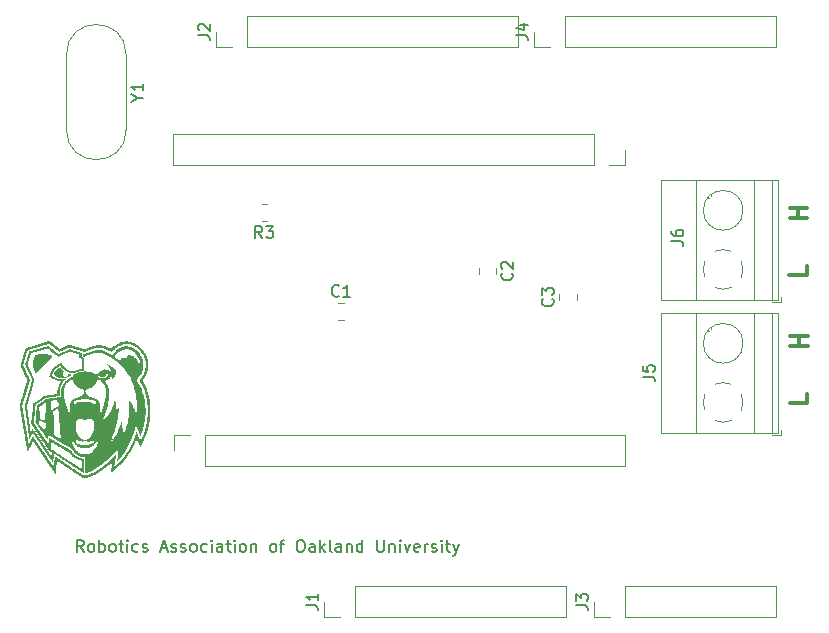
<source format=gbr>
%TF.GenerationSoftware,KiCad,Pcbnew,8.0.2*%
%TF.CreationDate,2024-05-23T15:40:16-04:00*%
%TF.ProjectId,ORA_Arduino_ESP_CAN_Shield_Rev_1.2,4f52415f-4172-4647-9569-6e6f5f455350,rev?*%
%TF.SameCoordinates,Original*%
%TF.FileFunction,Legend,Top*%
%TF.FilePolarity,Positive*%
%FSLAX46Y46*%
G04 Gerber Fmt 4.6, Leading zero omitted, Abs format (unit mm)*
G04 Created by KiCad (PCBNEW 8.0.2) date 2024-05-23 15:40:16*
%MOMM*%
%LPD*%
G01*
G04 APERTURE LIST*
%ADD10C,0.300000*%
%ADD11C,0.150000*%
%ADD12C,0.120000*%
%ADD13C,0.000000*%
G04 APERTURE END LIST*
D10*
X167470828Y-69061203D02*
X167470828Y-69775489D01*
X167470828Y-69775489D02*
X165970828Y-69775489D01*
X167500828Y-65005489D02*
X166000828Y-65005489D01*
X166715114Y-65005489D02*
X166715114Y-64148346D01*
X167500828Y-64148346D02*
X166000828Y-64148346D01*
D11*
X106208207Y-93249819D02*
X105874874Y-92773628D01*
X105636779Y-93249819D02*
X105636779Y-92249819D01*
X105636779Y-92249819D02*
X106017731Y-92249819D01*
X106017731Y-92249819D02*
X106112969Y-92297438D01*
X106112969Y-92297438D02*
X106160588Y-92345057D01*
X106160588Y-92345057D02*
X106208207Y-92440295D01*
X106208207Y-92440295D02*
X106208207Y-92583152D01*
X106208207Y-92583152D02*
X106160588Y-92678390D01*
X106160588Y-92678390D02*
X106112969Y-92726009D01*
X106112969Y-92726009D02*
X106017731Y-92773628D01*
X106017731Y-92773628D02*
X105636779Y-92773628D01*
X106779636Y-93249819D02*
X106684398Y-93202200D01*
X106684398Y-93202200D02*
X106636779Y-93154580D01*
X106636779Y-93154580D02*
X106589160Y-93059342D01*
X106589160Y-93059342D02*
X106589160Y-92773628D01*
X106589160Y-92773628D02*
X106636779Y-92678390D01*
X106636779Y-92678390D02*
X106684398Y-92630771D01*
X106684398Y-92630771D02*
X106779636Y-92583152D01*
X106779636Y-92583152D02*
X106922493Y-92583152D01*
X106922493Y-92583152D02*
X107017731Y-92630771D01*
X107017731Y-92630771D02*
X107065350Y-92678390D01*
X107065350Y-92678390D02*
X107112969Y-92773628D01*
X107112969Y-92773628D02*
X107112969Y-93059342D01*
X107112969Y-93059342D02*
X107065350Y-93154580D01*
X107065350Y-93154580D02*
X107017731Y-93202200D01*
X107017731Y-93202200D02*
X106922493Y-93249819D01*
X106922493Y-93249819D02*
X106779636Y-93249819D01*
X107541541Y-93249819D02*
X107541541Y-92249819D01*
X107541541Y-92630771D02*
X107636779Y-92583152D01*
X107636779Y-92583152D02*
X107827255Y-92583152D01*
X107827255Y-92583152D02*
X107922493Y-92630771D01*
X107922493Y-92630771D02*
X107970112Y-92678390D01*
X107970112Y-92678390D02*
X108017731Y-92773628D01*
X108017731Y-92773628D02*
X108017731Y-93059342D01*
X108017731Y-93059342D02*
X107970112Y-93154580D01*
X107970112Y-93154580D02*
X107922493Y-93202200D01*
X107922493Y-93202200D02*
X107827255Y-93249819D01*
X107827255Y-93249819D02*
X107636779Y-93249819D01*
X107636779Y-93249819D02*
X107541541Y-93202200D01*
X108589160Y-93249819D02*
X108493922Y-93202200D01*
X108493922Y-93202200D02*
X108446303Y-93154580D01*
X108446303Y-93154580D02*
X108398684Y-93059342D01*
X108398684Y-93059342D02*
X108398684Y-92773628D01*
X108398684Y-92773628D02*
X108446303Y-92678390D01*
X108446303Y-92678390D02*
X108493922Y-92630771D01*
X108493922Y-92630771D02*
X108589160Y-92583152D01*
X108589160Y-92583152D02*
X108732017Y-92583152D01*
X108732017Y-92583152D02*
X108827255Y-92630771D01*
X108827255Y-92630771D02*
X108874874Y-92678390D01*
X108874874Y-92678390D02*
X108922493Y-92773628D01*
X108922493Y-92773628D02*
X108922493Y-93059342D01*
X108922493Y-93059342D02*
X108874874Y-93154580D01*
X108874874Y-93154580D02*
X108827255Y-93202200D01*
X108827255Y-93202200D02*
X108732017Y-93249819D01*
X108732017Y-93249819D02*
X108589160Y-93249819D01*
X109208208Y-92583152D02*
X109589160Y-92583152D01*
X109351065Y-92249819D02*
X109351065Y-93106961D01*
X109351065Y-93106961D02*
X109398684Y-93202200D01*
X109398684Y-93202200D02*
X109493922Y-93249819D01*
X109493922Y-93249819D02*
X109589160Y-93249819D01*
X109922494Y-93249819D02*
X109922494Y-92583152D01*
X109922494Y-92249819D02*
X109874875Y-92297438D01*
X109874875Y-92297438D02*
X109922494Y-92345057D01*
X109922494Y-92345057D02*
X109970113Y-92297438D01*
X109970113Y-92297438D02*
X109922494Y-92249819D01*
X109922494Y-92249819D02*
X109922494Y-92345057D01*
X110827255Y-93202200D02*
X110732017Y-93249819D01*
X110732017Y-93249819D02*
X110541541Y-93249819D01*
X110541541Y-93249819D02*
X110446303Y-93202200D01*
X110446303Y-93202200D02*
X110398684Y-93154580D01*
X110398684Y-93154580D02*
X110351065Y-93059342D01*
X110351065Y-93059342D02*
X110351065Y-92773628D01*
X110351065Y-92773628D02*
X110398684Y-92678390D01*
X110398684Y-92678390D02*
X110446303Y-92630771D01*
X110446303Y-92630771D02*
X110541541Y-92583152D01*
X110541541Y-92583152D02*
X110732017Y-92583152D01*
X110732017Y-92583152D02*
X110827255Y-92630771D01*
X111208208Y-93202200D02*
X111303446Y-93249819D01*
X111303446Y-93249819D02*
X111493922Y-93249819D01*
X111493922Y-93249819D02*
X111589160Y-93202200D01*
X111589160Y-93202200D02*
X111636779Y-93106961D01*
X111636779Y-93106961D02*
X111636779Y-93059342D01*
X111636779Y-93059342D02*
X111589160Y-92964104D01*
X111589160Y-92964104D02*
X111493922Y-92916485D01*
X111493922Y-92916485D02*
X111351065Y-92916485D01*
X111351065Y-92916485D02*
X111255827Y-92868866D01*
X111255827Y-92868866D02*
X111208208Y-92773628D01*
X111208208Y-92773628D02*
X111208208Y-92726009D01*
X111208208Y-92726009D02*
X111255827Y-92630771D01*
X111255827Y-92630771D02*
X111351065Y-92583152D01*
X111351065Y-92583152D02*
X111493922Y-92583152D01*
X111493922Y-92583152D02*
X111589160Y-92630771D01*
X112779637Y-92964104D02*
X113255827Y-92964104D01*
X112684399Y-93249819D02*
X113017732Y-92249819D01*
X113017732Y-92249819D02*
X113351065Y-93249819D01*
X113636780Y-93202200D02*
X113732018Y-93249819D01*
X113732018Y-93249819D02*
X113922494Y-93249819D01*
X113922494Y-93249819D02*
X114017732Y-93202200D01*
X114017732Y-93202200D02*
X114065351Y-93106961D01*
X114065351Y-93106961D02*
X114065351Y-93059342D01*
X114065351Y-93059342D02*
X114017732Y-92964104D01*
X114017732Y-92964104D02*
X113922494Y-92916485D01*
X113922494Y-92916485D02*
X113779637Y-92916485D01*
X113779637Y-92916485D02*
X113684399Y-92868866D01*
X113684399Y-92868866D02*
X113636780Y-92773628D01*
X113636780Y-92773628D02*
X113636780Y-92726009D01*
X113636780Y-92726009D02*
X113684399Y-92630771D01*
X113684399Y-92630771D02*
X113779637Y-92583152D01*
X113779637Y-92583152D02*
X113922494Y-92583152D01*
X113922494Y-92583152D02*
X114017732Y-92630771D01*
X114446304Y-93202200D02*
X114541542Y-93249819D01*
X114541542Y-93249819D02*
X114732018Y-93249819D01*
X114732018Y-93249819D02*
X114827256Y-93202200D01*
X114827256Y-93202200D02*
X114874875Y-93106961D01*
X114874875Y-93106961D02*
X114874875Y-93059342D01*
X114874875Y-93059342D02*
X114827256Y-92964104D01*
X114827256Y-92964104D02*
X114732018Y-92916485D01*
X114732018Y-92916485D02*
X114589161Y-92916485D01*
X114589161Y-92916485D02*
X114493923Y-92868866D01*
X114493923Y-92868866D02*
X114446304Y-92773628D01*
X114446304Y-92773628D02*
X114446304Y-92726009D01*
X114446304Y-92726009D02*
X114493923Y-92630771D01*
X114493923Y-92630771D02*
X114589161Y-92583152D01*
X114589161Y-92583152D02*
X114732018Y-92583152D01*
X114732018Y-92583152D02*
X114827256Y-92630771D01*
X115446304Y-93249819D02*
X115351066Y-93202200D01*
X115351066Y-93202200D02*
X115303447Y-93154580D01*
X115303447Y-93154580D02*
X115255828Y-93059342D01*
X115255828Y-93059342D02*
X115255828Y-92773628D01*
X115255828Y-92773628D02*
X115303447Y-92678390D01*
X115303447Y-92678390D02*
X115351066Y-92630771D01*
X115351066Y-92630771D02*
X115446304Y-92583152D01*
X115446304Y-92583152D02*
X115589161Y-92583152D01*
X115589161Y-92583152D02*
X115684399Y-92630771D01*
X115684399Y-92630771D02*
X115732018Y-92678390D01*
X115732018Y-92678390D02*
X115779637Y-92773628D01*
X115779637Y-92773628D02*
X115779637Y-93059342D01*
X115779637Y-93059342D02*
X115732018Y-93154580D01*
X115732018Y-93154580D02*
X115684399Y-93202200D01*
X115684399Y-93202200D02*
X115589161Y-93249819D01*
X115589161Y-93249819D02*
X115446304Y-93249819D01*
X116636780Y-93202200D02*
X116541542Y-93249819D01*
X116541542Y-93249819D02*
X116351066Y-93249819D01*
X116351066Y-93249819D02*
X116255828Y-93202200D01*
X116255828Y-93202200D02*
X116208209Y-93154580D01*
X116208209Y-93154580D02*
X116160590Y-93059342D01*
X116160590Y-93059342D02*
X116160590Y-92773628D01*
X116160590Y-92773628D02*
X116208209Y-92678390D01*
X116208209Y-92678390D02*
X116255828Y-92630771D01*
X116255828Y-92630771D02*
X116351066Y-92583152D01*
X116351066Y-92583152D02*
X116541542Y-92583152D01*
X116541542Y-92583152D02*
X116636780Y-92630771D01*
X117065352Y-93249819D02*
X117065352Y-92583152D01*
X117065352Y-92249819D02*
X117017733Y-92297438D01*
X117017733Y-92297438D02*
X117065352Y-92345057D01*
X117065352Y-92345057D02*
X117112971Y-92297438D01*
X117112971Y-92297438D02*
X117065352Y-92249819D01*
X117065352Y-92249819D02*
X117065352Y-92345057D01*
X117970113Y-93249819D02*
X117970113Y-92726009D01*
X117970113Y-92726009D02*
X117922494Y-92630771D01*
X117922494Y-92630771D02*
X117827256Y-92583152D01*
X117827256Y-92583152D02*
X117636780Y-92583152D01*
X117636780Y-92583152D02*
X117541542Y-92630771D01*
X117970113Y-93202200D02*
X117874875Y-93249819D01*
X117874875Y-93249819D02*
X117636780Y-93249819D01*
X117636780Y-93249819D02*
X117541542Y-93202200D01*
X117541542Y-93202200D02*
X117493923Y-93106961D01*
X117493923Y-93106961D02*
X117493923Y-93011723D01*
X117493923Y-93011723D02*
X117541542Y-92916485D01*
X117541542Y-92916485D02*
X117636780Y-92868866D01*
X117636780Y-92868866D02*
X117874875Y-92868866D01*
X117874875Y-92868866D02*
X117970113Y-92821247D01*
X118303447Y-92583152D02*
X118684399Y-92583152D01*
X118446304Y-92249819D02*
X118446304Y-93106961D01*
X118446304Y-93106961D02*
X118493923Y-93202200D01*
X118493923Y-93202200D02*
X118589161Y-93249819D01*
X118589161Y-93249819D02*
X118684399Y-93249819D01*
X119017733Y-93249819D02*
X119017733Y-92583152D01*
X119017733Y-92249819D02*
X118970114Y-92297438D01*
X118970114Y-92297438D02*
X119017733Y-92345057D01*
X119017733Y-92345057D02*
X119065352Y-92297438D01*
X119065352Y-92297438D02*
X119017733Y-92249819D01*
X119017733Y-92249819D02*
X119017733Y-92345057D01*
X119636780Y-93249819D02*
X119541542Y-93202200D01*
X119541542Y-93202200D02*
X119493923Y-93154580D01*
X119493923Y-93154580D02*
X119446304Y-93059342D01*
X119446304Y-93059342D02*
X119446304Y-92773628D01*
X119446304Y-92773628D02*
X119493923Y-92678390D01*
X119493923Y-92678390D02*
X119541542Y-92630771D01*
X119541542Y-92630771D02*
X119636780Y-92583152D01*
X119636780Y-92583152D02*
X119779637Y-92583152D01*
X119779637Y-92583152D02*
X119874875Y-92630771D01*
X119874875Y-92630771D02*
X119922494Y-92678390D01*
X119922494Y-92678390D02*
X119970113Y-92773628D01*
X119970113Y-92773628D02*
X119970113Y-93059342D01*
X119970113Y-93059342D02*
X119922494Y-93154580D01*
X119922494Y-93154580D02*
X119874875Y-93202200D01*
X119874875Y-93202200D02*
X119779637Y-93249819D01*
X119779637Y-93249819D02*
X119636780Y-93249819D01*
X120398685Y-92583152D02*
X120398685Y-93249819D01*
X120398685Y-92678390D02*
X120446304Y-92630771D01*
X120446304Y-92630771D02*
X120541542Y-92583152D01*
X120541542Y-92583152D02*
X120684399Y-92583152D01*
X120684399Y-92583152D02*
X120779637Y-92630771D01*
X120779637Y-92630771D02*
X120827256Y-92726009D01*
X120827256Y-92726009D02*
X120827256Y-93249819D01*
X122208209Y-93249819D02*
X122112971Y-93202200D01*
X122112971Y-93202200D02*
X122065352Y-93154580D01*
X122065352Y-93154580D02*
X122017733Y-93059342D01*
X122017733Y-93059342D02*
X122017733Y-92773628D01*
X122017733Y-92773628D02*
X122065352Y-92678390D01*
X122065352Y-92678390D02*
X122112971Y-92630771D01*
X122112971Y-92630771D02*
X122208209Y-92583152D01*
X122208209Y-92583152D02*
X122351066Y-92583152D01*
X122351066Y-92583152D02*
X122446304Y-92630771D01*
X122446304Y-92630771D02*
X122493923Y-92678390D01*
X122493923Y-92678390D02*
X122541542Y-92773628D01*
X122541542Y-92773628D02*
X122541542Y-93059342D01*
X122541542Y-93059342D02*
X122493923Y-93154580D01*
X122493923Y-93154580D02*
X122446304Y-93202200D01*
X122446304Y-93202200D02*
X122351066Y-93249819D01*
X122351066Y-93249819D02*
X122208209Y-93249819D01*
X122827257Y-92583152D02*
X123208209Y-92583152D01*
X122970114Y-93249819D02*
X122970114Y-92392676D01*
X122970114Y-92392676D02*
X123017733Y-92297438D01*
X123017733Y-92297438D02*
X123112971Y-92249819D01*
X123112971Y-92249819D02*
X123208209Y-92249819D01*
X124493924Y-92249819D02*
X124684400Y-92249819D01*
X124684400Y-92249819D02*
X124779638Y-92297438D01*
X124779638Y-92297438D02*
X124874876Y-92392676D01*
X124874876Y-92392676D02*
X124922495Y-92583152D01*
X124922495Y-92583152D02*
X124922495Y-92916485D01*
X124922495Y-92916485D02*
X124874876Y-93106961D01*
X124874876Y-93106961D02*
X124779638Y-93202200D01*
X124779638Y-93202200D02*
X124684400Y-93249819D01*
X124684400Y-93249819D02*
X124493924Y-93249819D01*
X124493924Y-93249819D02*
X124398686Y-93202200D01*
X124398686Y-93202200D02*
X124303448Y-93106961D01*
X124303448Y-93106961D02*
X124255829Y-92916485D01*
X124255829Y-92916485D02*
X124255829Y-92583152D01*
X124255829Y-92583152D02*
X124303448Y-92392676D01*
X124303448Y-92392676D02*
X124398686Y-92297438D01*
X124398686Y-92297438D02*
X124493924Y-92249819D01*
X125779638Y-93249819D02*
X125779638Y-92726009D01*
X125779638Y-92726009D02*
X125732019Y-92630771D01*
X125732019Y-92630771D02*
X125636781Y-92583152D01*
X125636781Y-92583152D02*
X125446305Y-92583152D01*
X125446305Y-92583152D02*
X125351067Y-92630771D01*
X125779638Y-93202200D02*
X125684400Y-93249819D01*
X125684400Y-93249819D02*
X125446305Y-93249819D01*
X125446305Y-93249819D02*
X125351067Y-93202200D01*
X125351067Y-93202200D02*
X125303448Y-93106961D01*
X125303448Y-93106961D02*
X125303448Y-93011723D01*
X125303448Y-93011723D02*
X125351067Y-92916485D01*
X125351067Y-92916485D02*
X125446305Y-92868866D01*
X125446305Y-92868866D02*
X125684400Y-92868866D01*
X125684400Y-92868866D02*
X125779638Y-92821247D01*
X126255829Y-93249819D02*
X126255829Y-92249819D01*
X126351067Y-92868866D02*
X126636781Y-93249819D01*
X126636781Y-92583152D02*
X126255829Y-92964104D01*
X127208210Y-93249819D02*
X127112972Y-93202200D01*
X127112972Y-93202200D02*
X127065353Y-93106961D01*
X127065353Y-93106961D02*
X127065353Y-92249819D01*
X128017734Y-93249819D02*
X128017734Y-92726009D01*
X128017734Y-92726009D02*
X127970115Y-92630771D01*
X127970115Y-92630771D02*
X127874877Y-92583152D01*
X127874877Y-92583152D02*
X127684401Y-92583152D01*
X127684401Y-92583152D02*
X127589163Y-92630771D01*
X128017734Y-93202200D02*
X127922496Y-93249819D01*
X127922496Y-93249819D02*
X127684401Y-93249819D01*
X127684401Y-93249819D02*
X127589163Y-93202200D01*
X127589163Y-93202200D02*
X127541544Y-93106961D01*
X127541544Y-93106961D02*
X127541544Y-93011723D01*
X127541544Y-93011723D02*
X127589163Y-92916485D01*
X127589163Y-92916485D02*
X127684401Y-92868866D01*
X127684401Y-92868866D02*
X127922496Y-92868866D01*
X127922496Y-92868866D02*
X128017734Y-92821247D01*
X128493925Y-92583152D02*
X128493925Y-93249819D01*
X128493925Y-92678390D02*
X128541544Y-92630771D01*
X128541544Y-92630771D02*
X128636782Y-92583152D01*
X128636782Y-92583152D02*
X128779639Y-92583152D01*
X128779639Y-92583152D02*
X128874877Y-92630771D01*
X128874877Y-92630771D02*
X128922496Y-92726009D01*
X128922496Y-92726009D02*
X128922496Y-93249819D01*
X129827258Y-93249819D02*
X129827258Y-92249819D01*
X129827258Y-93202200D02*
X129732020Y-93249819D01*
X129732020Y-93249819D02*
X129541544Y-93249819D01*
X129541544Y-93249819D02*
X129446306Y-93202200D01*
X129446306Y-93202200D02*
X129398687Y-93154580D01*
X129398687Y-93154580D02*
X129351068Y-93059342D01*
X129351068Y-93059342D02*
X129351068Y-92773628D01*
X129351068Y-92773628D02*
X129398687Y-92678390D01*
X129398687Y-92678390D02*
X129446306Y-92630771D01*
X129446306Y-92630771D02*
X129541544Y-92583152D01*
X129541544Y-92583152D02*
X129732020Y-92583152D01*
X129732020Y-92583152D02*
X129827258Y-92630771D01*
X131065354Y-92249819D02*
X131065354Y-93059342D01*
X131065354Y-93059342D02*
X131112973Y-93154580D01*
X131112973Y-93154580D02*
X131160592Y-93202200D01*
X131160592Y-93202200D02*
X131255830Y-93249819D01*
X131255830Y-93249819D02*
X131446306Y-93249819D01*
X131446306Y-93249819D02*
X131541544Y-93202200D01*
X131541544Y-93202200D02*
X131589163Y-93154580D01*
X131589163Y-93154580D02*
X131636782Y-93059342D01*
X131636782Y-93059342D02*
X131636782Y-92249819D01*
X132112973Y-92583152D02*
X132112973Y-93249819D01*
X132112973Y-92678390D02*
X132160592Y-92630771D01*
X132160592Y-92630771D02*
X132255830Y-92583152D01*
X132255830Y-92583152D02*
X132398687Y-92583152D01*
X132398687Y-92583152D02*
X132493925Y-92630771D01*
X132493925Y-92630771D02*
X132541544Y-92726009D01*
X132541544Y-92726009D02*
X132541544Y-93249819D01*
X133017735Y-93249819D02*
X133017735Y-92583152D01*
X133017735Y-92249819D02*
X132970116Y-92297438D01*
X132970116Y-92297438D02*
X133017735Y-92345057D01*
X133017735Y-92345057D02*
X133065354Y-92297438D01*
X133065354Y-92297438D02*
X133017735Y-92249819D01*
X133017735Y-92249819D02*
X133017735Y-92345057D01*
X133398687Y-92583152D02*
X133636782Y-93249819D01*
X133636782Y-93249819D02*
X133874877Y-92583152D01*
X134636782Y-93202200D02*
X134541544Y-93249819D01*
X134541544Y-93249819D02*
X134351068Y-93249819D01*
X134351068Y-93249819D02*
X134255830Y-93202200D01*
X134255830Y-93202200D02*
X134208211Y-93106961D01*
X134208211Y-93106961D02*
X134208211Y-92726009D01*
X134208211Y-92726009D02*
X134255830Y-92630771D01*
X134255830Y-92630771D02*
X134351068Y-92583152D01*
X134351068Y-92583152D02*
X134541544Y-92583152D01*
X134541544Y-92583152D02*
X134636782Y-92630771D01*
X134636782Y-92630771D02*
X134684401Y-92726009D01*
X134684401Y-92726009D02*
X134684401Y-92821247D01*
X134684401Y-92821247D02*
X134208211Y-92916485D01*
X135112973Y-93249819D02*
X135112973Y-92583152D01*
X135112973Y-92773628D02*
X135160592Y-92678390D01*
X135160592Y-92678390D02*
X135208211Y-92630771D01*
X135208211Y-92630771D02*
X135303449Y-92583152D01*
X135303449Y-92583152D02*
X135398687Y-92583152D01*
X135684402Y-93202200D02*
X135779640Y-93249819D01*
X135779640Y-93249819D02*
X135970116Y-93249819D01*
X135970116Y-93249819D02*
X136065354Y-93202200D01*
X136065354Y-93202200D02*
X136112973Y-93106961D01*
X136112973Y-93106961D02*
X136112973Y-93059342D01*
X136112973Y-93059342D02*
X136065354Y-92964104D01*
X136065354Y-92964104D02*
X135970116Y-92916485D01*
X135970116Y-92916485D02*
X135827259Y-92916485D01*
X135827259Y-92916485D02*
X135732021Y-92868866D01*
X135732021Y-92868866D02*
X135684402Y-92773628D01*
X135684402Y-92773628D02*
X135684402Y-92726009D01*
X135684402Y-92726009D02*
X135732021Y-92630771D01*
X135732021Y-92630771D02*
X135827259Y-92583152D01*
X135827259Y-92583152D02*
X135970116Y-92583152D01*
X135970116Y-92583152D02*
X136065354Y-92630771D01*
X136541545Y-93249819D02*
X136541545Y-92583152D01*
X136541545Y-92249819D02*
X136493926Y-92297438D01*
X136493926Y-92297438D02*
X136541545Y-92345057D01*
X136541545Y-92345057D02*
X136589164Y-92297438D01*
X136589164Y-92297438D02*
X136541545Y-92249819D01*
X136541545Y-92249819D02*
X136541545Y-92345057D01*
X136874878Y-92583152D02*
X137255830Y-92583152D01*
X137017735Y-92249819D02*
X137017735Y-93106961D01*
X137017735Y-93106961D02*
X137065354Y-93202200D01*
X137065354Y-93202200D02*
X137160592Y-93249819D01*
X137160592Y-93249819D02*
X137255830Y-93249819D01*
X137493926Y-92583152D02*
X137732021Y-93249819D01*
X137970116Y-92583152D02*
X137732021Y-93249819D01*
X137732021Y-93249819D02*
X137636783Y-93487914D01*
X137636783Y-93487914D02*
X137589164Y-93535533D01*
X137589164Y-93535533D02*
X137493926Y-93583152D01*
D10*
X167530828Y-75865489D02*
X166030828Y-75865489D01*
X166745114Y-75865489D02*
X166745114Y-75008346D01*
X167530828Y-75008346D02*
X166030828Y-75008346D01*
X167500828Y-79921203D02*
X167500828Y-80635489D01*
X167500828Y-80635489D02*
X166000828Y-80635489D01*
D11*
X125064819Y-97793333D02*
X125779104Y-97793333D01*
X125779104Y-97793333D02*
X125921961Y-97840952D01*
X125921961Y-97840952D02*
X126017200Y-97936190D01*
X126017200Y-97936190D02*
X126064819Y-98079047D01*
X126064819Y-98079047D02*
X126064819Y-98174285D01*
X126064819Y-96793333D02*
X126064819Y-97364761D01*
X126064819Y-97079047D02*
X125064819Y-97079047D01*
X125064819Y-97079047D02*
X125207676Y-97174285D01*
X125207676Y-97174285D02*
X125302914Y-97269523D01*
X125302914Y-97269523D02*
X125350533Y-97364761D01*
X147924819Y-97793333D02*
X148639104Y-97793333D01*
X148639104Y-97793333D02*
X148781961Y-97840952D01*
X148781961Y-97840952D02*
X148877200Y-97936190D01*
X148877200Y-97936190D02*
X148924819Y-98079047D01*
X148924819Y-98079047D02*
X148924819Y-98174285D01*
X147924819Y-97412380D02*
X147924819Y-96793333D01*
X147924819Y-96793333D02*
X148305771Y-97126666D01*
X148305771Y-97126666D02*
X148305771Y-96983809D01*
X148305771Y-96983809D02*
X148353390Y-96888571D01*
X148353390Y-96888571D02*
X148401009Y-96840952D01*
X148401009Y-96840952D02*
X148496247Y-96793333D01*
X148496247Y-96793333D02*
X148734342Y-96793333D01*
X148734342Y-96793333D02*
X148829580Y-96840952D01*
X148829580Y-96840952D02*
X148877200Y-96888571D01*
X148877200Y-96888571D02*
X148924819Y-96983809D01*
X148924819Y-96983809D02*
X148924819Y-97269523D01*
X148924819Y-97269523D02*
X148877200Y-97364761D01*
X148877200Y-97364761D02*
X148829580Y-97412380D01*
X115920819Y-49533333D02*
X116635104Y-49533333D01*
X116635104Y-49533333D02*
X116777961Y-49580952D01*
X116777961Y-49580952D02*
X116873200Y-49676190D01*
X116873200Y-49676190D02*
X116920819Y-49819047D01*
X116920819Y-49819047D02*
X116920819Y-49914285D01*
X116016057Y-49104761D02*
X115968438Y-49057142D01*
X115968438Y-49057142D02*
X115920819Y-48961904D01*
X115920819Y-48961904D02*
X115920819Y-48723809D01*
X115920819Y-48723809D02*
X115968438Y-48628571D01*
X115968438Y-48628571D02*
X116016057Y-48580952D01*
X116016057Y-48580952D02*
X116111295Y-48533333D01*
X116111295Y-48533333D02*
X116206533Y-48533333D01*
X116206533Y-48533333D02*
X116349390Y-48580952D01*
X116349390Y-48580952D02*
X116920819Y-49152380D01*
X116920819Y-49152380D02*
X116920819Y-48533333D01*
X142844819Y-49533333D02*
X143559104Y-49533333D01*
X143559104Y-49533333D02*
X143701961Y-49580952D01*
X143701961Y-49580952D02*
X143797200Y-49676190D01*
X143797200Y-49676190D02*
X143844819Y-49819047D01*
X143844819Y-49819047D02*
X143844819Y-49914285D01*
X143178152Y-48628571D02*
X143844819Y-48628571D01*
X142797200Y-48866666D02*
X143511485Y-49104761D01*
X143511485Y-49104761D02*
X143511485Y-48485714D01*
X145909580Y-71829166D02*
X145957200Y-71876785D01*
X145957200Y-71876785D02*
X146004819Y-72019642D01*
X146004819Y-72019642D02*
X146004819Y-72114880D01*
X146004819Y-72114880D02*
X145957200Y-72257737D01*
X145957200Y-72257737D02*
X145861961Y-72352975D01*
X145861961Y-72352975D02*
X145766723Y-72400594D01*
X145766723Y-72400594D02*
X145576247Y-72448213D01*
X145576247Y-72448213D02*
X145433390Y-72448213D01*
X145433390Y-72448213D02*
X145242914Y-72400594D01*
X145242914Y-72400594D02*
X145147676Y-72352975D01*
X145147676Y-72352975D02*
X145052438Y-72257737D01*
X145052438Y-72257737D02*
X145004819Y-72114880D01*
X145004819Y-72114880D02*
X145004819Y-72019642D01*
X145004819Y-72019642D02*
X145052438Y-71876785D01*
X145052438Y-71876785D02*
X145100057Y-71829166D01*
X145004819Y-71495832D02*
X145004819Y-70876785D01*
X145004819Y-70876785D02*
X145385771Y-71210118D01*
X145385771Y-71210118D02*
X145385771Y-71067261D01*
X145385771Y-71067261D02*
X145433390Y-70972023D01*
X145433390Y-70972023D02*
X145481009Y-70924404D01*
X145481009Y-70924404D02*
X145576247Y-70876785D01*
X145576247Y-70876785D02*
X145814342Y-70876785D01*
X145814342Y-70876785D02*
X145909580Y-70924404D01*
X145909580Y-70924404D02*
X145957200Y-70972023D01*
X145957200Y-70972023D02*
X146004819Y-71067261D01*
X146004819Y-71067261D02*
X146004819Y-71352975D01*
X146004819Y-71352975D02*
X145957200Y-71448213D01*
X145957200Y-71448213D02*
X145909580Y-71495832D01*
X110793628Y-54806190D02*
X111269819Y-54806190D01*
X110269819Y-55139523D02*
X110793628Y-54806190D01*
X110793628Y-54806190D02*
X110269819Y-54472857D01*
X111269819Y-53615714D02*
X111269819Y-54187142D01*
X111269819Y-53901428D02*
X110269819Y-53901428D01*
X110269819Y-53901428D02*
X110412676Y-53996666D01*
X110412676Y-53996666D02*
X110507914Y-54091904D01*
X110507914Y-54091904D02*
X110555533Y-54187142D01*
X153559819Y-78433333D02*
X154274104Y-78433333D01*
X154274104Y-78433333D02*
X154416961Y-78480952D01*
X154416961Y-78480952D02*
X154512200Y-78576190D01*
X154512200Y-78576190D02*
X154559819Y-78719047D01*
X154559819Y-78719047D02*
X154559819Y-78814285D01*
X153559819Y-77480952D02*
X153559819Y-77957142D01*
X153559819Y-77957142D02*
X154036009Y-78004761D01*
X154036009Y-78004761D02*
X153988390Y-77957142D01*
X153988390Y-77957142D02*
X153940771Y-77861904D01*
X153940771Y-77861904D02*
X153940771Y-77623809D01*
X153940771Y-77623809D02*
X153988390Y-77528571D01*
X153988390Y-77528571D02*
X154036009Y-77480952D01*
X154036009Y-77480952D02*
X154131247Y-77433333D01*
X154131247Y-77433333D02*
X154369342Y-77433333D01*
X154369342Y-77433333D02*
X154464580Y-77480952D01*
X154464580Y-77480952D02*
X154512200Y-77528571D01*
X154512200Y-77528571D02*
X154559819Y-77623809D01*
X154559819Y-77623809D02*
X154559819Y-77861904D01*
X154559819Y-77861904D02*
X154512200Y-77957142D01*
X154512200Y-77957142D02*
X154464580Y-78004761D01*
X142459580Y-69656666D02*
X142507200Y-69704285D01*
X142507200Y-69704285D02*
X142554819Y-69847142D01*
X142554819Y-69847142D02*
X142554819Y-69942380D01*
X142554819Y-69942380D02*
X142507200Y-70085237D01*
X142507200Y-70085237D02*
X142411961Y-70180475D01*
X142411961Y-70180475D02*
X142316723Y-70228094D01*
X142316723Y-70228094D02*
X142126247Y-70275713D01*
X142126247Y-70275713D02*
X141983390Y-70275713D01*
X141983390Y-70275713D02*
X141792914Y-70228094D01*
X141792914Y-70228094D02*
X141697676Y-70180475D01*
X141697676Y-70180475D02*
X141602438Y-70085237D01*
X141602438Y-70085237D02*
X141554819Y-69942380D01*
X141554819Y-69942380D02*
X141554819Y-69847142D01*
X141554819Y-69847142D02*
X141602438Y-69704285D01*
X141602438Y-69704285D02*
X141650057Y-69656666D01*
X141650057Y-69275713D02*
X141602438Y-69228094D01*
X141602438Y-69228094D02*
X141554819Y-69132856D01*
X141554819Y-69132856D02*
X141554819Y-68894761D01*
X141554819Y-68894761D02*
X141602438Y-68799523D01*
X141602438Y-68799523D02*
X141650057Y-68751904D01*
X141650057Y-68751904D02*
X141745295Y-68704285D01*
X141745295Y-68704285D02*
X141840533Y-68704285D01*
X141840533Y-68704285D02*
X141983390Y-68751904D01*
X141983390Y-68751904D02*
X142554819Y-69323332D01*
X142554819Y-69323332D02*
X142554819Y-68704285D01*
X155984819Y-66973333D02*
X156699104Y-66973333D01*
X156699104Y-66973333D02*
X156841961Y-67020952D01*
X156841961Y-67020952D02*
X156937200Y-67116190D01*
X156937200Y-67116190D02*
X156984819Y-67259047D01*
X156984819Y-67259047D02*
X156984819Y-67354285D01*
X155984819Y-66068571D02*
X155984819Y-66259047D01*
X155984819Y-66259047D02*
X156032438Y-66354285D01*
X156032438Y-66354285D02*
X156080057Y-66401904D01*
X156080057Y-66401904D02*
X156222914Y-66497142D01*
X156222914Y-66497142D02*
X156413390Y-66544761D01*
X156413390Y-66544761D02*
X156794342Y-66544761D01*
X156794342Y-66544761D02*
X156889580Y-66497142D01*
X156889580Y-66497142D02*
X156937200Y-66449523D01*
X156937200Y-66449523D02*
X156984819Y-66354285D01*
X156984819Y-66354285D02*
X156984819Y-66163809D01*
X156984819Y-66163809D02*
X156937200Y-66068571D01*
X156937200Y-66068571D02*
X156889580Y-66020952D01*
X156889580Y-66020952D02*
X156794342Y-65973333D01*
X156794342Y-65973333D02*
X156556247Y-65973333D01*
X156556247Y-65973333D02*
X156461009Y-66020952D01*
X156461009Y-66020952D02*
X156413390Y-66068571D01*
X156413390Y-66068571D02*
X156365771Y-66163809D01*
X156365771Y-66163809D02*
X156365771Y-66354285D01*
X156365771Y-66354285D02*
X156413390Y-66449523D01*
X156413390Y-66449523D02*
X156461009Y-66497142D01*
X156461009Y-66497142D02*
X156556247Y-66544761D01*
X127830833Y-71559580D02*
X127783214Y-71607200D01*
X127783214Y-71607200D02*
X127640357Y-71654819D01*
X127640357Y-71654819D02*
X127545119Y-71654819D01*
X127545119Y-71654819D02*
X127402262Y-71607200D01*
X127402262Y-71607200D02*
X127307024Y-71511961D01*
X127307024Y-71511961D02*
X127259405Y-71416723D01*
X127259405Y-71416723D02*
X127211786Y-71226247D01*
X127211786Y-71226247D02*
X127211786Y-71083390D01*
X127211786Y-71083390D02*
X127259405Y-70892914D01*
X127259405Y-70892914D02*
X127307024Y-70797676D01*
X127307024Y-70797676D02*
X127402262Y-70702438D01*
X127402262Y-70702438D02*
X127545119Y-70654819D01*
X127545119Y-70654819D02*
X127640357Y-70654819D01*
X127640357Y-70654819D02*
X127783214Y-70702438D01*
X127783214Y-70702438D02*
X127830833Y-70750057D01*
X128783214Y-71654819D02*
X128211786Y-71654819D01*
X128497500Y-71654819D02*
X128497500Y-70654819D01*
X128497500Y-70654819D02*
X128402262Y-70797676D01*
X128402262Y-70797676D02*
X128307024Y-70892914D01*
X128307024Y-70892914D02*
X128211786Y-70940533D01*
X121333333Y-66674819D02*
X121000000Y-66198628D01*
X120761905Y-66674819D02*
X120761905Y-65674819D01*
X120761905Y-65674819D02*
X121142857Y-65674819D01*
X121142857Y-65674819D02*
X121238095Y-65722438D01*
X121238095Y-65722438D02*
X121285714Y-65770057D01*
X121285714Y-65770057D02*
X121333333Y-65865295D01*
X121333333Y-65865295D02*
X121333333Y-66008152D01*
X121333333Y-66008152D02*
X121285714Y-66103390D01*
X121285714Y-66103390D02*
X121238095Y-66151009D01*
X121238095Y-66151009D02*
X121142857Y-66198628D01*
X121142857Y-66198628D02*
X120761905Y-66198628D01*
X121666667Y-65674819D02*
X122285714Y-65674819D01*
X122285714Y-65674819D02*
X121952381Y-66055771D01*
X121952381Y-66055771D02*
X122095238Y-66055771D01*
X122095238Y-66055771D02*
X122190476Y-66103390D01*
X122190476Y-66103390D02*
X122238095Y-66151009D01*
X122238095Y-66151009D02*
X122285714Y-66246247D01*
X122285714Y-66246247D02*
X122285714Y-66484342D01*
X122285714Y-66484342D02*
X122238095Y-66579580D01*
X122238095Y-66579580D02*
X122190476Y-66627200D01*
X122190476Y-66627200D02*
X122095238Y-66674819D01*
X122095238Y-66674819D02*
X121809524Y-66674819D01*
X121809524Y-66674819D02*
X121714286Y-66627200D01*
X121714286Y-66627200D02*
X121666667Y-66579580D01*
D12*
%TO.C,J1*%
X126610000Y-98790000D02*
X126610000Y-97460000D01*
X127940000Y-98790000D02*
X126610000Y-98790000D01*
X129210000Y-96130000D02*
X147050000Y-96130000D01*
X129210000Y-98790000D02*
X129210000Y-96130000D01*
X129210000Y-98790000D02*
X147050000Y-98790000D01*
X147050000Y-98790000D02*
X147050000Y-96130000D01*
%TO.C,J3*%
X149470000Y-98790000D02*
X149470000Y-97460000D01*
X150800000Y-98790000D02*
X149470000Y-98790000D01*
X152070000Y-96130000D02*
X164830000Y-96130000D01*
X152070000Y-98790000D02*
X152070000Y-96130000D01*
X152070000Y-98790000D02*
X164830000Y-98790000D01*
X164830000Y-98790000D02*
X164830000Y-96130000D01*
%TO.C,J2*%
X117466000Y-50530000D02*
X117466000Y-49200000D01*
X118796000Y-50530000D02*
X117466000Y-50530000D01*
X120066000Y-47870000D02*
X142986000Y-47870000D01*
X120066000Y-50530000D02*
X120066000Y-47870000D01*
X120066000Y-50530000D02*
X142986000Y-50530000D01*
X142986000Y-50530000D02*
X142986000Y-47870000D01*
%TO.C,J4*%
X144390000Y-50530000D02*
X144390000Y-49200000D01*
X145720000Y-50530000D02*
X144390000Y-50530000D01*
X146990000Y-47870000D02*
X164830000Y-47870000D01*
X146990000Y-50530000D02*
X146990000Y-47870000D01*
X146990000Y-50530000D02*
X164830000Y-50530000D01*
X164830000Y-50530000D02*
X164830000Y-47870000D01*
%TO.C,C3*%
X146495000Y-71923752D02*
X146495000Y-71401248D01*
X147965000Y-71923752D02*
X147965000Y-71401248D01*
%TO.C,Y1*%
X104765000Y-51130000D02*
X104765000Y-57530000D01*
X109815000Y-51130000D02*
X109815000Y-57530000D01*
X104765000Y-51130000D02*
G75*
G02*
X109815000Y-51130000I2525000J0D01*
G01*
X109815000Y-57530000D02*
G75*
G02*
X104765000Y-57530000I-2525000J0D01*
G01*
%TO.C,J5*%
X155104000Y-73040000D02*
X165025000Y-73040000D01*
X155104000Y-83160000D02*
X155104000Y-73040000D01*
X155104000Y-83160000D02*
X165025000Y-83160000D01*
X158064000Y-83160000D02*
X158064000Y-73040000D01*
X159090000Y-74530000D02*
X159126000Y-74565000D01*
X159296000Y-74325000D02*
X159342000Y-74372000D01*
X161388000Y-76827000D02*
X161434000Y-76874000D01*
X161604000Y-76634000D02*
X161639000Y-76669000D01*
X162965000Y-83160000D02*
X162965000Y-73040000D01*
X164465000Y-83160000D02*
X164465000Y-73040000D01*
X164525000Y-83400000D02*
X165265000Y-83400000D01*
X165025000Y-83160000D02*
X165025000Y-73040000D01*
X165265000Y-83400000D02*
X165265000Y-82900000D01*
X158829573Y-81283042D02*
G75*
G02*
X158830000Y-79916000I1535420J683041D01*
G01*
X159681958Y-79064573D02*
G75*
G02*
X161049000Y-79065000I683042J-1535427D01*
G01*
X161048042Y-82135427D02*
G75*
G02*
X159681000Y-82135000I-683041J1535420D01*
G01*
X161899756Y-79916682D02*
G75*
G02*
X162045000Y-80600000I-1534756J-683318D01*
G01*
X162045253Y-80571195D02*
G75*
G02*
X161900000Y-81284000I-1680254J-28806D01*
G01*
X162045000Y-75600000D02*
G75*
G02*
X158685000Y-75600000I-1680000J0D01*
G01*
X158685000Y-75600000D02*
G75*
G02*
X162045000Y-75600000I1680000J0D01*
G01*
%TO.C,C2*%
X139685000Y-69228748D02*
X139685000Y-69751252D01*
X141155000Y-69228748D02*
X141155000Y-69751252D01*
%TO.C,J6*%
X155104000Y-61780000D02*
X165025000Y-61780000D01*
X155104000Y-71900000D02*
X155104000Y-61780000D01*
X155104000Y-71900000D02*
X165025000Y-71900000D01*
X158064000Y-71900000D02*
X158064000Y-61780000D01*
X159090000Y-63270000D02*
X159126000Y-63305000D01*
X159296000Y-63065000D02*
X159342000Y-63112000D01*
X161388000Y-65567000D02*
X161434000Y-65614000D01*
X161604000Y-65374000D02*
X161639000Y-65409000D01*
X162965000Y-71900000D02*
X162965000Y-61780000D01*
X164465000Y-71900000D02*
X164465000Y-61780000D01*
X164525000Y-72140000D02*
X165265000Y-72140000D01*
X165025000Y-71900000D02*
X165025000Y-61780000D01*
X165265000Y-72140000D02*
X165265000Y-71640000D01*
X158829573Y-70023042D02*
G75*
G02*
X158830000Y-68656000I1535420J683041D01*
G01*
X159681958Y-67804573D02*
G75*
G02*
X161049000Y-67805000I683042J-1535427D01*
G01*
X161048042Y-70875427D02*
G75*
G02*
X159681000Y-70875000I-683041J1535420D01*
G01*
X161899756Y-68656682D02*
G75*
G02*
X162045000Y-69340000I-1534756J-683318D01*
G01*
X162045253Y-69311195D02*
G75*
G02*
X161900000Y-70024000I-1680254J-28806D01*
G01*
X162045000Y-64340000D02*
G75*
G02*
X158685000Y-64340000I-1680000J0D01*
G01*
X158685000Y-64340000D02*
G75*
G02*
X162045000Y-64340000I1680000J0D01*
G01*
%TO.C,C1*%
X127736248Y-72145000D02*
X128258752Y-72145000D01*
X127736248Y-73615000D02*
X128258752Y-73615000D01*
%TO.C,U1*%
X113820000Y-57880000D02*
X113820000Y-60540000D01*
X113820000Y-57880000D02*
X113820000Y-60540000D01*
X113860000Y-83340000D02*
X115190000Y-83340000D01*
X113860000Y-83340000D02*
X115190000Y-83340000D01*
X113860000Y-84670000D02*
X113860000Y-83340000D01*
X113860000Y-84670000D02*
X113860000Y-83340000D01*
X116460000Y-83340000D02*
X152080000Y-83340000D01*
X116460000Y-83340000D02*
X152080000Y-83340000D01*
X116460000Y-86000000D02*
X116460000Y-83340000D01*
X116460000Y-86000000D02*
X116460000Y-83340000D01*
X116460000Y-86000000D02*
X152080000Y-86000000D01*
X116460000Y-86000000D02*
X152080000Y-86000000D01*
X149440000Y-57880000D02*
X113820000Y-57880000D01*
X149440000Y-57880000D02*
X113820000Y-57880000D01*
X149440000Y-57880000D02*
X149440000Y-60540000D01*
X149440000Y-57880000D02*
X149440000Y-60540000D01*
X149440000Y-60540000D02*
X113820000Y-60540000D01*
X149440000Y-60540000D02*
X113820000Y-60540000D01*
X152040000Y-59210000D02*
X152040000Y-60540000D01*
X152040000Y-59210000D02*
X152040000Y-60540000D01*
X152040000Y-60540000D02*
X150710000Y-60540000D01*
X152040000Y-60540000D02*
X150710000Y-60540000D01*
X152080000Y-86000000D02*
X152080000Y-83340000D01*
X152080000Y-86000000D02*
X152080000Y-83340000D01*
D13*
%TO.C,G\u002A\u002A\u002A*%
G36*
X104239820Y-77653396D02*
G01*
X104272318Y-77692900D01*
X104310225Y-77735033D01*
X104352055Y-77778363D01*
X104396327Y-77821455D01*
X104441555Y-77862876D01*
X104486256Y-77901192D01*
X104528945Y-77934969D01*
X104538900Y-77942368D01*
X104552619Y-77952629D01*
X104563540Y-77961190D01*
X104570286Y-77966949D01*
X104571785Y-77968707D01*
X104568813Y-77971982D01*
X104560901Y-77978304D01*
X104549981Y-77986151D01*
X104518152Y-78012887D01*
X104491582Y-78045503D01*
X104470551Y-78083618D01*
X104461346Y-78107082D01*
X104452745Y-78142630D01*
X104449625Y-78181060D01*
X104452030Y-78219438D01*
X104459231Y-78252416D01*
X104475947Y-78293531D01*
X104498757Y-78329902D01*
X104527031Y-78361037D01*
X104560145Y-78386449D01*
X104597472Y-78405648D01*
X104638384Y-78418143D01*
X104677934Y-78423262D01*
X104723031Y-78421883D01*
X104765305Y-78413167D01*
X104804337Y-78397306D01*
X104839710Y-78374491D01*
X104871004Y-78344913D01*
X104883831Y-78329201D01*
X104906760Y-78292729D01*
X104922085Y-78254061D01*
X104930065Y-78212486D01*
X104931072Y-78199189D01*
X104932142Y-78181172D01*
X104933336Y-78169865D01*
X104934952Y-78163979D01*
X104937291Y-78162224D01*
X104939520Y-78162765D01*
X104952183Y-78167691D01*
X104970911Y-78174248D01*
X104994062Y-78181918D01*
X105019994Y-78190187D01*
X105047063Y-78198538D01*
X105073627Y-78206455D01*
X105098044Y-78213423D01*
X105117001Y-78218501D01*
X105176009Y-78233594D01*
X105162845Y-78250006D01*
X105155436Y-78259295D01*
X105144443Y-78273142D01*
X105131234Y-78289820D01*
X105117178Y-78307604D01*
X105114265Y-78311294D01*
X105078850Y-78356170D01*
X104905778Y-78444087D01*
X104732706Y-78532004D01*
X104463282Y-78536350D01*
X104416590Y-78537108D01*
X104371513Y-78537851D01*
X104328808Y-78538565D01*
X104289235Y-78539237D01*
X104253555Y-78539854D01*
X104222526Y-78540402D01*
X104196908Y-78540869D01*
X104177460Y-78541241D01*
X104164942Y-78541505D01*
X104161992Y-78541579D01*
X104145790Y-78541472D01*
X104131899Y-78540385D01*
X104122915Y-78538543D01*
X104121986Y-78538131D01*
X104118052Y-78535897D01*
X104110907Y-78531650D01*
X104100194Y-78525172D01*
X104085556Y-78516243D01*
X104066637Y-78504643D01*
X104043078Y-78490153D01*
X104014524Y-78472554D01*
X103980618Y-78451626D01*
X103941002Y-78427149D01*
X103895319Y-78398903D01*
X103843214Y-78366670D01*
X103840318Y-78364879D01*
X103810230Y-78346293D01*
X103782146Y-78329005D01*
X103756818Y-78313474D01*
X103735002Y-78300160D01*
X103717452Y-78289523D01*
X103704922Y-78282022D01*
X103698166Y-78278117D01*
X103697296Y-78277681D01*
X103693474Y-78272109D01*
X103692365Y-78260082D01*
X103693721Y-78242580D01*
X103697292Y-78220580D01*
X103702828Y-78195059D01*
X103710079Y-78166998D01*
X103718796Y-78137372D01*
X103728729Y-78107161D01*
X103739629Y-78077343D01*
X103751245Y-78048895D01*
X103761294Y-78026938D01*
X103797935Y-77960390D01*
X103840804Y-77898701D01*
X103889546Y-77842185D01*
X103943805Y-77791153D01*
X104003225Y-77745921D01*
X104067450Y-77706799D01*
X104136125Y-77674102D01*
X104182025Y-77656768D01*
X104229776Y-77640469D01*
X104239820Y-77653396D01*
G37*
G36*
X102835506Y-76470667D02*
G01*
X102877655Y-76471842D01*
X102916091Y-76473854D01*
X102948913Y-76476705D01*
X102955520Y-76477486D01*
X103058218Y-76494118D01*
X103158700Y-76517857D01*
X103256277Y-76548483D01*
X103350259Y-76585778D01*
X103439955Y-76629520D01*
X103449740Y-76634832D01*
X103464035Y-76642935D01*
X103481644Y-76653319D01*
X103501449Y-76665281D01*
X103522333Y-76678117D01*
X103543179Y-76691126D01*
X103562870Y-76703603D01*
X103580287Y-76714846D01*
X103594314Y-76724152D01*
X103603834Y-76730816D01*
X103607728Y-76734138D01*
X103607765Y-76734263D01*
X103604959Y-76737154D01*
X103596830Y-76745184D01*
X103583809Y-76757933D01*
X103566329Y-76774981D01*
X103544820Y-76795908D01*
X103519715Y-76820295D01*
X103491447Y-76847722D01*
X103460446Y-76877769D01*
X103427144Y-76910017D01*
X103391974Y-76944046D01*
X103378757Y-76956827D01*
X103341372Y-76992974D01*
X103304480Y-77028644D01*
X103268662Y-77063277D01*
X103234495Y-77096314D01*
X103202558Y-77127195D01*
X103173429Y-77155363D01*
X103147685Y-77180256D01*
X103125906Y-77201317D01*
X103108669Y-77217987D01*
X103096553Y-77229705D01*
X103095713Y-77230518D01*
X103083135Y-77242679D01*
X103065479Y-77259743D01*
X103043422Y-77281056D01*
X103017641Y-77305963D01*
X102988814Y-77333809D01*
X102957620Y-77363940D01*
X102924734Y-77395701D01*
X102890835Y-77428439D01*
X102856601Y-77461497D01*
X102853646Y-77464350D01*
X102786085Y-77529592D01*
X102723954Y-77589597D01*
X102666927Y-77644684D01*
X102614674Y-77695170D01*
X102566867Y-77741372D01*
X102523178Y-77783609D01*
X102483280Y-77822198D01*
X102446842Y-77857458D01*
X102413538Y-77889704D01*
X102383038Y-77919257D01*
X102355016Y-77946432D01*
X102329141Y-77971548D01*
X102305086Y-77994923D01*
X102282523Y-78016874D01*
X102261124Y-78037719D01*
X102251604Y-78047000D01*
X102233063Y-78064990D01*
X102215657Y-78081706D01*
X102200498Y-78096095D01*
X102188697Y-78107102D01*
X102181366Y-78113674D01*
X102180869Y-78114090D01*
X102168196Y-78124554D01*
X102160348Y-78113474D01*
X102135566Y-78075773D01*
X102109980Y-78031872D01*
X102084384Y-77983411D01*
X102059569Y-77932030D01*
X102036329Y-77879369D01*
X102015455Y-77827068D01*
X101997847Y-77777096D01*
X101974379Y-77698256D01*
X101956370Y-77621772D01*
X101943543Y-77545705D01*
X101935620Y-77468119D01*
X101932323Y-77387076D01*
X101932720Y-77322841D01*
X101935260Y-77258617D01*
X101939877Y-77199836D01*
X101946931Y-77144125D01*
X101956784Y-77089112D01*
X101969797Y-77032423D01*
X101985998Y-76972840D01*
X101999479Y-76929791D01*
X102015711Y-76883852D01*
X102034026Y-76836562D01*
X102053757Y-76789462D01*
X102074235Y-76744092D01*
X102094792Y-76701992D01*
X102114761Y-76664703D01*
X102132161Y-76635781D01*
X102138216Y-76626707D01*
X102143746Y-76619895D01*
X102150254Y-76614346D01*
X102159244Y-76609062D01*
X102172219Y-76603044D01*
X102190683Y-76595292D01*
X102197037Y-76592677D01*
X102290018Y-76557173D01*
X102381069Y-76528112D01*
X102472193Y-76504969D01*
X102565391Y-76487216D01*
X102635612Y-76477392D01*
X102667805Y-76474365D01*
X102705793Y-76472180D01*
X102747673Y-76470836D01*
X102791545Y-76470332D01*
X102835506Y-76470667D01*
G37*
G36*
X103272408Y-75831421D02*
G01*
X103275078Y-75833080D01*
X103279393Y-75836684D01*
X103289249Y-75844884D01*
X103304030Y-75857168D01*
X103323119Y-75873024D01*
X103345899Y-75891940D01*
X103371753Y-75913403D01*
X103400064Y-75936901D01*
X103430216Y-75961922D01*
X103435738Y-75966504D01*
X103496794Y-76017165D01*
X103552229Y-76063165D01*
X103602584Y-76104951D01*
X103648396Y-76142970D01*
X103690204Y-76177669D01*
X103728547Y-76209497D01*
X103763963Y-76238898D01*
X103796991Y-76266322D01*
X103828169Y-76292215D01*
X103858036Y-76317024D01*
X103887131Y-76341196D01*
X103915993Y-76365179D01*
X103945159Y-76389420D01*
X103961227Y-76402776D01*
X104096767Y-76515444D01*
X104127309Y-76502206D01*
X104136674Y-76498098D01*
X104152562Y-76491072D01*
X104174193Y-76481474D01*
X104200786Y-76469652D01*
X104231559Y-76455954D01*
X104265732Y-76440728D01*
X104302524Y-76424320D01*
X104341155Y-76407078D01*
X104365885Y-76396033D01*
X104411214Y-76375789D01*
X104462183Y-76353035D01*
X104517123Y-76328517D01*
X104574363Y-76302979D01*
X104632233Y-76277166D01*
X104689065Y-76251823D01*
X104743188Y-76227695D01*
X104792933Y-76205527D01*
X104801380Y-76201763D01*
X105028844Y-76100428D01*
X105391473Y-76214506D01*
X105448189Y-76232349D01*
X105506098Y-76250567D01*
X105564293Y-76268876D01*
X105621865Y-76286989D01*
X105677906Y-76304621D01*
X105731509Y-76321487D01*
X105781765Y-76337300D01*
X105827766Y-76351774D01*
X105868604Y-76364625D01*
X105903372Y-76375567D01*
X105924130Y-76382100D01*
X105959826Y-76393318D01*
X105993483Y-76403861D01*
X106024266Y-76413471D01*
X106051340Y-76421889D01*
X106073872Y-76428855D01*
X106091025Y-76434111D01*
X106101967Y-76437398D01*
X106105482Y-76438388D01*
X106114236Y-76441823D01*
X106118556Y-76445719D01*
X106117712Y-76450482D01*
X106114502Y-76461852D01*
X106109224Y-76478893D01*
X106102181Y-76500667D01*
X106093672Y-76526240D01*
X106083999Y-76554673D01*
X106078226Y-76571377D01*
X106067969Y-76601062D01*
X106058616Y-76628453D01*
X106050481Y-76652602D01*
X106043880Y-76672561D01*
X106039127Y-76687384D01*
X106036536Y-76696124D01*
X106036148Y-76697991D01*
X106038246Y-76703884D01*
X106039581Y-76704839D01*
X106043250Y-76707765D01*
X106052105Y-76715468D01*
X106065436Y-76727311D01*
X106082536Y-76742660D01*
X106102697Y-76760880D01*
X106125210Y-76781336D01*
X106143088Y-76797649D01*
X106243161Y-76889125D01*
X106245033Y-77399744D01*
X106245262Y-77462971D01*
X106245478Y-77523953D01*
X106245678Y-77582216D01*
X106245862Y-77637284D01*
X106246029Y-77688683D01*
X106246176Y-77735938D01*
X106246302Y-77778574D01*
X106246406Y-77816117D01*
X106246487Y-77848092D01*
X106246543Y-77874024D01*
X106246573Y-77893439D01*
X106246575Y-77905861D01*
X106246549Y-77910816D01*
X106246543Y-77910886D01*
X106242644Y-77911314D01*
X106232064Y-77912171D01*
X106216109Y-77913360D01*
X106196083Y-77914782D01*
X106178170Y-77916012D01*
X106082837Y-77924117D01*
X105993710Y-77935281D01*
X105909469Y-77949846D01*
X105828795Y-77968153D01*
X105750367Y-77990545D01*
X105672866Y-78017363D01*
X105594972Y-78048951D01*
X105515365Y-78085650D01*
X105506064Y-78090201D01*
X105482821Y-78101560D01*
X105461479Y-78111836D01*
X105443269Y-78120451D01*
X105429422Y-78126822D01*
X105421171Y-78130369D01*
X105420051Y-78130771D01*
X105409340Y-78132431D01*
X105391889Y-78133055D01*
X105368883Y-78132682D01*
X105341509Y-78131355D01*
X105310956Y-78129111D01*
X105278408Y-78125992D01*
X105278028Y-78125952D01*
X105174092Y-78110839D01*
X105072130Y-78088095D01*
X104972512Y-78057927D01*
X104875610Y-78020544D01*
X104781795Y-77976153D01*
X104691440Y-77924962D01*
X104604916Y-77867180D01*
X104522594Y-77803014D01*
X104444846Y-77732672D01*
X104372043Y-77656362D01*
X104313819Y-77586312D01*
X104299723Y-77567885D01*
X104285456Y-77548673D01*
X104272841Y-77531158D01*
X104264881Y-77519615D01*
X104247109Y-77492924D01*
X104216483Y-77506051D01*
X104128815Y-77547953D01*
X104045052Y-77596775D01*
X103965445Y-77652316D01*
X103890244Y-77714377D01*
X103819703Y-77782760D01*
X103754072Y-77857263D01*
X103722133Y-77898138D01*
X103678200Y-77961971D01*
X103637252Y-78031958D01*
X103600042Y-78106571D01*
X103567322Y-78184280D01*
X103539846Y-78263555D01*
X103535962Y-78276367D01*
X103531065Y-78293225D01*
X103527295Y-78306929D01*
X103525080Y-78315877D01*
X103524718Y-78318538D01*
X103528295Y-78320578D01*
X103538295Y-78326198D01*
X103554152Y-78335082D01*
X103575303Y-78346915D01*
X103601180Y-78361380D01*
X103631220Y-78378163D01*
X103664856Y-78396945D01*
X103701524Y-78417413D01*
X103740657Y-78439249D01*
X103767790Y-78454385D01*
X103809718Y-78477775D01*
X103850672Y-78500628D01*
X103889940Y-78522547D01*
X103926812Y-78543136D01*
X103960580Y-78561998D01*
X103990532Y-78578736D01*
X104015958Y-78592953D01*
X104036149Y-78604254D01*
X104050394Y-78612240D01*
X104054819Y-78614729D01*
X104099810Y-78640070D01*
X104322862Y-78634518D01*
X104367160Y-78633405D01*
X104411279Y-78632276D01*
X104454156Y-78631161D01*
X104494729Y-78630088D01*
X104531934Y-78629085D01*
X104564709Y-78628181D01*
X104591991Y-78627404D01*
X104612718Y-78626783D01*
X104618342Y-78626603D01*
X104690771Y-78624242D01*
X104631021Y-78683368D01*
X104585001Y-78730085D01*
X104544910Y-78773361D01*
X104509948Y-78814087D01*
X104481295Y-78850511D01*
X104423875Y-78933183D01*
X104373087Y-79019504D01*
X104328836Y-79109723D01*
X104291029Y-79204090D01*
X104259569Y-79302854D01*
X104234364Y-79406266D01*
X104215319Y-79514573D01*
X104207850Y-79572624D01*
X104203036Y-79626333D01*
X104199944Y-79685937D01*
X104198553Y-79749521D01*
X104198840Y-79815172D01*
X104200785Y-79880977D01*
X104204365Y-79945020D01*
X104209558Y-80005388D01*
X104213122Y-80036554D01*
X104210835Y-80040631D01*
X104202164Y-80043811D01*
X104191857Y-80045712D01*
X104185419Y-80046652D01*
X104171514Y-80048662D01*
X104150595Y-80051679D01*
X104123113Y-80055635D01*
X104089523Y-80060467D01*
X104050276Y-80066109D01*
X104005826Y-80072497D01*
X103956626Y-80079565D01*
X103903128Y-80087248D01*
X103845785Y-80095481D01*
X103785051Y-80104199D01*
X103721377Y-80113337D01*
X103655217Y-80122830D01*
X103587024Y-80132613D01*
X103571759Y-80134803D01*
X103503473Y-80144602D01*
X103437302Y-80154105D01*
X103373683Y-80163250D01*
X103313055Y-80171974D01*
X103255855Y-80180212D01*
X103202521Y-80187901D01*
X103153491Y-80194979D01*
X103109202Y-80201383D01*
X103070093Y-80207048D01*
X103036601Y-80211911D01*
X103009164Y-80215910D01*
X102988220Y-80218981D01*
X102974206Y-80221061D01*
X102967561Y-80222087D01*
X102967093Y-80222173D01*
X102962778Y-80224645D01*
X102952411Y-80231283D01*
X102936534Y-80241725D01*
X102915688Y-80255605D01*
X102890416Y-80272559D01*
X102861259Y-80292223D01*
X102828760Y-80314232D01*
X102793460Y-80338221D01*
X102755902Y-80363827D01*
X102725055Y-80384916D01*
X102680114Y-80415674D01*
X102632447Y-80448299D01*
X102583220Y-80481991D01*
X102533600Y-80515951D01*
X102484753Y-80549382D01*
X102437846Y-80581485D01*
X102394047Y-80611460D01*
X102354522Y-80638510D01*
X102320562Y-80661750D01*
X102278492Y-80690647D01*
X102242883Y-80715342D01*
X102213497Y-80736009D01*
X102190095Y-80752820D01*
X102172440Y-80765949D01*
X102160293Y-80775569D01*
X102153417Y-80781853D01*
X102151536Y-80784756D01*
X102151119Y-80789521D01*
X102149901Y-80801794D01*
X102147927Y-80821129D01*
X102145245Y-80847079D01*
X102141903Y-80879197D01*
X102137946Y-80917034D01*
X102133423Y-80960145D01*
X102128379Y-81008081D01*
X102122862Y-81060397D01*
X102116920Y-81116644D01*
X102110598Y-81176376D01*
X102103944Y-81239144D01*
X102097005Y-81304503D01*
X102089828Y-81372005D01*
X102089452Y-81375545D01*
X102081990Y-81445669D01*
X102074586Y-81515245D01*
X102067303Y-81583689D01*
X102060203Y-81650419D01*
X102053347Y-81714853D01*
X102046797Y-81776406D01*
X102040616Y-81834498D01*
X102034865Y-81888545D01*
X102029606Y-81937964D01*
X102024902Y-81982173D01*
X102020815Y-82020589D01*
X102017406Y-82052630D01*
X102014737Y-82077712D01*
X102013321Y-82091021D01*
X102009754Y-82124477D01*
X102006278Y-82156962D01*
X102003029Y-82187204D01*
X102000144Y-82213934D01*
X101997760Y-82235882D01*
X101996015Y-82251776D01*
X101995425Y-82257047D01*
X101993525Y-82273317D01*
X101992205Y-82286534D01*
X101991877Y-82297743D01*
X101992953Y-82307986D01*
X101995843Y-82318307D01*
X102000960Y-82329748D01*
X102008714Y-82343352D01*
X102019516Y-82360164D01*
X102033779Y-82381225D01*
X102051914Y-82407579D01*
X102058657Y-82417381D01*
X102078737Y-82446628D01*
X102102006Y-82480567D01*
X102127148Y-82517276D01*
X102152846Y-82554832D01*
X102177787Y-82591314D01*
X102200654Y-82624800D01*
X102203592Y-82629106D01*
X102218683Y-82651218D01*
X102237105Y-82678200D01*
X102258541Y-82709586D01*
X102282669Y-82744907D01*
X102309170Y-82783696D01*
X102337726Y-82825487D01*
X102368017Y-82869812D01*
X102399723Y-82916203D01*
X102432524Y-82964195D01*
X102466103Y-83013318D01*
X102500138Y-83063107D01*
X102534310Y-83113094D01*
X102568301Y-83162812D01*
X102601791Y-83211793D01*
X102634460Y-83259570D01*
X102665988Y-83305677D01*
X102696058Y-83349646D01*
X102724348Y-83391009D01*
X102750539Y-83429300D01*
X102774313Y-83464051D01*
X102795350Y-83494796D01*
X102813330Y-83521066D01*
X102827933Y-83542394D01*
X102838842Y-83558315D01*
X102845735Y-83568359D01*
X102847730Y-83571254D01*
X102855998Y-83583242D01*
X102868141Y-83600909D01*
X102883726Y-83623623D01*
X102902322Y-83650752D01*
X102923496Y-83681664D01*
X102946817Y-83715728D01*
X102971854Y-83752311D01*
X102998173Y-83790783D01*
X103025344Y-83830511D01*
X103052934Y-83870864D01*
X103080512Y-83911210D01*
X103107646Y-83950917D01*
X103133904Y-83989353D01*
X103158853Y-84025887D01*
X103182063Y-84059887D01*
X103203101Y-84090722D01*
X103221536Y-84117759D01*
X103236936Y-84140366D01*
X103248868Y-84157913D01*
X103256901Y-84169767D01*
X103259086Y-84173012D01*
X103271621Y-84191387D01*
X103280526Y-84203589D01*
X103286359Y-84210261D01*
X103289681Y-84212046D01*
X103291032Y-84209723D01*
X103291445Y-84204346D01*
X103292224Y-84191628D01*
X103293333Y-84172218D01*
X103294737Y-84146765D01*
X103296402Y-84115920D01*
X103298294Y-84080332D01*
X103300376Y-84040651D01*
X103302615Y-83997526D01*
X103304976Y-83951607D01*
X103307241Y-83907139D01*
X103309695Y-83859406D01*
X103312094Y-83814014D01*
X103314399Y-83771592D01*
X103316573Y-83732772D01*
X103318579Y-83698186D01*
X103320380Y-83668466D01*
X103321939Y-83644243D01*
X103323217Y-83626149D01*
X103324178Y-83614815D01*
X103324763Y-83610884D01*
X103325690Y-83610648D01*
X103327694Y-83611133D01*
X103331172Y-83612565D01*
X103336523Y-83615172D01*
X103344144Y-83619183D01*
X103354433Y-83624823D01*
X103367788Y-83632321D01*
X103384606Y-83641903D01*
X103405284Y-83653798D01*
X103430221Y-83668232D01*
X103459815Y-83685433D01*
X103494462Y-83705628D01*
X103534561Y-83729045D01*
X103580509Y-83755912D01*
X103632704Y-83786454D01*
X103669775Y-83808155D01*
X103734429Y-83846005D01*
X103802869Y-83886067D01*
X103874005Y-83927702D01*
X103946747Y-83970274D01*
X104020006Y-84013145D01*
X104092693Y-84055678D01*
X104163718Y-84097234D01*
X104231992Y-84137178D01*
X104296426Y-84174870D01*
X104355930Y-84209674D01*
X104399890Y-84235383D01*
X104471200Y-84277084D01*
X104535932Y-84314939D01*
X104594412Y-84349140D01*
X104646969Y-84379878D01*
X104693930Y-84407346D01*
X104735625Y-84431736D01*
X104772381Y-84453238D01*
X104804527Y-84472046D01*
X104832389Y-84488352D01*
X104856297Y-84502346D01*
X104876579Y-84514222D01*
X104893562Y-84524171D01*
X104907575Y-84532385D01*
X104907970Y-84532616D01*
X104927676Y-84544165D01*
X104952596Y-84558756D01*
X104981033Y-84575397D01*
X105011293Y-84593097D01*
X105041678Y-84610864D01*
X105064624Y-84624275D01*
X105094281Y-84641696D01*
X105117783Y-84655755D01*
X105135952Y-84667009D01*
X105149608Y-84676015D01*
X105159572Y-84683331D01*
X105166666Y-84689515D01*
X105171710Y-84695122D01*
X105174248Y-84698675D01*
X105180469Y-84707737D01*
X105190356Y-84721633D01*
X105202777Y-84738792D01*
X105216601Y-84757647D01*
X105223924Y-84767541D01*
X105285853Y-84847010D01*
X105349718Y-84921383D01*
X105415057Y-84990237D01*
X105481411Y-85053153D01*
X105548316Y-85109710D01*
X105615312Y-85159487D01*
X105681937Y-85202064D01*
X105728413Y-85227514D01*
X105803396Y-85262429D01*
X105884287Y-85294108D01*
X105969475Y-85322050D01*
X106057349Y-85345756D01*
X106146299Y-85364726D01*
X106199173Y-85373576D01*
X106232178Y-85378517D01*
X106232178Y-85978122D01*
X106232172Y-86046712D01*
X106232153Y-86113086D01*
X106232122Y-86176806D01*
X106232079Y-86237436D01*
X106232027Y-86294537D01*
X106231964Y-86347672D01*
X106231893Y-86396404D01*
X106231814Y-86440295D01*
X106231727Y-86478908D01*
X106231633Y-86511805D01*
X106231533Y-86538548D01*
X106231428Y-86558701D01*
X106231318Y-86571827D01*
X106231204Y-86577486D01*
X106231178Y-86577686D01*
X106227728Y-86575552D01*
X106218377Y-86569510D01*
X106203900Y-86560065D01*
X106185070Y-86547724D01*
X106162659Y-86532993D01*
X106137440Y-86516379D01*
X106116160Y-86502334D01*
X106095169Y-86488465D01*
X106068242Y-86470667D01*
X106036118Y-86449428D01*
X105999535Y-86425236D01*
X105959228Y-86398579D01*
X105915937Y-86369944D01*
X105870398Y-86339819D01*
X105823348Y-86308692D01*
X105775525Y-86277051D01*
X105727667Y-86245383D01*
X105700095Y-86227137D01*
X105647072Y-86192050D01*
X105589639Y-86154048D01*
X105529043Y-86113956D01*
X105466530Y-86072600D01*
X105403349Y-86030803D01*
X105340744Y-85989391D01*
X105279964Y-85949188D01*
X105222255Y-85911019D01*
X105168864Y-85875710D01*
X105126077Y-85847417D01*
X105079014Y-85816296D01*
X105030163Y-85783988D01*
X104980485Y-85751131D01*
X104930944Y-85718361D01*
X104882503Y-85686316D01*
X104836126Y-85655633D01*
X104792775Y-85626949D01*
X104753413Y-85600901D01*
X104719004Y-85578126D01*
X104696009Y-85562902D01*
X104600088Y-85499389D01*
X104510614Y-85440146D01*
X104427361Y-85385024D01*
X104350105Y-85333877D01*
X104278622Y-85286554D01*
X104212685Y-85242910D01*
X104152071Y-85202795D01*
X104096554Y-85166062D01*
X104045911Y-85132563D01*
X103999915Y-85102150D01*
X103958343Y-85074675D01*
X103920969Y-85049990D01*
X103887568Y-85027947D01*
X103857917Y-85008398D01*
X103831789Y-84991195D01*
X103808961Y-84976190D01*
X103789207Y-84963235D01*
X103772302Y-84952183D01*
X103758023Y-84942885D01*
X103746143Y-84935193D01*
X103736439Y-84928960D01*
X103728685Y-84924037D01*
X103722656Y-84920276D01*
X103718129Y-84917531D01*
X103714877Y-84915651D01*
X103712676Y-84914490D01*
X103711302Y-84913900D01*
X103710530Y-84913733D01*
X103710134Y-84913840D01*
X103710003Y-84913954D01*
X103709427Y-84918065D01*
X103708158Y-84929597D01*
X103706250Y-84948006D01*
X103703755Y-84972748D01*
X103700728Y-85003277D01*
X103697221Y-85039049D01*
X103693288Y-85079519D01*
X103688981Y-85124142D01*
X103684355Y-85172374D01*
X103679463Y-85223670D01*
X103674358Y-85277486D01*
X103672113Y-85301232D01*
X103666934Y-85355958D01*
X103661947Y-85408395D01*
X103657207Y-85457999D01*
X103652765Y-85504226D01*
X103648676Y-85546531D01*
X103644991Y-85584371D01*
X103641765Y-85617200D01*
X103639050Y-85644474D01*
X103636899Y-85665649D01*
X103635366Y-85680181D01*
X103634504Y-85687525D01*
X103634352Y-85688338D01*
X103631989Y-85685252D01*
X103625395Y-85675920D01*
X103614830Y-85660722D01*
X103600553Y-85640035D01*
X103582823Y-85614239D01*
X103561898Y-85583710D01*
X103538036Y-85548828D01*
X103511498Y-85509972D01*
X103482540Y-85467519D01*
X103451423Y-85421848D01*
X103418405Y-85373337D01*
X103383744Y-85322365D01*
X103347700Y-85269310D01*
X103326824Y-85238561D01*
X103285362Y-85177476D01*
X103242086Y-85113718D01*
X103197542Y-85048096D01*
X103152279Y-84981415D01*
X103106845Y-84914484D01*
X103061787Y-84848108D01*
X103017654Y-84783096D01*
X102974993Y-84720254D01*
X102934352Y-84660389D01*
X102896279Y-84604308D01*
X102861322Y-84552819D01*
X102830029Y-84506729D01*
X102815546Y-84485398D01*
X102781469Y-84435209D01*
X102743674Y-84379538D01*
X102702933Y-84319525D01*
X102660021Y-84256308D01*
X102615709Y-84191029D01*
X102570773Y-84124825D01*
X102525984Y-84058837D01*
X102482117Y-83994204D01*
X102439946Y-83932066D01*
X102400242Y-83873560D01*
X102378348Y-83841297D01*
X102345960Y-83793571D01*
X102314513Y-83747242D01*
X102284341Y-83702798D01*
X102255774Y-83660728D01*
X102229145Y-83621521D01*
X102204786Y-83585664D01*
X102183029Y-83553648D01*
X102164206Y-83525959D01*
X102148648Y-83503087D01*
X102136687Y-83485520D01*
X102128656Y-83473747D01*
X102125566Y-83469238D01*
X102118659Y-83459148D01*
X102107907Y-83443360D01*
X102093944Y-83422807D01*
X102077402Y-83398422D01*
X102058915Y-83371138D01*
X102039116Y-83341889D01*
X102018637Y-83311607D01*
X102015667Y-83307213D01*
X101995943Y-83278080D01*
X101977477Y-83250901D01*
X101960778Y-83226420D01*
X101946357Y-83205380D01*
X101934724Y-83188525D01*
X101926390Y-83176600D01*
X101921864Y-83170348D01*
X101921331Y-83169696D01*
X101920259Y-83168356D01*
X101919296Y-83167246D01*
X101918177Y-83166806D01*
X101916636Y-83167480D01*
X101914409Y-83169709D01*
X101911232Y-83173936D01*
X101906839Y-83180603D01*
X101900965Y-83190152D01*
X101893345Y-83203025D01*
X101883715Y-83219665D01*
X101871810Y-83240512D01*
X101857364Y-83266011D01*
X101840113Y-83296602D01*
X101819792Y-83332729D01*
X101796136Y-83374832D01*
X101768880Y-83423355D01*
X101761627Y-83436267D01*
X101738965Y-83476549D01*
X101717454Y-83514685D01*
X101697411Y-83550116D01*
X101679155Y-83582283D01*
X101663005Y-83610630D01*
X101649279Y-83634597D01*
X101638295Y-83653626D01*
X101630372Y-83667159D01*
X101625829Y-83674638D01*
X101624836Y-83675987D01*
X101624200Y-83673031D01*
X101622835Y-83664597D01*
X101620714Y-83650496D01*
X101617810Y-83630541D01*
X101614097Y-83604542D01*
X101609549Y-83572312D01*
X101604139Y-83533663D01*
X101597842Y-83488406D01*
X101590632Y-83436354D01*
X101582481Y-83377319D01*
X101573364Y-83311111D01*
X101563254Y-83237544D01*
X101552126Y-83156429D01*
X101539953Y-83067577D01*
X101539624Y-83065174D01*
X101534054Y-83024546D01*
X101528698Y-82985565D01*
X101523675Y-82949098D01*
X101519105Y-82916010D01*
X101515107Y-82887165D01*
X101511802Y-82863429D01*
X101509309Y-82845666D01*
X101507748Y-82834743D01*
X101507510Y-82833138D01*
X101505686Y-82820583D01*
X101503057Y-82801975D01*
X101499887Y-82779187D01*
X101496435Y-82754097D01*
X101493578Y-82733122D01*
X101490266Y-82708761D01*
X101486000Y-82677505D01*
X101480922Y-82640389D01*
X101475173Y-82598443D01*
X101468896Y-82552700D01*
X101462233Y-82504193D01*
X101455326Y-82453953D01*
X101448315Y-82403012D01*
X101441345Y-82352403D01*
X101434555Y-82303159D01*
X101428089Y-82256311D01*
X101422089Y-82212891D01*
X101416695Y-82173931D01*
X101415461Y-82165033D01*
X101412960Y-82146960D01*
X101409453Y-82121552D01*
X101405019Y-82089400D01*
X101399742Y-82051097D01*
X101393701Y-82007234D01*
X101386980Y-81958401D01*
X101379658Y-81905193D01*
X101371819Y-81848198D01*
X101363542Y-81788011D01*
X101354909Y-81725221D01*
X101346002Y-81660422D01*
X101336902Y-81594204D01*
X101327691Y-81527159D01*
X101325462Y-81510930D01*
X101316450Y-81445336D01*
X101307664Y-81381422D01*
X101299174Y-81319690D01*
X101291049Y-81260641D01*
X101283359Y-81204777D01*
X101276172Y-81152601D01*
X101269557Y-81104613D01*
X101263584Y-81061317D01*
X101258322Y-81023213D01*
X101253840Y-80990804D01*
X101250208Y-80964592D01*
X101247494Y-80945078D01*
X101245768Y-80932765D01*
X101245333Y-80929717D01*
X101242809Y-80911130D01*
X101240818Y-80894340D01*
X101239666Y-80882147D01*
X101427013Y-80882147D01*
X101427281Y-80889824D01*
X101427979Y-80899795D01*
X101429163Y-80912524D01*
X101430888Y-80928474D01*
X101433210Y-80948110D01*
X101436182Y-80971896D01*
X101439861Y-81000295D01*
X101444302Y-81033772D01*
X101449559Y-81072792D01*
X101455688Y-81117816D01*
X101462744Y-81169311D01*
X101470782Y-81227740D01*
X101479856Y-81293566D01*
X101481180Y-81303162D01*
X101490284Y-81369162D01*
X101499936Y-81439162D01*
X101509971Y-81511959D01*
X101520222Y-81586344D01*
X101530524Y-81661113D01*
X101540710Y-81735060D01*
X101550615Y-81806979D01*
X101560072Y-81875664D01*
X101568915Y-81939910D01*
X101576978Y-81998510D01*
X101583374Y-82045014D01*
X101590709Y-82098354D01*
X101598085Y-82151976D01*
X101605377Y-82204973D01*
X101612460Y-82256437D01*
X101619209Y-82305460D01*
X101625499Y-82351135D01*
X101631206Y-82392554D01*
X101636203Y-82428811D01*
X101640367Y-82458997D01*
X101643573Y-82482205D01*
X101643694Y-82483083D01*
X101648608Y-82518655D01*
X101653907Y-82557065D01*
X101659278Y-82596040D01*
X101664408Y-82633304D01*
X101668983Y-82666583D01*
X101671801Y-82687115D01*
X101675915Y-82717076D01*
X101680223Y-82748365D01*
X101684413Y-82778719D01*
X101688172Y-82805874D01*
X101691188Y-82827564D01*
X101691407Y-82829137D01*
X101694071Y-82848386D01*
X101697544Y-82873746D01*
X101701579Y-82903395D01*
X101705930Y-82935513D01*
X101710347Y-82968279D01*
X101713420Y-82991163D01*
X101717348Y-83019976D01*
X101721084Y-83046432D01*
X101724461Y-83069419D01*
X101727311Y-83087826D01*
X101729467Y-83100541D01*
X101730762Y-83106451D01*
X101730776Y-83106487D01*
X101733634Y-83105751D01*
X101739876Y-83098185D01*
X101749304Y-83084112D01*
X101761718Y-83063857D01*
X101776919Y-83037742D01*
X101794709Y-83006092D01*
X101813831Y-82971183D01*
X101817048Y-82965376D01*
X101823534Y-82953770D01*
X101832633Y-82937535D01*
X101843688Y-82917843D01*
X101856041Y-82895867D01*
X101859416Y-82889867D01*
X101873558Y-82864955D01*
X101884434Y-82846394D01*
X101892533Y-82833467D01*
X101898340Y-82825459D01*
X101902344Y-82821654D01*
X101905031Y-82821335D01*
X101905696Y-82821857D01*
X101909224Y-82826485D01*
X101916576Y-82836816D01*
X101927106Y-82851917D01*
X101940166Y-82870855D01*
X101955111Y-82892698D01*
X101970372Y-82915151D01*
X102019747Y-82988017D01*
X102065469Y-83055470D01*
X102108363Y-83118726D01*
X102149255Y-83179000D01*
X102188970Y-83237511D01*
X102228333Y-83295473D01*
X102268169Y-83354104D01*
X102301560Y-83403228D01*
X102310312Y-83416107D01*
X102323119Y-83434960D01*
X102339540Y-83459139D01*
X102359137Y-83487997D01*
X102381470Y-83520888D01*
X102406100Y-83557163D01*
X102432587Y-83596177D01*
X102460493Y-83637283D01*
X102489378Y-83679832D01*
X102518802Y-83723178D01*
X102525658Y-83733280D01*
X102555147Y-83776719D01*
X102584200Y-83819512D01*
X102612378Y-83861011D01*
X102639241Y-83900568D01*
X102664350Y-83937537D01*
X102687266Y-83971271D01*
X102707549Y-84001122D01*
X102724759Y-84026444D01*
X102738457Y-84046590D01*
X102748204Y-84060912D01*
X102749852Y-84063332D01*
X102760428Y-84078867D01*
X102774852Y-84100078D01*
X102792484Y-84126022D01*
X102812681Y-84155751D01*
X102834801Y-84188322D01*
X102858202Y-84222788D01*
X102882242Y-84258206D01*
X102906208Y-84293524D01*
X102925234Y-84321565D01*
X102948239Y-84355469D01*
X102974706Y-84394474D01*
X103004122Y-84437824D01*
X103035972Y-84484759D01*
X103069740Y-84534520D01*
X103104911Y-84586349D01*
X103140971Y-84639486D01*
X103177404Y-84693173D01*
X103213696Y-84746651D01*
X103249332Y-84799160D01*
X103259691Y-84814425D01*
X103291996Y-84861967D01*
X103323054Y-84907558D01*
X103352570Y-84950772D01*
X103380248Y-84991182D01*
X103405795Y-85028361D01*
X103428915Y-85061883D01*
X103449313Y-85091320D01*
X103466694Y-85116246D01*
X103480763Y-85136235D01*
X103491225Y-85150858D01*
X103497786Y-85159690D01*
X103500140Y-85162324D01*
X103500909Y-85157962D01*
X103502332Y-85146288D01*
X103504343Y-85127960D01*
X103506878Y-85103634D01*
X103509869Y-85073967D01*
X103513251Y-85039616D01*
X103516959Y-85001239D01*
X103520926Y-84959492D01*
X103525087Y-84915032D01*
X103527453Y-84889462D01*
X103531717Y-84843402D01*
X103535830Y-84799402D01*
X103539723Y-84758155D01*
X103543331Y-84720356D01*
X103546584Y-84686699D01*
X103549417Y-84657878D01*
X103551761Y-84634589D01*
X103553549Y-84617526D01*
X103554714Y-84607383D01*
X103555046Y-84605101D01*
X103557757Y-84590783D01*
X103647771Y-84650316D01*
X103671842Y-84666237D01*
X103701202Y-84685660D01*
X103734470Y-84707670D01*
X103770263Y-84731353D01*
X103807198Y-84755794D01*
X103843894Y-84780078D01*
X103878968Y-84803291D01*
X103881808Y-84805170D01*
X103981535Y-84871170D01*
X104080732Y-84936812D01*
X104180418Y-85002767D01*
X104281610Y-85069710D01*
X104385325Y-85138313D01*
X104492580Y-85209249D01*
X104604392Y-85283191D01*
X104721779Y-85360812D01*
X104731942Y-85367532D01*
X104765858Y-85389959D01*
X104804518Y-85415526D01*
X104845992Y-85442957D01*
X104888352Y-85470975D01*
X104929669Y-85498306D01*
X104968014Y-85523674D01*
X104985982Y-85535562D01*
X105052531Y-85579592D01*
X105112852Y-85619501D01*
X105167388Y-85655580D01*
X105216584Y-85688124D01*
X105260883Y-85717426D01*
X105300730Y-85743779D01*
X105336567Y-85767478D01*
X105368840Y-85788816D01*
X105397992Y-85808086D01*
X105424466Y-85825581D01*
X105448707Y-85841597D01*
X105471159Y-85856425D01*
X105482060Y-85863623D01*
X105518836Y-85887910D01*
X105557837Y-85913680D01*
X105598506Y-85940564D01*
X105640289Y-85968196D01*
X105682630Y-85996206D01*
X105724974Y-86024227D01*
X105766765Y-86051891D01*
X105807448Y-86078830D01*
X105846468Y-86104677D01*
X105883269Y-86129063D01*
X105917296Y-86151620D01*
X105947992Y-86171981D01*
X105974804Y-86189778D01*
X105997176Y-86204642D01*
X106014551Y-86216206D01*
X106026375Y-86224102D01*
X106032092Y-86227962D01*
X106032147Y-86228000D01*
X106046149Y-86237742D01*
X106047171Y-85887008D01*
X106047307Y-85834756D01*
X106047403Y-85784825D01*
X106047462Y-85737790D01*
X106047483Y-85694226D01*
X106047467Y-85654709D01*
X106047416Y-85619813D01*
X106047330Y-85590114D01*
X106047210Y-85566188D01*
X106047057Y-85548610D01*
X106046871Y-85537955D01*
X106046683Y-85534764D01*
X106042472Y-85533250D01*
X106031964Y-85530143D01*
X106016605Y-85525851D01*
X105997843Y-85520786D01*
X105991652Y-85519147D01*
X105898800Y-85492071D01*
X105807203Y-85460262D01*
X105717693Y-85424156D01*
X105631096Y-85384185D01*
X105548243Y-85340787D01*
X105469962Y-85294394D01*
X105397082Y-85245443D01*
X105330433Y-85194367D01*
X105270842Y-85141602D01*
X105269820Y-85140620D01*
X105224578Y-85093951D01*
X105181524Y-85043371D01*
X105142277Y-84990941D01*
X105108455Y-84938723D01*
X105100430Y-84924869D01*
X105094955Y-84915712D01*
X105089342Y-84908268D01*
X105082244Y-84901426D01*
X105072315Y-84894073D01*
X105058208Y-84885100D01*
X105038579Y-84873394D01*
X105036835Y-84872368D01*
X105022169Y-84863756D01*
X105001018Y-84851351D01*
X104973801Y-84835399D01*
X104940942Y-84816147D01*
X104902859Y-84793842D01*
X104859975Y-84768729D01*
X104812710Y-84741056D01*
X104761486Y-84711068D01*
X104706723Y-84679013D01*
X104648842Y-84645136D01*
X104588265Y-84609684D01*
X104525412Y-84572904D01*
X104460705Y-84535042D01*
X104394564Y-84496345D01*
X104327411Y-84457059D01*
X104303875Y-84443291D01*
X104260182Y-84417730D01*
X104215368Y-84391511D01*
X104170432Y-84365218D01*
X104126375Y-84339438D01*
X104084199Y-84314756D01*
X104044903Y-84291758D01*
X104009489Y-84271029D01*
X103978957Y-84253155D01*
X103954308Y-84238721D01*
X103953820Y-84238436D01*
X103886537Y-84199034D01*
X103825833Y-84163492D01*
X103771382Y-84131621D01*
X103722861Y-84103233D01*
X103679945Y-84078139D01*
X103642310Y-84056150D01*
X103609634Y-84037079D01*
X103581590Y-84020736D01*
X103557856Y-84006934D01*
X103538107Y-83995482D01*
X103522019Y-83986194D01*
X103509269Y-83978881D01*
X103499531Y-83973354D01*
X103492483Y-83969424D01*
X103487800Y-83966904D01*
X103485158Y-83965604D01*
X103484303Y-83965316D01*
X103483596Y-83969218D01*
X103482342Y-83980573D01*
X103480585Y-83998856D01*
X103478369Y-84023539D01*
X103475737Y-84054096D01*
X103472732Y-84090002D01*
X103469399Y-84130730D01*
X103465780Y-84175753D01*
X103461921Y-84224547D01*
X103457863Y-84276583D01*
X103453652Y-84331337D01*
X103450228Y-84376381D01*
X103445910Y-84433292D01*
X103441718Y-84488161D01*
X103437697Y-84540436D01*
X103433888Y-84589565D01*
X103430337Y-84634995D01*
X103427087Y-84676172D01*
X103424182Y-84712546D01*
X103421666Y-84743562D01*
X103419582Y-84768669D01*
X103417975Y-84787315D01*
X103416888Y-84798945D01*
X103416441Y-84802722D01*
X103413735Y-84817998D01*
X103266437Y-84598690D01*
X103237878Y-84556172D01*
X103205721Y-84508304D01*
X103170833Y-84456376D01*
X103134081Y-84401677D01*
X103096331Y-84345498D01*
X103058450Y-84289127D01*
X103021305Y-84233855D01*
X102985762Y-84180972D01*
X102952689Y-84131767D01*
X102947024Y-84123341D01*
X102914009Y-84074219D01*
X102878000Y-84020627D01*
X102839917Y-83963937D01*
X102800682Y-83905520D01*
X102761216Y-83846747D01*
X102722439Y-83788991D01*
X102685274Y-83733623D01*
X102650640Y-83682015D01*
X102619460Y-83635539D01*
X102616593Y-83631264D01*
X102588845Y-83589903D01*
X102561203Y-83548716D01*
X102534181Y-83508470D01*
X102508294Y-83469930D01*
X102484056Y-83433860D01*
X102461981Y-83401027D01*
X102442585Y-83372196D01*
X102426381Y-83348133D01*
X102413884Y-83329602D01*
X102409568Y-83323215D01*
X102395880Y-83302951D01*
X102378612Y-83277344D01*
X102358643Y-83247698D01*
X102336848Y-83215316D01*
X102314105Y-83181500D01*
X102291291Y-83147555D01*
X102270894Y-83117183D01*
X102238957Y-83069613D01*
X102203944Y-83017474D01*
X102165679Y-82960504D01*
X102123983Y-82898439D01*
X102078681Y-82831015D01*
X102029594Y-82757968D01*
X101976547Y-82679035D01*
X101919361Y-82593953D01*
X101867057Y-82516139D01*
X101768263Y-82369168D01*
X101835933Y-81808028D01*
X101844645Y-81735783D01*
X101853562Y-81661838D01*
X101862587Y-81586997D01*
X101871624Y-81512060D01*
X101880575Y-81437831D01*
X101889344Y-81365113D01*
X101897834Y-81294706D01*
X101905949Y-81227416D01*
X101913591Y-81164042D01*
X101920664Y-81105389D01*
X101927070Y-81052258D01*
X101932714Y-81005452D01*
X101937499Y-80965774D01*
X101937573Y-80965159D01*
X101943198Y-80918616D01*
X101948558Y-80874452D01*
X101953577Y-80833300D01*
X101958175Y-80795794D01*
X101962274Y-80762568D01*
X101965795Y-80734256D01*
X101968661Y-80711491D01*
X101970793Y-80694906D01*
X101972112Y-80685137D01*
X101972526Y-80682656D01*
X101975849Y-80680296D01*
X101985330Y-80673579D01*
X102000598Y-80662768D01*
X102021280Y-80648128D01*
X102047003Y-80629922D01*
X102077395Y-80608414D01*
X102112082Y-80583867D01*
X102150692Y-80556546D01*
X102192852Y-80526714D01*
X102238189Y-80494635D01*
X102286332Y-80460572D01*
X102336906Y-80424790D01*
X102389539Y-80387552D01*
X102425579Y-80362055D01*
X102877650Y-80042228D01*
X103017672Y-80023645D01*
X103134186Y-80008164D01*
X103242832Y-79993693D01*
X103343679Y-79980222D01*
X103436796Y-79967742D01*
X103522249Y-79956243D01*
X103600109Y-79945716D01*
X103670443Y-79936151D01*
X103733321Y-79927539D01*
X103788809Y-79919871D01*
X103836977Y-79913137D01*
X103877894Y-79907327D01*
X103911627Y-79902433D01*
X103938245Y-79898444D01*
X103957817Y-79895352D01*
X103970410Y-79893147D01*
X103976094Y-79891819D01*
X103976453Y-79891610D01*
X103977402Y-79886311D01*
X103978264Y-79874519D01*
X103978967Y-79857746D01*
X103979437Y-79837502D01*
X103979558Y-79827028D01*
X103983726Y-79711689D01*
X103994315Y-79598786D01*
X104011202Y-79488739D01*
X104034265Y-79381967D01*
X104063384Y-79278891D01*
X104098435Y-79179931D01*
X104139299Y-79085507D01*
X104185851Y-78996039D01*
X104237972Y-78911947D01*
X104249772Y-78894783D01*
X104262097Y-78877353D01*
X104273671Y-78861299D01*
X104283272Y-78848296D01*
X104289678Y-78840018D01*
X104290131Y-78839473D01*
X104296455Y-78831309D01*
X104299743Y-78825798D01*
X104299875Y-78825200D01*
X104296035Y-78824538D01*
X104285151Y-78823935D01*
X104268183Y-78823412D01*
X104246087Y-78822989D01*
X104219823Y-78822687D01*
X104190348Y-78822527D01*
X104174856Y-78822506D01*
X104049835Y-78822506D01*
X103897811Y-78737018D01*
X103852564Y-78711586D01*
X103805970Y-78685420D01*
X103758624Y-78658852D01*
X103711122Y-78632215D01*
X103664059Y-78605842D01*
X103618030Y-78580067D01*
X103573632Y-78555222D01*
X103531460Y-78531640D01*
X103492110Y-78509655D01*
X103456177Y-78489600D01*
X103424257Y-78471808D01*
X103396946Y-78456611D01*
X103374839Y-78444343D01*
X103358532Y-78435337D01*
X103348792Y-78430018D01*
X103332661Y-78420477D01*
X103322782Y-78412690D01*
X103319788Y-78407615D01*
X103320659Y-78399613D01*
X103323149Y-78385283D01*
X103326945Y-78366058D01*
X103331730Y-78343375D01*
X103337192Y-78318669D01*
X103343014Y-78293374D01*
X103348884Y-78268927D01*
X103354486Y-78246762D01*
X103357541Y-78235328D01*
X103385074Y-78148223D01*
X103419805Y-78060794D01*
X103461108Y-77974388D01*
X103508356Y-77890352D01*
X103544164Y-77834351D01*
X103577933Y-77786169D01*
X103611996Y-77741839D01*
X103648222Y-77699104D01*
X103688480Y-77655706D01*
X103711666Y-77632091D01*
X103786203Y-77562397D01*
X103864044Y-77499511D01*
X103945931Y-77442934D01*
X104032602Y-77392169D01*
X104124797Y-77346719D01*
X104156907Y-77332654D01*
X104175128Y-77325234D01*
X104196568Y-77317025D01*
X104220029Y-77308431D01*
X104244309Y-77299854D01*
X104268209Y-77291696D01*
X104290530Y-77284361D01*
X104310070Y-77278251D01*
X104325631Y-77273769D01*
X104336012Y-77271318D01*
X104339965Y-77271211D01*
X104342455Y-77275892D01*
X104347343Y-77286408D01*
X104353928Y-77301213D01*
X104361513Y-77318765D01*
X104361746Y-77319311D01*
X104375391Y-77348827D01*
X104391004Y-77377497D01*
X104409227Y-77406164D01*
X104430702Y-77435668D01*
X104456072Y-77466852D01*
X104485978Y-77500557D01*
X104521065Y-77537623D01*
X104553537Y-77570505D01*
X104633528Y-77646338D01*
X104713932Y-77714680D01*
X104794634Y-77775460D01*
X104875517Y-77828606D01*
X104956463Y-77874048D01*
X105037357Y-77911715D01*
X105118082Y-77941537D01*
X105198521Y-77963443D01*
X105202929Y-77964416D01*
X105235462Y-77970849D01*
X105269164Y-77976353D01*
X105301772Y-77980628D01*
X105331023Y-77983375D01*
X105353179Y-77984296D01*
X105367202Y-77983968D01*
X105378226Y-77982330D01*
X105389037Y-77978547D01*
X105402416Y-77971784D01*
X105411188Y-77966883D01*
X105504482Y-77918165D01*
X105601028Y-77875757D01*
X105699862Y-77839973D01*
X105800020Y-77811130D01*
X105900538Y-77789543D01*
X105992141Y-77776404D01*
X106011140Y-77774294D01*
X106028497Y-77772278D01*
X106041821Y-77770638D01*
X106047149Y-77769913D01*
X106060151Y-77767978D01*
X106060151Y-77368805D01*
X106060151Y-76969633D01*
X105979350Y-76895912D01*
X105956711Y-76875251D01*
X105934801Y-76855246D01*
X105914680Y-76836866D01*
X105897410Y-76821079D01*
X105884051Y-76808856D01*
X105876334Y-76801782D01*
X105862846Y-76789499D01*
X105849281Y-76777323D01*
X105839117Y-76768362D01*
X105830395Y-76759862D01*
X105824984Y-76752787D01*
X105824114Y-76750361D01*
X105825383Y-76745323D01*
X105828947Y-76733841D01*
X105834442Y-76717016D01*
X105841505Y-76695951D01*
X105849772Y-76671748D01*
X105855944Y-76653919D01*
X105864750Y-76628503D01*
X105872553Y-76605757D01*
X105879006Y-76586715D01*
X105883760Y-76572414D01*
X105886464Y-76563889D01*
X105886949Y-76561908D01*
X105883095Y-76560651D01*
X105872195Y-76557185D01*
X105854838Y-76551695D01*
X105831612Y-76544366D01*
X105803105Y-76535385D01*
X105769906Y-76524935D01*
X105732604Y-76513203D01*
X105691787Y-76500375D01*
X105648043Y-76486634D01*
X105601962Y-76472166D01*
X105596078Y-76470320D01*
X105545389Y-76454409D01*
X105493701Y-76438181D01*
X105442020Y-76421951D01*
X105391349Y-76406034D01*
X105342691Y-76390747D01*
X105297051Y-76376404D01*
X105255432Y-76363320D01*
X105218838Y-76351812D01*
X105188273Y-76342195D01*
X105173265Y-76337470D01*
X105040498Y-76295650D01*
X104977234Y-76323544D01*
X104962492Y-76330065D01*
X104941257Y-76339487D01*
X104914343Y-76351449D01*
X104882562Y-76365589D01*
X104846728Y-76381545D01*
X104807652Y-76398954D01*
X104766149Y-76417455D01*
X104723031Y-76436685D01*
X104679111Y-76456283D01*
X104665932Y-76462166D01*
X104617490Y-76483787D01*
X104566155Y-76506689D01*
X104513235Y-76530291D01*
X104460041Y-76554009D01*
X104407882Y-76577258D01*
X104358066Y-76599455D01*
X104311902Y-76620017D01*
X104270701Y-76638361D01*
X104242514Y-76650902D01*
X104067135Y-76728911D01*
X104058485Y-76721138D01*
X104053614Y-76716970D01*
X104043273Y-76708277D01*
X104028154Y-76695635D01*
X104008951Y-76679622D01*
X103986356Y-76660814D01*
X103961061Y-76639790D01*
X103933759Y-76617126D01*
X103919814Y-76605561D01*
X103858195Y-76554462D01*
X103791325Y-76498990D01*
X103720102Y-76439891D01*
X103645424Y-76377912D01*
X103568190Y-76313797D01*
X103489299Y-76248293D01*
X103409649Y-76182146D01*
X103364156Y-76144359D01*
X103331560Y-76117434D01*
X103302222Y-76093504D01*
X103276591Y-76072920D01*
X103255117Y-76056035D01*
X103238250Y-76043201D01*
X103226439Y-76034771D01*
X103220134Y-76031097D01*
X103219431Y-76030967D01*
X103216742Y-76031580D01*
X103210188Y-76033246D01*
X103199588Y-76036013D01*
X103184762Y-76039931D01*
X103165530Y-76045047D01*
X103141710Y-76051411D01*
X103113121Y-76059071D01*
X103079583Y-76068076D01*
X103040915Y-76078476D01*
X102996936Y-76090318D01*
X102947465Y-76103651D01*
X102892322Y-76118525D01*
X102831326Y-76134987D01*
X102764296Y-76153087D01*
X102691051Y-76172873D01*
X102611410Y-76194395D01*
X102525194Y-76217700D01*
X102432220Y-76242838D01*
X102332308Y-76269857D01*
X102225278Y-76298807D01*
X102110949Y-76329735D01*
X101989139Y-76362691D01*
X101945804Y-76374416D01*
X101908753Y-76384413D01*
X101873988Y-76393738D01*
X101842288Y-76402187D01*
X101814430Y-76409556D01*
X101791190Y-76415638D01*
X101773346Y-76420231D01*
X101761675Y-76423129D01*
X101756962Y-76424129D01*
X101752522Y-76427572D01*
X101748486Y-76435977D01*
X101748137Y-76437131D01*
X101746418Y-76443051D01*
X101742638Y-76456006D01*
X101736986Y-76475349D01*
X101729650Y-76500436D01*
X101720818Y-76530622D01*
X101710681Y-76565263D01*
X101699425Y-76603713D01*
X101687240Y-76645328D01*
X101674314Y-76689462D01*
X101663560Y-76726176D01*
X101649803Y-76773142D01*
X101636354Y-76819069D01*
X101623437Y-76863189D01*
X101611276Y-76904733D01*
X101600097Y-76942934D01*
X101590125Y-76977023D01*
X101581583Y-77006233D01*
X101574698Y-77029795D01*
X101569693Y-77046942D01*
X101567571Y-77054228D01*
X101562882Y-77070317D01*
X101556314Y-77092807D01*
X101548239Y-77120423D01*
X101539032Y-77151887D01*
X101529066Y-77185925D01*
X101518713Y-77221259D01*
X101509524Y-77252603D01*
X101466603Y-77398971D01*
X101512631Y-77498642D01*
X101523412Y-77521958D01*
X101537044Y-77551394D01*
X101553000Y-77585817D01*
X101570755Y-77624092D01*
X101589783Y-77665086D01*
X101609558Y-77707665D01*
X101629553Y-77750695D01*
X101649242Y-77793043D01*
X101654499Y-77804346D01*
X101699583Y-77901278D01*
X101741391Y-77991192D01*
X101780029Y-78074318D01*
X101815605Y-78150888D01*
X101848224Y-78221134D01*
X101877994Y-78285287D01*
X101905022Y-78343580D01*
X101929414Y-78396243D01*
X101951278Y-78443509D01*
X101970720Y-78485609D01*
X101987846Y-78522774D01*
X102002765Y-78555237D01*
X102015582Y-78583229D01*
X102026404Y-78606981D01*
X102035339Y-78626726D01*
X102042493Y-78642695D01*
X102047973Y-78655120D01*
X102051885Y-78664231D01*
X102054337Y-78670262D01*
X102055436Y-78673443D01*
X102055521Y-78673947D01*
X102055197Y-78675825D01*
X102054181Y-78680068D01*
X102052404Y-78686916D01*
X102049799Y-78696605D01*
X102046298Y-78709375D01*
X102041833Y-78725464D01*
X102036335Y-78745110D01*
X102029738Y-78768551D01*
X102021973Y-78796026D01*
X102012973Y-78827774D01*
X102002669Y-78864031D01*
X101990994Y-78905038D01*
X101977880Y-78951031D01*
X101963258Y-79002251D01*
X101947062Y-79058933D01*
X101929222Y-79121319D01*
X101909672Y-79189644D01*
X101888344Y-79264149D01*
X101865168Y-79345070D01*
X101840079Y-79432647D01*
X101813007Y-79527118D01*
X101783885Y-79628721D01*
X101752645Y-79737695D01*
X101741475Y-79776657D01*
X101727125Y-79826717D01*
X101710919Y-79883263D01*
X101693205Y-79945085D01*
X101674327Y-80010976D01*
X101654633Y-80079728D01*
X101634467Y-80150133D01*
X101614177Y-80220983D01*
X101594107Y-80291071D01*
X101574605Y-80359188D01*
X101556015Y-80424126D01*
X101545528Y-80460764D01*
X101529997Y-80515008D01*
X101514998Y-80567344D01*
X101500691Y-80617227D01*
X101487232Y-80664109D01*
X101474779Y-80707444D01*
X101463490Y-80746683D01*
X101453520Y-80781281D01*
X101445029Y-80810690D01*
X101438173Y-80834364D01*
X101433111Y-80851754D01*
X101429998Y-80862315D01*
X101429150Y-80865093D01*
X101428245Y-80868236D01*
X101427551Y-80871817D01*
X101427122Y-80876299D01*
X101427013Y-80882147D01*
X101239666Y-80882147D01*
X101239621Y-80881674D01*
X101239392Y-80876876D01*
X101240473Y-80870769D01*
X101243574Y-80857777D01*
X101248477Y-80838702D01*
X101254967Y-80814343D01*
X101262829Y-80785498D01*
X101271847Y-80752967D01*
X101281804Y-80717551D01*
X101292486Y-80680047D01*
X101293083Y-80677966D01*
X101303316Y-80642283D01*
X101315603Y-80599425D01*
X101329799Y-80549907D01*
X101345753Y-80494245D01*
X101363319Y-80432956D01*
X101382349Y-80366556D01*
X101402694Y-80295560D01*
X101424208Y-80220486D01*
X101446741Y-80141848D01*
X101470146Y-80060164D01*
X101494276Y-79975950D01*
X101518982Y-79889721D01*
X101544116Y-79801994D01*
X101569530Y-79713285D01*
X101595078Y-79624109D01*
X101620610Y-79534984D01*
X101645979Y-79446426D01*
X101671037Y-79358949D01*
X101695636Y-79273072D01*
X101719628Y-79189309D01*
X101742865Y-79108177D01*
X101747211Y-79093006D01*
X101863379Y-78687398D01*
X101722858Y-78384894D01*
X101696796Y-78328794D01*
X101668297Y-78267459D01*
X101638052Y-78202372D01*
X101606749Y-78135017D01*
X101575078Y-78066877D01*
X101543729Y-77999437D01*
X101513392Y-77934179D01*
X101484756Y-77872589D01*
X101458511Y-77816148D01*
X101448371Y-77794344D01*
X101426792Y-77747932D01*
X101405746Y-77702641D01*
X101385544Y-77659141D01*
X101366495Y-77618100D01*
X101348911Y-77580188D01*
X101333102Y-77546073D01*
X101319376Y-77516425D01*
X101308045Y-77491913D01*
X101299419Y-77473205D01*
X101293808Y-77460971D01*
X101293189Y-77459611D01*
X101271972Y-77412924D01*
X101357894Y-77119558D01*
X101373344Y-77066807D01*
X101389448Y-77011817D01*
X101405864Y-76955761D01*
X101422247Y-76899815D01*
X101438254Y-76845151D01*
X101453540Y-76792944D01*
X101467762Y-76744369D01*
X101480577Y-76700599D01*
X101491640Y-76662809D01*
X101495927Y-76648164D01*
X101507854Y-76607417D01*
X101520186Y-76565292D01*
X101532509Y-76523199D01*
X101544411Y-76482549D01*
X101555479Y-76444754D01*
X101565298Y-76411222D01*
X101573457Y-76383367D01*
X101576291Y-76373695D01*
X101604545Y-76277253D01*
X101843035Y-76212809D01*
X101895424Y-76198651D01*
X101953598Y-76182924D01*
X102015644Y-76166148D01*
X102079645Y-76148840D01*
X102143687Y-76131517D01*
X102205855Y-76114699D01*
X102264232Y-76098903D01*
X102316904Y-76084648D01*
X102319562Y-76083928D01*
X102361212Y-76072655D01*
X102407626Y-76060096D01*
X102458078Y-76046446D01*
X102511840Y-76031904D01*
X102568187Y-76016664D01*
X102626392Y-76000923D01*
X102685728Y-75984878D01*
X102745471Y-75968725D01*
X102804891Y-75952661D01*
X102863265Y-75936881D01*
X102919864Y-75921582D01*
X102973963Y-75906961D01*
X103024835Y-75893214D01*
X103071754Y-75880537D01*
X103113993Y-75869126D01*
X103150826Y-75859179D01*
X103181527Y-75850891D01*
X103205368Y-75844459D01*
X103209067Y-75843462D01*
X103232145Y-75837349D01*
X103248780Y-75833284D01*
X103260210Y-75831070D01*
X103267673Y-75830514D01*
X103272408Y-75831421D01*
G37*
G36*
X103328543Y-75426235D02*
G01*
X103378069Y-75436560D01*
X103425538Y-75454169D01*
X103471231Y-75478815D01*
X103479898Y-75484891D01*
X103493965Y-75495612D01*
X103512751Y-75510422D01*
X103535574Y-75528768D01*
X103561751Y-75550096D01*
X103590600Y-75573851D01*
X103621439Y-75599481D01*
X103653587Y-75626431D01*
X103669263Y-75639657D01*
X103704213Y-75669197D01*
X103740078Y-75699493D01*
X103775873Y-75729715D01*
X103810615Y-75759031D01*
X103843321Y-75786614D01*
X103873006Y-75811633D01*
X103898687Y-75833259D01*
X103919382Y-75850661D01*
X103921815Y-75852704D01*
X103949593Y-75876047D01*
X103981345Y-75902757D01*
X104014934Y-75931033D01*
X104048223Y-75959078D01*
X104079076Y-75985091D01*
X104093643Y-75997383D01*
X104181457Y-76071511D01*
X104193658Y-76066185D01*
X104201709Y-76062605D01*
X104216264Y-76056067D01*
X104236542Y-76046923D01*
X104261763Y-76035528D01*
X104291147Y-76022234D01*
X104323915Y-76007397D01*
X104359287Y-75991368D01*
X104396482Y-75974504D01*
X104434720Y-75957156D01*
X104473223Y-75939679D01*
X104511209Y-75922426D01*
X104547899Y-75905752D01*
X104582513Y-75890009D01*
X104614271Y-75875552D01*
X104642393Y-75862735D01*
X104665932Y-75851987D01*
X104696818Y-75837873D01*
X104727594Y-75823820D01*
X104756903Y-75810446D01*
X104783388Y-75798372D01*
X104805691Y-75788215D01*
X104822454Y-75780596D01*
X104825957Y-75779007D01*
X104881862Y-75757275D01*
X104936474Y-75743304D01*
X104989675Y-75737116D01*
X105041350Y-75738731D01*
X105049299Y-75739692D01*
X105061384Y-75741910D01*
X105080233Y-75746166D01*
X105104937Y-75752225D01*
X105134589Y-75759854D01*
X105168282Y-75768817D01*
X105205106Y-75778880D01*
X105244155Y-75789809D01*
X105253331Y-75792413D01*
X105292988Y-75803692D01*
X105333921Y-75815322D01*
X105374689Y-75826895D01*
X105413849Y-75838002D01*
X105449962Y-75848234D01*
X105481585Y-75857183D01*
X105507276Y-75864439D01*
X105512065Y-75865789D01*
X105529789Y-75870789D01*
X105554453Y-75877756D01*
X105585299Y-75886475D01*
X105621570Y-75896732D01*
X105662507Y-75908313D01*
X105707352Y-75921002D01*
X105755347Y-75934586D01*
X105805735Y-75948850D01*
X105857757Y-75963580D01*
X105910656Y-75978561D01*
X105942920Y-75987699D01*
X106283761Y-76084246D01*
X106389595Y-76042198D01*
X106497270Y-76000224D01*
X106598817Y-75962344D01*
X106694875Y-75928375D01*
X106786081Y-75898139D01*
X106873072Y-75871454D01*
X106956485Y-75848138D01*
X107036958Y-75828013D01*
X107115128Y-75810896D01*
X107191632Y-75796607D01*
X107267107Y-75784965D01*
X107320350Y-75778216D01*
X107412428Y-75769264D01*
X107499366Y-75764493D01*
X107582443Y-75764065D01*
X107662939Y-75768140D01*
X107742131Y-75776881D01*
X107821300Y-75790448D01*
X107901724Y-75809003D01*
X107984682Y-75832708D01*
X108071455Y-75861724D01*
X108118475Y-75878953D01*
X108144939Y-75889179D01*
X108177330Y-75902127D01*
X108214287Y-75917219D01*
X108254448Y-75933878D01*
X108296452Y-75951526D01*
X108338937Y-75969585D01*
X108380542Y-75987477D01*
X108419905Y-76004625D01*
X108455664Y-76020451D01*
X108486458Y-76034377D01*
X108504222Y-76042634D01*
X108550544Y-76064506D01*
X108576398Y-76035284D01*
X108658623Y-75947608D01*
X108743682Y-75867325D01*
X108831860Y-75794244D01*
X108923441Y-75728176D01*
X109018709Y-75668929D01*
X109117951Y-75616313D01*
X109221449Y-75570136D01*
X109329489Y-75530209D01*
X109330666Y-75529816D01*
X109418941Y-75502457D01*
X109503536Y-75480628D01*
X109586254Y-75464028D01*
X109668896Y-75452358D01*
X109753264Y-75445318D01*
X109841158Y-75442608D01*
X109854749Y-75442557D01*
X109940126Y-75444421D01*
X110021057Y-75450306D01*
X110100185Y-75460519D01*
X110180152Y-75475368D01*
X110226807Y-75485949D01*
X110333986Y-75515730D01*
X110440214Y-75553130D01*
X110544975Y-75597777D01*
X110647752Y-75649303D01*
X110748031Y-75707336D01*
X110845293Y-75771505D01*
X110939023Y-75841440D01*
X111028704Y-75916771D01*
X111113821Y-75997126D01*
X111193856Y-76082135D01*
X111268293Y-76171428D01*
X111336617Y-76264634D01*
X111359499Y-76298894D01*
X111423340Y-76404197D01*
X111480879Y-76514173D01*
X111531971Y-76628379D01*
X111576467Y-76746376D01*
X111614222Y-76867723D01*
X111645089Y-76991979D01*
X111668921Y-77118704D01*
X111685571Y-77247456D01*
X111689461Y-77290265D01*
X111690932Y-77315225D01*
X111691885Y-77346314D01*
X111692345Y-77382015D01*
X111692339Y-77420812D01*
X111691895Y-77461189D01*
X111691038Y-77501630D01*
X111689797Y-77540620D01*
X111688197Y-77576641D01*
X111686266Y-77608179D01*
X111684030Y-77633717D01*
X111683261Y-77640320D01*
X111664640Y-77759517D01*
X111639074Y-77876146D01*
X111606438Y-77990496D01*
X111566603Y-78102856D01*
X111519445Y-78213516D01*
X111464835Y-78322764D01*
X111402648Y-78430890D01*
X111332756Y-78538183D01*
X111255033Y-78644931D01*
X111227606Y-78680135D01*
X111216714Y-78694164D01*
X111207973Y-78705935D01*
X111202417Y-78714022D01*
X111200961Y-78716860D01*
X111202826Y-78721164D01*
X111208012Y-78731291D01*
X111215909Y-78746093D01*
X111225905Y-78764425D01*
X111237388Y-78785142D01*
X111237431Y-78785219D01*
X111325044Y-78950141D01*
X111406447Y-79120076D01*
X111481620Y-79294967D01*
X111550546Y-79474757D01*
X111613203Y-79659389D01*
X111669573Y-79848806D01*
X111719636Y-80042953D01*
X111763373Y-80241771D01*
X111796990Y-80422758D01*
X111816286Y-80543858D01*
X111832405Y-80662164D01*
X111845479Y-80779304D01*
X111855641Y-80896905D01*
X111863022Y-81016594D01*
X111867754Y-81139999D01*
X111869969Y-81268747D01*
X111870181Y-81324900D01*
X111869911Y-81403363D01*
X111869053Y-81475533D01*
X111867550Y-81543101D01*
X111865348Y-81607757D01*
X111862390Y-81671192D01*
X111858620Y-81735098D01*
X111854889Y-81788973D01*
X111836043Y-81992320D01*
X111809518Y-82193449D01*
X111775283Y-82392485D01*
X111733311Y-82589553D01*
X111683573Y-82784775D01*
X111626040Y-82978276D01*
X111560683Y-83170181D01*
X111493705Y-83345219D01*
X111488036Y-83359276D01*
X111482742Y-83372353D01*
X111477630Y-83384887D01*
X111472505Y-83397315D01*
X111467175Y-83410074D01*
X111461445Y-83423601D01*
X111455122Y-83438333D01*
X111448013Y-83454707D01*
X111439923Y-83473160D01*
X111430659Y-83494129D01*
X111420028Y-83518051D01*
X111407835Y-83545363D01*
X111393888Y-83576503D01*
X111377992Y-83611906D01*
X111359954Y-83652010D01*
X111339580Y-83697253D01*
X111316676Y-83748070D01*
X111291050Y-83804900D01*
X111262507Y-83868179D01*
X111233124Y-83933311D01*
X111210742Y-83982926D01*
X111188928Y-84031291D01*
X111167956Y-84077795D01*
X111148103Y-84121827D01*
X111129643Y-84162775D01*
X111112854Y-84200027D01*
X111098009Y-84232972D01*
X111085385Y-84260999D01*
X111075257Y-84283496D01*
X111067901Y-84299852D01*
X111063927Y-84308706D01*
X111054595Y-84328659D01*
X111047421Y-84342078D01*
X111042611Y-84348605D01*
X111040649Y-84348713D01*
X111032857Y-84334606D01*
X111022066Y-84314836D01*
X111008688Y-84290171D01*
X110993133Y-84261380D01*
X110975812Y-84229231D01*
X110957138Y-84194494D01*
X110937519Y-84157937D01*
X110917369Y-84120328D01*
X110897097Y-84082437D01*
X110877116Y-84045032D01*
X110857835Y-84008881D01*
X110839666Y-83974754D01*
X110823021Y-83943419D01*
X110808309Y-83915645D01*
X110795944Y-83892201D01*
X110786334Y-83873854D01*
X110779892Y-83861375D01*
X110777902Y-83857401D01*
X110767226Y-83834776D01*
X110755245Y-83808171D01*
X110743508Y-83781081D01*
X110734516Y-83759385D01*
X110726227Y-83738908D01*
X110720340Y-83724990D01*
X110716297Y-83716756D01*
X110713538Y-83713332D01*
X110711506Y-83713842D01*
X110709641Y-83717413D01*
X110708904Y-83719277D01*
X110706044Y-83726743D01*
X110700887Y-83740282D01*
X110693969Y-83758484D01*
X110685825Y-83779940D01*
X110676990Y-83803241D01*
X110676972Y-83803291D01*
X110598079Y-84000440D01*
X110512401Y-84193370D01*
X110419894Y-84382154D01*
X110320513Y-84566868D01*
X110214216Y-84747585D01*
X110100959Y-84924380D01*
X109980699Y-85097327D01*
X109853392Y-85266500D01*
X109737091Y-85410403D01*
X109596211Y-85573404D01*
X109449876Y-85731521D01*
X109298898Y-85883902D01*
X109152638Y-86021912D01*
X109136403Y-86036568D01*
X109114652Y-86055953D01*
X109087942Y-86079581D01*
X109056827Y-86106971D01*
X109021863Y-86137638D01*
X108983606Y-86171098D01*
X108942611Y-86206868D01*
X108899434Y-86244464D01*
X108854630Y-86283401D01*
X108808754Y-86323197D01*
X108762362Y-86363368D01*
X108716010Y-86403429D01*
X108670252Y-86442897D01*
X108625645Y-86481289D01*
X108590550Y-86511426D01*
X108571471Y-86527810D01*
X108553967Y-86542877D01*
X108539142Y-86555673D01*
X108528100Y-86565245D01*
X108521945Y-86570640D01*
X108521702Y-86570858D01*
X108512864Y-86578816D01*
X108514861Y-86565270D01*
X108515708Y-86559259D01*
X108517556Y-86545946D01*
X108520319Y-86525955D01*
X108523913Y-86499909D01*
X108528249Y-86468434D01*
X108533244Y-86432153D01*
X108538810Y-86391690D01*
X108544862Y-86347671D01*
X108551314Y-86300719D01*
X108558080Y-86251459D01*
X108560797Y-86231673D01*
X108570030Y-86164483D01*
X108578283Y-86104598D01*
X108585651Y-86051395D01*
X108592227Y-86004250D01*
X108598105Y-85962539D01*
X108603378Y-85925639D01*
X108608142Y-85892926D01*
X108612488Y-85863776D01*
X108616512Y-85837567D01*
X108620307Y-85813673D01*
X108623967Y-85791471D01*
X108627586Y-85770339D01*
X108631257Y-85749651D01*
X108635075Y-85728785D01*
X108639133Y-85707117D01*
X108642007Y-85691979D01*
X108646836Y-85666278D01*
X108650997Y-85643417D01*
X108654303Y-85624493D01*
X108656565Y-85610601D01*
X108657594Y-85602837D01*
X108657554Y-85601574D01*
X108654379Y-85604249D01*
X108646143Y-85611842D01*
X108633533Y-85623702D01*
X108617235Y-85639178D01*
X108597935Y-85657619D01*
X108576319Y-85678375D01*
X108561201Y-85692946D01*
X108444768Y-85803352D01*
X108330952Y-85907208D01*
X108218926Y-86005185D01*
X108107863Y-86097956D01*
X107996938Y-86186192D01*
X107885324Y-86270566D01*
X107772193Y-86351749D01*
X107656720Y-86430414D01*
X107642400Y-86439892D01*
X107521253Y-86517781D01*
X107403357Y-86589334D01*
X107287773Y-86655031D01*
X107173562Y-86715352D01*
X107059786Y-86770778D01*
X106945504Y-86821790D01*
X106829779Y-86868867D01*
X106734257Y-86904474D01*
X106702863Y-86915435D01*
X106668559Y-86926918D01*
X106632774Y-86938485D01*
X106596937Y-86949698D01*
X106562476Y-86960122D01*
X106530821Y-86969317D01*
X106503400Y-86976847D01*
X106481643Y-86982274D01*
X106476217Y-86983472D01*
X106431935Y-86991009D01*
X106385626Y-86995637D01*
X106340291Y-86997163D01*
X106298930Y-86995391D01*
X106296188Y-86995131D01*
X106236831Y-86986021D01*
X106176410Y-86970646D01*
X106117649Y-86949791D01*
X106080154Y-86932940D01*
X106072728Y-86928823D01*
X106060298Y-86921318D01*
X106042769Y-86910359D01*
X106020042Y-86895883D01*
X105992019Y-86877826D01*
X105958604Y-86856122D01*
X105919698Y-86830709D01*
X105875203Y-86801520D01*
X105825023Y-86768493D01*
X105769059Y-86731563D01*
X105707214Y-86690664D01*
X105639390Y-86645734D01*
X105565489Y-86596708D01*
X105485414Y-86543520D01*
X105399067Y-86486108D01*
X105306351Y-86424406D01*
X105207167Y-86358351D01*
X105128005Y-86305599D01*
X105022632Y-86235367D01*
X104923718Y-86169443D01*
X104831061Y-86107693D01*
X104744464Y-86049987D01*
X104663727Y-85996192D01*
X104588651Y-85946175D01*
X104519036Y-85899805D01*
X104454685Y-85856949D01*
X104395397Y-85817475D01*
X104340973Y-85781251D01*
X104291215Y-85748145D01*
X104245923Y-85718024D01*
X104204898Y-85690757D01*
X104167941Y-85666210D01*
X104134853Y-85644253D01*
X104105434Y-85624752D01*
X104079487Y-85607576D01*
X104056810Y-85592592D01*
X104037206Y-85579669D01*
X104020475Y-85568673D01*
X104006418Y-85559474D01*
X103994836Y-85551937D01*
X103985530Y-85545933D01*
X103978301Y-85541327D01*
X103972949Y-85537989D01*
X103969276Y-85535785D01*
X103967082Y-85534584D01*
X103966168Y-85534254D01*
X103966124Y-85534277D01*
X103965536Y-85538344D01*
X103964081Y-85549825D01*
X103961822Y-85568189D01*
X103958823Y-85592902D01*
X103955147Y-85623432D01*
X103950859Y-85659246D01*
X103946021Y-85699813D01*
X103940698Y-85744600D01*
X103934953Y-85793075D01*
X103928849Y-85844704D01*
X103922452Y-85898956D01*
X103918135Y-85935626D01*
X103907035Y-86029971D01*
X103896832Y-86116619D01*
X103887495Y-86195822D01*
X103878995Y-86267833D01*
X103871300Y-86332902D01*
X103864382Y-86391281D01*
X103858210Y-86443222D01*
X103852753Y-86488975D01*
X103847983Y-86528793D01*
X103843868Y-86562926D01*
X103840379Y-86591627D01*
X103837485Y-86615147D01*
X103835156Y-86633737D01*
X103833363Y-86647649D01*
X103832075Y-86657133D01*
X103831261Y-86662443D01*
X103830931Y-86663855D01*
X103828365Y-86661242D01*
X103822418Y-86653368D01*
X103814128Y-86641641D01*
X103809120Y-86634314D01*
X103802782Y-86624940D01*
X103792490Y-86609713D01*
X103778770Y-86589411D01*
X103762145Y-86564811D01*
X103743142Y-86536691D01*
X103722285Y-86505826D01*
X103700100Y-86472996D01*
X103677113Y-86438977D01*
X103673550Y-86433705D01*
X103649417Y-86397995D01*
X103625128Y-86362066D01*
X103601349Y-86326902D01*
X103578747Y-86293488D01*
X103557989Y-86262811D01*
X103539741Y-86235854D01*
X103524670Y-86213603D01*
X103513865Y-86197668D01*
X103503020Y-86181676D01*
X103487926Y-86159403D01*
X103468819Y-86131198D01*
X103445934Y-86097407D01*
X103419507Y-86058378D01*
X103389771Y-86014457D01*
X103356962Y-85965993D01*
X103321316Y-85913331D01*
X103283066Y-85856820D01*
X103242449Y-85796807D01*
X103199699Y-85733639D01*
X103155051Y-85667663D01*
X103108740Y-85599226D01*
X103061001Y-85528675D01*
X103012070Y-85456359D01*
X102969568Y-85393541D01*
X102942617Y-85353712D01*
X102915729Y-85313984D01*
X102889452Y-85275165D01*
X102864331Y-85238063D01*
X102840914Y-85203486D01*
X102819748Y-85172239D01*
X102801379Y-85145132D01*
X102786354Y-85122971D01*
X102775220Y-85106563D01*
X102774494Y-85105496D01*
X102757201Y-85080009D01*
X102737026Y-85050232D01*
X102715558Y-85018511D01*
X102694385Y-84987192D01*
X102675094Y-84958622D01*
X102672969Y-84955472D01*
X102657659Y-84932779D01*
X102642833Y-84910811D01*
X102628064Y-84888937D01*
X102612925Y-84866525D01*
X102596987Y-84842943D01*
X102579825Y-84817561D01*
X102561010Y-84789747D01*
X102540117Y-84758868D01*
X102516716Y-84724294D01*
X102490383Y-84685394D01*
X102460689Y-84641534D01*
X102427206Y-84592085D01*
X102403676Y-84557335D01*
X102350780Y-84479217D01*
X102298767Y-84402401D01*
X102248116Y-84327591D01*
X102199304Y-84255495D01*
X102152809Y-84186817D01*
X102109108Y-84122263D01*
X102068680Y-84062539D01*
X102032002Y-84008350D01*
X102013817Y-83981481D01*
X101946110Y-83881438D01*
X101935343Y-83900373D01*
X101931342Y-83907567D01*
X101923938Y-83921042D01*
X101913540Y-83940042D01*
X101900561Y-83963815D01*
X101885412Y-83991608D01*
X101868502Y-84022667D01*
X101850244Y-84056238D01*
X101831048Y-84091567D01*
X101826829Y-84099337D01*
X101779737Y-84186059D01*
X101736365Y-84265913D01*
X101696621Y-84339063D01*
X101660414Y-84405678D01*
X101627653Y-84465924D01*
X101598249Y-84519968D01*
X101572109Y-84567976D01*
X101549142Y-84610116D01*
X101529259Y-84646554D01*
X101512367Y-84677456D01*
X101498376Y-84702990D01*
X101487196Y-84723321D01*
X101478735Y-84738618D01*
X101472902Y-84749047D01*
X101469606Y-84754773D01*
X101468736Y-84756082D01*
X101467929Y-84752119D01*
X101465826Y-84740871D01*
X101462531Y-84722926D01*
X101458152Y-84698877D01*
X101452796Y-84669312D01*
X101446569Y-84634824D01*
X101439578Y-84596002D01*
X101431930Y-84553437D01*
X101423732Y-84507720D01*
X101415090Y-84459441D01*
X101411494Y-84439326D01*
X101401623Y-84384123D01*
X101391353Y-84326752D01*
X101380894Y-84268367D01*
X101370450Y-84210124D01*
X101360231Y-84153176D01*
X101350442Y-84098677D01*
X101341292Y-84047782D01*
X101332987Y-84001644D01*
X101325734Y-83961418D01*
X101321379Y-83937312D01*
X101311513Y-83882706D01*
X101302291Y-83831556D01*
X101293607Y-83783236D01*
X101285351Y-83737117D01*
X101277416Y-83692575D01*
X101269694Y-83648982D01*
X101262077Y-83605712D01*
X101254456Y-83562139D01*
X101246723Y-83517635D01*
X101238770Y-83471575D01*
X101230490Y-83423332D01*
X101221773Y-83372279D01*
X101212512Y-83317790D01*
X101202598Y-83259239D01*
X101191924Y-83195998D01*
X101180381Y-83127441D01*
X101167862Y-83052942D01*
X101154257Y-82971874D01*
X101139459Y-82883611D01*
X101137705Y-82873144D01*
X101116352Y-82746075D01*
X101095313Y-82621607D01*
X101074304Y-82498083D01*
X101053043Y-82373850D01*
X101031244Y-82247251D01*
X101008626Y-82116632D01*
X100984904Y-81980337D01*
X100976989Y-81934996D01*
X100960043Y-81838004D01*
X100944401Y-81748496D01*
X100929993Y-81666078D01*
X100916750Y-81590352D01*
X100904602Y-81520921D01*
X100893480Y-81457389D01*
X100883314Y-81399359D01*
X100874035Y-81346434D01*
X100865573Y-81298217D01*
X100857858Y-81254311D01*
X100850822Y-81214320D01*
X100844394Y-81177847D01*
X100838506Y-81144495D01*
X100836451Y-81132870D01*
X100829652Y-81094345D01*
X100824126Y-81062593D01*
X100819740Y-81036511D01*
X100816362Y-81014995D01*
X100813858Y-80996943D01*
X100812098Y-80981250D01*
X100810948Y-80966813D01*
X100810276Y-80952529D01*
X100809949Y-80937294D01*
X100809836Y-80920004D01*
X100809819Y-80910835D01*
X100809841Y-80908835D01*
X101025950Y-80908835D01*
X101025978Y-80918381D01*
X101026104Y-80927404D01*
X101026407Y-80936420D01*
X101026967Y-80945950D01*
X101027863Y-80956511D01*
X101029176Y-80968620D01*
X101030985Y-80982797D01*
X101033370Y-80999560D01*
X101036411Y-81019427D01*
X101040188Y-81042915D01*
X101044780Y-81070544D01*
X101050267Y-81102831D01*
X101056730Y-81140295D01*
X101064248Y-81183455D01*
X101072901Y-81232827D01*
X101082768Y-81288930D01*
X101093930Y-81352284D01*
X101096507Y-81366907D01*
X101110997Y-81449124D01*
X101124235Y-81524262D01*
X101136360Y-81593119D01*
X101147513Y-81656496D01*
X101157834Y-81715192D01*
X101167465Y-81770007D01*
X101176544Y-81821740D01*
X101185212Y-81871190D01*
X101193611Y-81919157D01*
X101201879Y-81966441D01*
X101210157Y-82013841D01*
X101218587Y-82062157D01*
X101225362Y-82101023D01*
X101234661Y-82154581D01*
X101245124Y-82215186D01*
X101256605Y-82281989D01*
X101268961Y-82354144D01*
X101282047Y-82430802D01*
X101295719Y-82511117D01*
X101309833Y-82594239D01*
X101324245Y-82679323D01*
X101338811Y-82765521D01*
X101353386Y-82851984D01*
X101367826Y-82937866D01*
X101373413Y-82971160D01*
X101385971Y-83045844D01*
X101398686Y-83121110D01*
X101411485Y-83196541D01*
X101424295Y-83271719D01*
X101437043Y-83346230D01*
X101449655Y-83419656D01*
X101462059Y-83491581D01*
X101474181Y-83561588D01*
X101485948Y-83629261D01*
X101497286Y-83694183D01*
X101508124Y-83755939D01*
X101518388Y-83814111D01*
X101528004Y-83868283D01*
X101536899Y-83918040D01*
X101545000Y-83962963D01*
X101552235Y-84002637D01*
X101558530Y-84036645D01*
X101563811Y-84064571D01*
X101568006Y-84085999D01*
X101571041Y-84100512D01*
X101572844Y-84107693D01*
X101573163Y-84108391D01*
X101575683Y-84105947D01*
X101580896Y-84098065D01*
X101587741Y-84086368D01*
X101588703Y-84084637D01*
X101594276Y-84074495D01*
X101603344Y-84057915D01*
X101615584Y-84035491D01*
X101630673Y-84007818D01*
X101648287Y-83975489D01*
X101668104Y-83939097D01*
X101689799Y-83899238D01*
X101713051Y-83856504D01*
X101737535Y-83811490D01*
X101762928Y-83764789D01*
X101788908Y-83716996D01*
X101815151Y-83668703D01*
X101841333Y-83620506D01*
X101845535Y-83612769D01*
X101925107Y-83466255D01*
X101935468Y-83480749D01*
X101939358Y-83486366D01*
X101947351Y-83498060D01*
X101959073Y-83515275D01*
X101974147Y-83537459D01*
X101992199Y-83564058D01*
X102012852Y-83594517D01*
X102035731Y-83628284D01*
X102060459Y-83664803D01*
X102086663Y-83703523D01*
X102113555Y-83743281D01*
X102143892Y-83788143D01*
X102175423Y-83834761D01*
X102207468Y-83882136D01*
X102239351Y-83929265D01*
X102270394Y-83975148D01*
X102299920Y-84018784D01*
X102327252Y-84059171D01*
X102351712Y-84095309D01*
X102372624Y-84126195D01*
X102379433Y-84136251D01*
X102401967Y-84169524D01*
X102428037Y-84208024D01*
X102456698Y-84250350D01*
X102487002Y-84295105D01*
X102518001Y-84340887D01*
X102548748Y-84386298D01*
X102578294Y-84429938D01*
X102603607Y-84467327D01*
X102630938Y-84507697D01*
X102660116Y-84550794D01*
X102690232Y-84595275D01*
X102720377Y-84639797D01*
X102749642Y-84683019D01*
X102777117Y-84723596D01*
X102801893Y-84760186D01*
X102822400Y-84790469D01*
X102844666Y-84823356D01*
X102867474Y-84857055D01*
X102889992Y-84890337D01*
X102911390Y-84921971D01*
X102930835Y-84950730D01*
X102947496Y-84975383D01*
X102960541Y-84994700D01*
X102961066Y-84995478D01*
X102982379Y-85027055D01*
X103005108Y-85060711D01*
X103029500Y-85096813D01*
X103055805Y-85135729D01*
X103084269Y-85177825D01*
X103115142Y-85223469D01*
X103148672Y-85273026D01*
X103185107Y-85326866D01*
X103224695Y-85385353D01*
X103267685Y-85448856D01*
X103314324Y-85517741D01*
X103364863Y-85592375D01*
X103419547Y-85673125D01*
X103441534Y-85705590D01*
X103470598Y-85748511D01*
X103498952Y-85790396D01*
X103526189Y-85830644D01*
X103551905Y-85868654D01*
X103575692Y-85903827D01*
X103597145Y-85935561D01*
X103615857Y-85963256D01*
X103631423Y-85986312D01*
X103643437Y-86004128D01*
X103651493Y-86016103D01*
X103653099Y-86018500D01*
X103663991Y-86034561D01*
X103673322Y-86047903D01*
X103680192Y-86057272D01*
X103683704Y-86061413D01*
X103683894Y-86061507D01*
X103684889Y-86057737D01*
X103686646Y-86047021D01*
X103689027Y-86030366D01*
X103691894Y-86008776D01*
X103695111Y-85983258D01*
X103698540Y-85954816D01*
X103699032Y-85950629D01*
X103702014Y-85925241D01*
X103705793Y-85893104D01*
X103710230Y-85855417D01*
X103715183Y-85813375D01*
X103720511Y-85768177D01*
X103726073Y-85721021D01*
X103731728Y-85673102D01*
X103737334Y-85625619D01*
X103739938Y-85603574D01*
X103745347Y-85557775D01*
X103750772Y-85511814D01*
X103756088Y-85466762D01*
X103761168Y-85423687D01*
X103765887Y-85383657D01*
X103770117Y-85347741D01*
X103773734Y-85317008D01*
X103776612Y-85292527D01*
X103777903Y-85281523D01*
X103781052Y-85255011D01*
X103784080Y-85230162D01*
X103786803Y-85208445D01*
X103789036Y-85191326D01*
X103790595Y-85180272D01*
X103790889Y-85178438D01*
X103793794Y-85161367D01*
X103807797Y-85171131D01*
X103815396Y-85176276D01*
X103828443Y-85184944D01*
X103845674Y-85196302D01*
X103865826Y-85209518D01*
X103887636Y-85223759D01*
X103891810Y-85226478D01*
X103913061Y-85240321D01*
X103939495Y-85257551D01*
X103969595Y-85277178D01*
X104001845Y-85298214D01*
X104034728Y-85319669D01*
X104066729Y-85340555D01*
X104077831Y-85347803D01*
X104090849Y-85356348D01*
X104110222Y-85369129D01*
X104135646Y-85385947D01*
X104166821Y-85406599D01*
X104203442Y-85430884D01*
X104245207Y-85458601D01*
X104291813Y-85489549D01*
X104342958Y-85523526D01*
X104398338Y-85560332D01*
X104457652Y-85599764D01*
X104520597Y-85641623D01*
X104586869Y-85685705D01*
X104656166Y-85731811D01*
X104728186Y-85779739D01*
X104802626Y-85829288D01*
X104879182Y-85880256D01*
X104957553Y-85932442D01*
X105037436Y-85985645D01*
X105118527Y-86039664D01*
X105172003Y-86075293D01*
X105267448Y-86138866D01*
X105359144Y-86199898D01*
X105446924Y-86258279D01*
X105530621Y-86313900D01*
X105610069Y-86366649D01*
X105685101Y-86416418D01*
X105755550Y-86463097D01*
X105821251Y-86506574D01*
X105882036Y-86546741D01*
X105937739Y-86583487D01*
X105988193Y-86616702D01*
X106033231Y-86646277D01*
X106072687Y-86672101D01*
X106106395Y-86694065D01*
X106134187Y-86712059D01*
X106155898Y-86725971D01*
X106171360Y-86735694D01*
X106180407Y-86741116D01*
X106182171Y-86742046D01*
X106224048Y-86759234D01*
X106266072Y-86771904D01*
X106294188Y-86777604D01*
X106321769Y-86780117D01*
X106354041Y-86780205D01*
X106388131Y-86778044D01*
X106421166Y-86773812D01*
X106448956Y-86768036D01*
X106498652Y-86754161D01*
X106553821Y-86737170D01*
X106612836Y-86717640D01*
X106674071Y-86696149D01*
X106735901Y-86673274D01*
X106796701Y-86649592D01*
X106854845Y-86625682D01*
X106879950Y-86614896D01*
X107012894Y-86553596D01*
X107147570Y-86484941D01*
X107283473Y-86409258D01*
X107420098Y-86326875D01*
X107556940Y-86238118D01*
X107693495Y-86143315D01*
X107829259Y-86042793D01*
X107963727Y-85936880D01*
X108096295Y-85825988D01*
X108125623Y-85800633D01*
X108153534Y-85776308D01*
X108180468Y-85752593D01*
X108206863Y-85729070D01*
X108233160Y-85705321D01*
X108259797Y-85680928D01*
X108287215Y-85655471D01*
X108315852Y-85628532D01*
X108346148Y-85599694D01*
X108378543Y-85568537D01*
X108413476Y-85534644D01*
X108451386Y-85497596D01*
X108492714Y-85456974D01*
X108537897Y-85412360D01*
X108587377Y-85363336D01*
X108641592Y-85309483D01*
X108700981Y-85250383D01*
X108703568Y-85247807D01*
X108744333Y-85207246D01*
X108783472Y-85168372D01*
X108820619Y-85131547D01*
X108855405Y-85097130D01*
X108887463Y-85065484D01*
X108916425Y-85036970D01*
X108941924Y-85011949D01*
X108963593Y-84990782D01*
X108981064Y-84973831D01*
X108993970Y-84961456D01*
X109001942Y-84954020D01*
X109004615Y-84951872D01*
X109003876Y-84956651D01*
X109001789Y-84968261D01*
X108998544Y-84985681D01*
X108994335Y-85007891D01*
X108989354Y-85033871D01*
X108983794Y-85062600D01*
X108982427Y-85069623D01*
X108975401Y-85105714D01*
X108967360Y-85147075D01*
X108958805Y-85191122D01*
X108950238Y-85235269D01*
X108942161Y-85276932D01*
X108936623Y-85305527D01*
X108929512Y-85342265D01*
X108921345Y-85384444D01*
X108912590Y-85429650D01*
X108903714Y-85475470D01*
X108895185Y-85519490D01*
X108887471Y-85559296D01*
X108887031Y-85561568D01*
X108875385Y-85621867D01*
X108865168Y-85675283D01*
X108856213Y-85722774D01*
X108848352Y-85765297D01*
X108841419Y-85803809D01*
X108835245Y-85839269D01*
X108829663Y-85872632D01*
X108824505Y-85904858D01*
X108819605Y-85936902D01*
X108814795Y-85969724D01*
X108811115Y-85995636D01*
X108808883Y-86012541D01*
X108807343Y-86026213D01*
X108806675Y-86034905D01*
X108806812Y-86037079D01*
X108810079Y-86035189D01*
X108818824Y-86028276D01*
X108833116Y-86016280D01*
X108853023Y-85999144D01*
X108878613Y-85976808D01*
X108909954Y-85949214D01*
X108947113Y-85916303D01*
X108960608Y-85904315D01*
X109002064Y-85866775D01*
X109047635Y-85824276D01*
X109096215Y-85777924D01*
X109146698Y-85728821D01*
X109197978Y-85678074D01*
X109248950Y-85626786D01*
X109298508Y-85576062D01*
X109345546Y-85527007D01*
X109388958Y-85480726D01*
X109427638Y-85438322D01*
X109431908Y-85433547D01*
X109565365Y-85279013D01*
X109691191Y-85123015D01*
X109809694Y-84965084D01*
X109921182Y-84804753D01*
X110025963Y-84641552D01*
X110124345Y-84475014D01*
X110216636Y-84304671D01*
X110303144Y-84130053D01*
X110336419Y-84058417D01*
X110357703Y-84011306D01*
X110377649Y-83966192D01*
X110396664Y-83922053D01*
X110415156Y-83877864D01*
X110433531Y-83832603D01*
X110452197Y-83785244D01*
X110471561Y-83734766D01*
X110492029Y-83680143D01*
X110514009Y-83620353D01*
X110537907Y-83554372D01*
X110547654Y-83527247D01*
X110572411Y-83458228D01*
X110594602Y-83396382D01*
X110614357Y-83341352D01*
X110631806Y-83292778D01*
X110647078Y-83250302D01*
X110660303Y-83213563D01*
X110671610Y-83182202D01*
X110681131Y-83155862D01*
X110688993Y-83134182D01*
X110695328Y-83116803D01*
X110700264Y-83103367D01*
X110703932Y-83093513D01*
X110706461Y-83086884D01*
X110707981Y-83083120D01*
X110708475Y-83082065D01*
X110711126Y-83082811D01*
X110715453Y-83090381D01*
X110720969Y-83103894D01*
X110721758Y-83106069D01*
X110731302Y-83132518D01*
X110742703Y-83163790D01*
X110755685Y-83199146D01*
X110769969Y-83237850D01*
X110785279Y-83279163D01*
X110801339Y-83322347D01*
X110817870Y-83366665D01*
X110834596Y-83411378D01*
X110851240Y-83455750D01*
X110867525Y-83499041D01*
X110883173Y-83540514D01*
X110897908Y-83579431D01*
X110911453Y-83615054D01*
X110923530Y-83646646D01*
X110933863Y-83673469D01*
X110942174Y-83694784D01*
X110948187Y-83709854D01*
X110950904Y-83716348D01*
X110958611Y-83733383D01*
X110967887Y-83753010D01*
X110978132Y-83774054D01*
X110988746Y-83795344D01*
X110999128Y-83815706D01*
X111008678Y-83833967D01*
X111016794Y-83848956D01*
X111022877Y-83859498D01*
X111026326Y-83864422D01*
X111026810Y-83864590D01*
X111028659Y-83860761D01*
X111033381Y-83850502D01*
X111040580Y-83834684D01*
X111049862Y-83814180D01*
X111060831Y-83789863D01*
X111073091Y-83762606D01*
X111080868Y-83745282D01*
X111097002Y-83709352D01*
X111115369Y-83668520D01*
X111134895Y-83625169D01*
X111154505Y-83581682D01*
X111173126Y-83540442D01*
X111189045Y-83505244D01*
X111226620Y-83421162D01*
X111260688Y-83342528D01*
X111291808Y-83267896D01*
X111320540Y-83195825D01*
X111347447Y-83124870D01*
X111373087Y-83053590D01*
X111398022Y-82980540D01*
X111422811Y-82904277D01*
X111424439Y-82899148D01*
X111478107Y-82717398D01*
X111524647Y-82533189D01*
X111564080Y-82346342D01*
X111596428Y-82156680D01*
X111621713Y-81964023D01*
X111639957Y-81768194D01*
X111651181Y-81569015D01*
X111655407Y-81366306D01*
X111652657Y-81159889D01*
X111648655Y-81054858D01*
X111637297Y-80880746D01*
X111619332Y-80704558D01*
X111594972Y-80527224D01*
X111564429Y-80349677D01*
X111527915Y-80172848D01*
X111485641Y-79997669D01*
X111437821Y-79825072D01*
X111384666Y-79655988D01*
X111326388Y-79491349D01*
X111263199Y-79332087D01*
X111248968Y-79298581D01*
X111219505Y-79231188D01*
X111190637Y-79167644D01*
X111161584Y-79106404D01*
X111131568Y-79045922D01*
X111099808Y-78984651D01*
X111065525Y-78921046D01*
X111027940Y-78853561D01*
X110998856Y-78802503D01*
X110984517Y-78777499D01*
X110971319Y-78754428D01*
X110959839Y-78734307D01*
X110950658Y-78718151D01*
X110944353Y-78706977D01*
X110941587Y-78701963D01*
X110940667Y-78698868D01*
X110941264Y-78694862D01*
X110943901Y-78689192D01*
X110949099Y-78681108D01*
X110957380Y-78669857D01*
X110969267Y-78654687D01*
X110985281Y-78634847D01*
X111004634Y-78611184D01*
X111039754Y-78568033D01*
X111070382Y-78529599D01*
X111097420Y-78494691D01*
X111121770Y-78462118D01*
X111144334Y-78430688D01*
X111166015Y-78399209D01*
X111173242Y-78388438D01*
X111237790Y-78285548D01*
X111294459Y-78182182D01*
X111343366Y-78078013D01*
X111384631Y-77972714D01*
X111418374Y-77865956D01*
X111444714Y-77757413D01*
X111463770Y-77646757D01*
X111472982Y-77566308D01*
X111474551Y-77543179D01*
X111475714Y-77513852D01*
X111476470Y-77480121D01*
X111476822Y-77443778D01*
X111476771Y-77406617D01*
X111476317Y-77370431D01*
X111475462Y-77337012D01*
X111474207Y-77308155D01*
X111472800Y-77288265D01*
X111458630Y-77171157D01*
X111437582Y-77054920D01*
X111409915Y-76940409D01*
X111375888Y-76828479D01*
X111335759Y-76719988D01*
X111289788Y-76615792D01*
X111241264Y-76522144D01*
X111180901Y-76422317D01*
X111114094Y-76327096D01*
X111041113Y-76236737D01*
X110962231Y-76151497D01*
X110877718Y-76071630D01*
X110787846Y-75997393D01*
X110692886Y-75929043D01*
X110593109Y-75866834D01*
X110488786Y-75811024D01*
X110486848Y-75810070D01*
X110386218Y-75764711D01*
X110285050Y-75727325D01*
X110183364Y-75697912D01*
X110081179Y-75676476D01*
X109978516Y-75663020D01*
X109875392Y-75657545D01*
X109771829Y-75660055D01*
X109667845Y-75670552D01*
X109568704Y-75687921D01*
X109462648Y-75714281D01*
X109359304Y-75747926D01*
X109259136Y-75788655D01*
X109162608Y-75836264D01*
X109070184Y-75890554D01*
X109011614Y-75929977D01*
X108954450Y-75972768D01*
X108898649Y-76019196D01*
X108843361Y-76070073D01*
X108787734Y-76126214D01*
X108730917Y-76188430D01*
X108684892Y-76242100D01*
X108665871Y-76264830D01*
X108648475Y-76285612D01*
X108633379Y-76303639D01*
X108621258Y-76318105D01*
X108612788Y-76328205D01*
X108608644Y-76333131D01*
X108608396Y-76333421D01*
X108604275Y-76332473D01*
X108593898Y-76328256D01*
X108578121Y-76321170D01*
X108557798Y-76311615D01*
X108533784Y-76299990D01*
X108506934Y-76286695D01*
X108488027Y-76277174D01*
X108437148Y-76251999D01*
X108381551Y-76225582D01*
X108322739Y-76198571D01*
X108262211Y-76171619D01*
X108201470Y-76145374D01*
X108142018Y-76120489D01*
X108085355Y-76097614D01*
X108032983Y-76077399D01*
X107994456Y-76063321D01*
X107913475Y-76036561D01*
X107836823Y-76015278D01*
X107763228Y-75999230D01*
X107691421Y-75988178D01*
X107620130Y-75981881D01*
X107554411Y-75980081D01*
X107452192Y-75983260D01*
X107346286Y-75992753D01*
X107236525Y-76008593D01*
X107122741Y-76030813D01*
X107004767Y-76059443D01*
X106882434Y-76094516D01*
X106778745Y-76128108D01*
X106745808Y-76139370D01*
X106715395Y-76149932D01*
X106686368Y-76160220D01*
X106657590Y-76170660D01*
X106627923Y-76181676D01*
X106596231Y-76193696D01*
X106561376Y-76207145D01*
X106522220Y-76222448D01*
X106477627Y-76240032D01*
X106440762Y-76254642D01*
X106295290Y-76312384D01*
X106112711Y-76260477D01*
X106076979Y-76250327D01*
X106034751Y-76238343D01*
X105987230Y-76224867D01*
X105935621Y-76210240D01*
X105881126Y-76194803D01*
X105824949Y-76178897D01*
X105768296Y-76162863D01*
X105712368Y-76147042D01*
X105658370Y-76131774D01*
X105638085Y-76126041D01*
X105586259Y-76111390D01*
X105532865Y-76096284D01*
X105478992Y-76081034D01*
X105425730Y-76065947D01*
X105374168Y-76051333D01*
X105325394Y-76037500D01*
X105280500Y-76024758D01*
X105240573Y-76013414D01*
X105206704Y-76003777D01*
X105192156Y-75999632D01*
X105157526Y-75989858D01*
X105124482Y-75980722D01*
X105094002Y-75972482D01*
X105067064Y-75965393D01*
X105044646Y-75959711D01*
X105027726Y-75955694D01*
X105017281Y-75953598D01*
X105015876Y-75953412D01*
X104998189Y-75952935D01*
X104979310Y-75954430D01*
X104971936Y-75955690D01*
X104964547Y-75958139D01*
X104950573Y-75963628D01*
X104930700Y-75971858D01*
X104905615Y-75982533D01*
X104876005Y-75995354D01*
X104842557Y-76010025D01*
X104805957Y-76026246D01*
X104766892Y-76043720D01*
X104726048Y-76062151D01*
X104718149Y-76065733D01*
X104641807Y-76100380D01*
X104572422Y-76131853D01*
X104509667Y-76160296D01*
X104453219Y-76185854D01*
X104402753Y-76208672D01*
X104357943Y-76228892D01*
X104318465Y-76246661D01*
X104283993Y-76262121D01*
X104254205Y-76275418D01*
X104228773Y-76286695D01*
X104207374Y-76296097D01*
X104189683Y-76303768D01*
X104175374Y-76309852D01*
X104164124Y-76314494D01*
X104155606Y-76317838D01*
X104149497Y-76320028D01*
X104145472Y-76321208D01*
X104143205Y-76321523D01*
X104142582Y-76321375D01*
X104138252Y-76318020D01*
X104128807Y-76310256D01*
X104115204Y-76298884D01*
X104098400Y-76284707D01*
X104079352Y-76268527D01*
X104071838Y-76262117D01*
X104055430Y-76248144D01*
X104033585Y-76229605D01*
X104006992Y-76207082D01*
X103976341Y-76181156D01*
X103942321Y-76152409D01*
X103905621Y-76121420D01*
X103866931Y-76088773D01*
X103826939Y-76055048D01*
X103786335Y-76020826D01*
X103745809Y-75986689D01*
X103706049Y-75953217D01*
X103667746Y-75920993D01*
X103631587Y-75890598D01*
X103598262Y-75862613D01*
X103573760Y-75842059D01*
X103548593Y-75820905D01*
X103521654Y-75798163D01*
X103494786Y-75775395D01*
X103469829Y-75754162D01*
X103448625Y-75736025D01*
X103443285Y-75731433D01*
X103414508Y-75706952D01*
X103390513Y-75687366D01*
X103370283Y-75672060D01*
X103352799Y-75660416D01*
X103337044Y-75651818D01*
X103322002Y-75645649D01*
X103306654Y-75641292D01*
X103289984Y-75638131D01*
X103289136Y-75638000D01*
X103281470Y-75637169D01*
X103273040Y-75637120D01*
X103263099Y-75638039D01*
X103250904Y-75640109D01*
X103235710Y-75643514D01*
X103216772Y-75648438D01*
X103193345Y-75655067D01*
X103164684Y-75663583D01*
X103130044Y-75674171D01*
X103088682Y-75687016D01*
X103080040Y-75689715D01*
X103041811Y-75701643D01*
X103001211Y-75714280D01*
X102960017Y-75727073D01*
X102920010Y-75739473D01*
X102882966Y-75750926D01*
X102850664Y-75760882D01*
X102833643Y-75766108D01*
X102814031Y-75772135D01*
X102787582Y-75780290D01*
X102755102Y-75790321D01*
X102717394Y-75801982D01*
X102675262Y-75815023D01*
X102629512Y-75829194D01*
X102580946Y-75844246D01*
X102530370Y-75859932D01*
X102478587Y-75876000D01*
X102426402Y-75892204D01*
X102407576Y-75898052D01*
X102326250Y-75923314D01*
X102252022Y-75946365D01*
X102184348Y-75967372D01*
X102122686Y-75986504D01*
X102066495Y-76003927D01*
X102015232Y-76019809D01*
X101968353Y-76034318D01*
X101925318Y-76047621D01*
X101885584Y-76059886D01*
X101848608Y-76071281D01*
X101813848Y-76081973D01*
X101780762Y-76092130D01*
X101748808Y-76101919D01*
X101717442Y-76111508D01*
X101686123Y-76121065D01*
X101669883Y-76126014D01*
X101637000Y-76136138D01*
X101605784Y-76145954D01*
X101577252Y-76155126D01*
X101552420Y-76163319D01*
X101532305Y-76170198D01*
X101517925Y-76175429D01*
X101510721Y-76178452D01*
X101484501Y-76196084D01*
X101462488Y-76219800D01*
X101447214Y-76245495D01*
X101443850Y-76254133D01*
X101438518Y-76269615D01*
X101431481Y-76291100D01*
X101423002Y-76317748D01*
X101413345Y-76348720D01*
X101402775Y-76383176D01*
X101391555Y-76420276D01*
X101379949Y-76459179D01*
X101377299Y-76468136D01*
X101362197Y-76519250D01*
X101346217Y-76573307D01*
X101329547Y-76629670D01*
X101312377Y-76687700D01*
X101294896Y-76746761D01*
X101277292Y-76806216D01*
X101259754Y-76865426D01*
X101242472Y-76923755D01*
X101225634Y-76980565D01*
X101209430Y-77035220D01*
X101194047Y-77087082D01*
X101179675Y-77135513D01*
X101166503Y-77179876D01*
X101154720Y-77219535D01*
X101144514Y-77253851D01*
X101136076Y-77282187D01*
X101129592Y-77303907D01*
X101126488Y-77314269D01*
X101115285Y-77354632D01*
X101107815Y-77389153D01*
X101103935Y-77418989D01*
X101103503Y-77445298D01*
X101106377Y-77469240D01*
X101107048Y-77472527D01*
X101109963Y-77481589D01*
X101115950Y-77496695D01*
X101124516Y-77516728D01*
X101135169Y-77540569D01*
X101147417Y-77567099D01*
X101160765Y-77595200D01*
X101164124Y-77602149D01*
X101178874Y-77632581D01*
X101193865Y-77663554D01*
X101208351Y-77693528D01*
X101221589Y-77720961D01*
X101232834Y-77744312D01*
X101241343Y-77762040D01*
X101241486Y-77762339D01*
X101250550Y-77781285D01*
X101262190Y-77805617D01*
X101275531Y-77833504D01*
X101289695Y-77863113D01*
X101303807Y-77892613D01*
X101310384Y-77906362D01*
X101364571Y-78019220D01*
X101416063Y-78125590D01*
X101465289Y-78226349D01*
X101512678Y-78322373D01*
X101558658Y-78414541D01*
X101565640Y-78428444D01*
X101586521Y-78470113D01*
X101604048Y-78505463D01*
X101618529Y-78535288D01*
X101630272Y-78560380D01*
X101639589Y-78581534D01*
X101646788Y-78599542D01*
X101652178Y-78615199D01*
X101656069Y-78629299D01*
X101658770Y-78642633D01*
X101660590Y-78655997D01*
X101661839Y-78670184D01*
X101662248Y-78676256D01*
X101662826Y-78691849D01*
X101662424Y-78707550D01*
X101660845Y-78724276D01*
X101657893Y-78742942D01*
X101653375Y-78764465D01*
X101647093Y-78789760D01*
X101638853Y-78819742D01*
X101628460Y-78855329D01*
X101615717Y-78897435D01*
X101613545Y-78904519D01*
X101604358Y-78934509D01*
X101593314Y-78970672D01*
X101580866Y-79011518D01*
X101567465Y-79055561D01*
X101553565Y-79101311D01*
X101539619Y-79147280D01*
X101526078Y-79191980D01*
X101518036Y-79218569D01*
X101491215Y-79307283D01*
X101466567Y-79388792D01*
X101443953Y-79463549D01*
X101423235Y-79532010D01*
X101404274Y-79594627D01*
X101386933Y-79651857D01*
X101371074Y-79704154D01*
X101356557Y-79751971D01*
X101343246Y-79795764D01*
X101331002Y-79835986D01*
X101319686Y-79873093D01*
X101309161Y-79907539D01*
X101299289Y-79939779D01*
X101289930Y-79970266D01*
X101280948Y-79999456D01*
X101272204Y-80027803D01*
X101263559Y-80055761D01*
X101262030Y-80060701D01*
X101241657Y-80126568D01*
X101223439Y-80185629D01*
X101207126Y-80238712D01*
X101192466Y-80286643D01*
X101179208Y-80330248D01*
X101167103Y-80370354D01*
X101155898Y-80407785D01*
X101145343Y-80443369D01*
X101135187Y-80477933D01*
X101131439Y-80490769D01*
X101122599Y-80520531D01*
X101112017Y-80555262D01*
X101100506Y-80592347D01*
X101088879Y-80629171D01*
X101077949Y-80663122D01*
X101075427Y-80670837D01*
X101062114Y-80712011D01*
X101051353Y-80746923D01*
X101042888Y-80776803D01*
X101036464Y-80802882D01*
X101031825Y-80826389D01*
X101028715Y-80848555D01*
X101026878Y-80870609D01*
X101026059Y-80893783D01*
X101025950Y-80908835D01*
X100809841Y-80908835D01*
X100810160Y-80879424D01*
X100811423Y-80850397D01*
X100813841Y-80822594D01*
X100817646Y-80794851D01*
X100823068Y-80766006D01*
X100830341Y-80734899D01*
X100839696Y-80700365D01*
X100851365Y-80661244D01*
X100865579Y-80616373D01*
X100873264Y-80592785D01*
X100883527Y-80561003D01*
X100895119Y-80524283D01*
X100907188Y-80485382D01*
X100918877Y-80447059D01*
X100929334Y-80412073D01*
X100931484Y-80404755D01*
X100940966Y-80372662D01*
X100952807Y-80333104D01*
X100966956Y-80286246D01*
X100983363Y-80232253D01*
X101001978Y-80171290D01*
X101022749Y-80103522D01*
X101045627Y-80029114D01*
X101070561Y-79948231D01*
X101097501Y-79861038D01*
X101100708Y-79850668D01*
X101106338Y-79832373D01*
X101114009Y-79807297D01*
X101123454Y-79776321D01*
X101134405Y-79740326D01*
X101146595Y-79700193D01*
X101159757Y-79656802D01*
X101173623Y-79611033D01*
X101187926Y-79563768D01*
X101202399Y-79515887D01*
X101209427Y-79492612D01*
X101225307Y-79440048D01*
X101242174Y-79384281D01*
X101259779Y-79326134D01*
X101277872Y-79266427D01*
X101296205Y-79205982D01*
X101314526Y-79145620D01*
X101332587Y-79086163D01*
X101350138Y-79028431D01*
X101366930Y-78973246D01*
X101382712Y-78921429D01*
X101397235Y-78873802D01*
X101410250Y-78831186D01*
X101421507Y-78794402D01*
X101430756Y-78764272D01*
X101432534Y-78758496D01*
X101436919Y-78744568D01*
X101440637Y-78732535D01*
X101443485Y-78721742D01*
X101445260Y-78711535D01*
X101445758Y-78701258D01*
X101444776Y-78690256D01*
X101442109Y-78677874D01*
X101437554Y-78663456D01*
X101430908Y-78646348D01*
X101421966Y-78625895D01*
X101410527Y-78601441D01*
X101396384Y-78572331D01*
X101379336Y-78537910D01*
X101359179Y-78497523D01*
X101338667Y-78456449D01*
X101317295Y-78413439D01*
X101293172Y-78364613D01*
X101266984Y-78311375D01*
X101239421Y-78255133D01*
X101211168Y-78197295D01*
X101182914Y-78139266D01*
X101155345Y-78082455D01*
X101129149Y-78028268D01*
X101107060Y-77982374D01*
X101085518Y-77937509D01*
X101064192Y-77893104D01*
X101043462Y-77849945D01*
X101023706Y-77808821D01*
X101005302Y-77770520D01*
X100988630Y-77735830D01*
X100974068Y-77705540D01*
X100961994Y-77680437D01*
X100952789Y-77661309D01*
X100948965Y-77653373D01*
X100930460Y-77613866D01*
X100915824Y-77579674D01*
X100904692Y-77549324D01*
X100896695Y-77521346D01*
X100891468Y-77494265D01*
X100888643Y-77466611D01*
X100887853Y-77436910D01*
X100888443Y-77410607D01*
X100888723Y-77401950D01*
X100888925Y-77394319D01*
X100889160Y-77387295D01*
X100889541Y-77380460D01*
X100890180Y-77373397D01*
X100891190Y-77365686D01*
X100892684Y-77356909D01*
X100894773Y-77346650D01*
X100897570Y-77334488D01*
X100901189Y-77320006D01*
X100905740Y-77302786D01*
X100911337Y-77282410D01*
X100918092Y-77258459D01*
X100926117Y-77230516D01*
X100935525Y-77198161D01*
X100946429Y-77160978D01*
X100958941Y-77118547D01*
X100973173Y-77070451D01*
X100989237Y-77016271D01*
X101007247Y-76955589D01*
X101027315Y-76887987D01*
X101045059Y-76828192D01*
X101062371Y-76769841D01*
X101079575Y-76711857D01*
X101096467Y-76654921D01*
X101112845Y-76599714D01*
X101128509Y-76546919D01*
X101143254Y-76497217D01*
X101156880Y-76451290D01*
X101169184Y-76409818D01*
X101179964Y-76373483D01*
X101189017Y-76342968D01*
X101196141Y-76318953D01*
X101199951Y-76306110D01*
X101211940Y-76266135D01*
X101222258Y-76232869D01*
X101231302Y-76205292D01*
X101239466Y-76182383D01*
X101247145Y-76163121D01*
X101254734Y-76146485D01*
X101262628Y-76131456D01*
X101271223Y-76117011D01*
X101276082Y-76109420D01*
X101308714Y-76066388D01*
X101346351Y-76029598D01*
X101388989Y-75999053D01*
X101423984Y-75980367D01*
X101435708Y-75975531D01*
X101453962Y-75968810D01*
X101477602Y-75960586D01*
X101505486Y-75951245D01*
X101536471Y-75941170D01*
X101569413Y-75930745D01*
X101597449Y-75922094D01*
X101663286Y-75901979D01*
X101736215Y-75879615D01*
X101815699Y-75855169D01*
X101901203Y-75828805D01*
X101992190Y-75800690D01*
X102088124Y-75770990D01*
X102188468Y-75739869D01*
X102292685Y-75707494D01*
X102355568Y-75687935D01*
X102405155Y-75672517D01*
X102458195Y-75656046D01*
X102513196Y-75638985D01*
X102568666Y-75621797D01*
X102623112Y-75604942D01*
X102675042Y-75588884D01*
X102722963Y-75574084D01*
X102765383Y-75561005D01*
X102781635Y-75556002D01*
X102823297Y-75543168D01*
X102866634Y-75529787D01*
X102910218Y-75516302D01*
X102952620Y-75503157D01*
X102992411Y-75490795D01*
X103028161Y-75479660D01*
X103058442Y-75470193D01*
X103071688Y-75466035D01*
X103108941Y-75454403D01*
X103139751Y-75445048D01*
X103165273Y-75437727D01*
X103186657Y-75432195D01*
X103205056Y-75428209D01*
X103221622Y-75425524D01*
X103237507Y-75423896D01*
X103253863Y-75423083D01*
X103271843Y-75422839D01*
X103275713Y-75422837D01*
X103328543Y-75426235D01*
G37*
G36*
X109870859Y-75850170D02*
G01*
X109909015Y-75851217D01*
X109944016Y-75852903D01*
X109974273Y-75855228D01*
X109992771Y-75857373D01*
X110098495Y-75876125D01*
X110201048Y-75902205D01*
X110300345Y-75935577D01*
X110396297Y-75976199D01*
X110488819Y-76024034D01*
X110577823Y-76079042D01*
X110663222Y-76141185D01*
X110710884Y-76180323D01*
X110732535Y-76199713D01*
X110757761Y-76223661D01*
X110785096Y-76250661D01*
X110813073Y-76279203D01*
X110840226Y-76307781D01*
X110865091Y-76334886D01*
X110886200Y-76359010D01*
X110895402Y-76370120D01*
X110967000Y-76464388D01*
X111031707Y-76561065D01*
X111089370Y-76659811D01*
X111139830Y-76760286D01*
X111182935Y-76862148D01*
X111218526Y-76965057D01*
X111246449Y-77068672D01*
X111266549Y-77172653D01*
X111268707Y-77187066D01*
X111275087Y-77234794D01*
X111279698Y-77278420D01*
X111282687Y-77320482D01*
X111284200Y-77363518D01*
X111284384Y-77410068D01*
X111283751Y-77448231D01*
X111281386Y-77511162D01*
X111277165Y-77568711D01*
X111270745Y-77623352D01*
X111261784Y-77677559D01*
X111249941Y-77733807D01*
X111237022Y-77786343D01*
X111205552Y-77892894D01*
X111166980Y-77997155D01*
X111121180Y-78099350D01*
X111068027Y-78199698D01*
X111007395Y-78298423D01*
X110939158Y-78395746D01*
X110863191Y-78491889D01*
X110791033Y-78574397D01*
X110768712Y-78599156D01*
X110751466Y-78619224D01*
X110738683Y-78635544D01*
X110729753Y-78649057D01*
X110724067Y-78660704D01*
X110721012Y-78671427D01*
X110719980Y-78682166D01*
X110719962Y-78684003D01*
X110720689Y-78695294D01*
X110723208Y-78707015D01*
X110728028Y-78720293D01*
X110735656Y-78736258D01*
X110746601Y-78756036D01*
X110761369Y-78780758D01*
X110769343Y-78793708D01*
X110809599Y-78860413D01*
X110850917Y-78932150D01*
X110892335Y-79007101D01*
X110932894Y-79083451D01*
X110971634Y-79159383D01*
X111007594Y-79233081D01*
X111039813Y-79302728D01*
X111046859Y-79318584D01*
X111120285Y-79494664D01*
X111186551Y-79673310D01*
X111245709Y-79854737D01*
X111297809Y-80039159D01*
X111342903Y-80226790D01*
X111381042Y-80417846D01*
X111412276Y-80612541D01*
X111436658Y-80811089D01*
X111454238Y-81013706D01*
X111455535Y-81032854D01*
X111457332Y-81065605D01*
X111458874Y-81104860D01*
X111460154Y-81149406D01*
X111461169Y-81198028D01*
X111461914Y-81249510D01*
X111462385Y-81302639D01*
X111462577Y-81356200D01*
X111462485Y-81408978D01*
X111462105Y-81459759D01*
X111461433Y-81507328D01*
X111460463Y-81550471D01*
X111459192Y-81587972D01*
X111457721Y-81616946D01*
X111442059Y-81815934D01*
X111420199Y-82010961D01*
X111391965Y-82202811D01*
X111357183Y-82392269D01*
X111315677Y-82580118D01*
X111267272Y-82767143D01*
X111211793Y-82954127D01*
X111149063Y-83141854D01*
X111078909Y-83331109D01*
X111068308Y-83358221D01*
X111058048Y-83383908D01*
X111050057Y-83402913D01*
X111043908Y-83416090D01*
X111039177Y-83424290D01*
X111035440Y-83428366D01*
X111032933Y-83429232D01*
X111027934Y-83427162D01*
X111023645Y-83420005D01*
X111019214Y-83406340D01*
X111019183Y-83406228D01*
X110996018Y-83329136D01*
X110967649Y-83247709D01*
X110933935Y-83161573D01*
X110894734Y-83070356D01*
X110875089Y-83027168D01*
X110860608Y-82996191D01*
X110844445Y-82962225D01*
X110826922Y-82925909D01*
X110808366Y-82887880D01*
X110789102Y-82848776D01*
X110769453Y-82809236D01*
X110749745Y-82769897D01*
X110730303Y-82731397D01*
X110711451Y-82694374D01*
X110693514Y-82659467D01*
X110676817Y-82627312D01*
X110661685Y-82598548D01*
X110648442Y-82573813D01*
X110637413Y-82553745D01*
X110628923Y-82538981D01*
X110623298Y-82530160D01*
X110620890Y-82527877D01*
X110618924Y-82533143D01*
X110616297Y-82544115D01*
X110613528Y-82558585D01*
X110613103Y-82561095D01*
X110604181Y-82611082D01*
X110593024Y-82667413D01*
X110579934Y-82728844D01*
X110565211Y-82794130D01*
X110549157Y-82862026D01*
X110532073Y-82931288D01*
X110514260Y-83000671D01*
X110496017Y-83068930D01*
X110477648Y-83134821D01*
X110459451Y-83197099D01*
X110458822Y-83199196D01*
X110396813Y-83392867D01*
X110327368Y-83586162D01*
X110250936Y-83778046D01*
X110167966Y-83967487D01*
X110078906Y-84153449D01*
X109984205Y-84334901D01*
X109903940Y-84477397D01*
X109802540Y-84643604D01*
X109693613Y-84807130D01*
X109577183Y-84967942D01*
X109453274Y-85126006D01*
X109326966Y-85275522D01*
X109307271Y-85297776D01*
X109285362Y-85322111D01*
X109261816Y-85347919D01*
X109237214Y-85374592D01*
X109212136Y-85401521D01*
X109187162Y-85428099D01*
X109162871Y-85453717D01*
X109139843Y-85477766D01*
X109118658Y-85499640D01*
X109099896Y-85518730D01*
X109084136Y-85534427D01*
X109071959Y-85546123D01*
X109063944Y-85553210D01*
X109060671Y-85555081D01*
X109060624Y-85554905D01*
X109061109Y-85550460D01*
X109062526Y-85538540D01*
X109064817Y-85519610D01*
X109067926Y-85494134D01*
X109071794Y-85462578D01*
X109076365Y-85425406D01*
X109081581Y-85383083D01*
X109087386Y-85336074D01*
X109093720Y-85284844D01*
X109100529Y-85229857D01*
X109107753Y-85171578D01*
X109115336Y-85110473D01*
X109123220Y-85047006D01*
X109126634Y-85019543D01*
X109134635Y-84955131D01*
X109142355Y-84892830D01*
X109149739Y-84833110D01*
X109156729Y-84776439D01*
X109163267Y-84723289D01*
X109169296Y-84674127D01*
X109174759Y-84629424D01*
X109179599Y-84589649D01*
X109183757Y-84555273D01*
X109187177Y-84526765D01*
X109189802Y-84504593D01*
X109191574Y-84489229D01*
X109192435Y-84481141D01*
X109192512Y-84480035D01*
X109192089Y-84474531D01*
X109189987Y-84474693D01*
X109184577Y-84480782D01*
X109184065Y-84481397D01*
X109178285Y-84487837D01*
X109167264Y-84499600D01*
X109151370Y-84516304D01*
X109130975Y-84537569D01*
X109106446Y-84563014D01*
X109078155Y-84592258D01*
X109046471Y-84624920D01*
X109011764Y-84660618D01*
X108974403Y-84698973D01*
X108934759Y-84739602D01*
X108893200Y-84782126D01*
X108850098Y-84826163D01*
X108805820Y-84871332D01*
X108785316Y-84892226D01*
X108699971Y-84978896D01*
X108617252Y-85062362D01*
X108537452Y-85142336D01*
X108460865Y-85218531D01*
X108387786Y-85290657D01*
X108318509Y-85358426D01*
X108253326Y-85421550D01*
X108192533Y-85479741D01*
X108136423Y-85532709D01*
X108085291Y-85580168D01*
X108066265Y-85597573D01*
X107934447Y-85714543D01*
X107804042Y-85824027D01*
X107674597Y-85926320D01*
X107545659Y-86021715D01*
X107416776Y-86110508D01*
X107287496Y-86192993D01*
X107157366Y-86269466D01*
X107025935Y-86340220D01*
X106892749Y-86405550D01*
X106757357Y-86465752D01*
X106692251Y-86492592D01*
X106664144Y-86503619D01*
X106632785Y-86515446D01*
X106599107Y-86527762D01*
X106564041Y-86540256D01*
X106528517Y-86552618D01*
X106493467Y-86564536D01*
X106459822Y-86575699D01*
X106428513Y-86585798D01*
X106400472Y-86594521D01*
X106376629Y-86601557D01*
X106357917Y-86606596D01*
X106345265Y-86609327D01*
X106341255Y-86609733D01*
X106338780Y-86609455D01*
X106336834Y-86608018D01*
X106335321Y-86604511D01*
X106334147Y-86598028D01*
X106333218Y-86587657D01*
X106332437Y-86572492D01*
X106331711Y-86551624D01*
X106330944Y-86524143D01*
X106330491Y-86506716D01*
X106329760Y-86474959D01*
X106329004Y-86436003D01*
X106328231Y-86390651D01*
X106327451Y-86339707D01*
X106326670Y-86283973D01*
X106325898Y-86224251D01*
X106325142Y-86161346D01*
X106324410Y-86096059D01*
X106323711Y-86029193D01*
X106323054Y-85961552D01*
X106322445Y-85893938D01*
X106321893Y-85827154D01*
X106321407Y-85762002D01*
X106320994Y-85699286D01*
X106320663Y-85639808D01*
X106320422Y-85584372D01*
X106320279Y-85533779D01*
X106320241Y-85499330D01*
X106320192Y-85263065D01*
X106263183Y-85256477D01*
X106162922Y-85240937D01*
X106064923Y-85217834D01*
X105969548Y-85187341D01*
X105877159Y-85149628D01*
X105788119Y-85104866D01*
X105702788Y-85053227D01*
X105621529Y-84994882D01*
X105544704Y-84930001D01*
X105516582Y-84903506D01*
X105461526Y-84847260D01*
X105412035Y-84790508D01*
X105366663Y-84731368D01*
X105323962Y-84667957D01*
X105283355Y-84599932D01*
X105272148Y-84580409D01*
X105263512Y-84566459D01*
X105256243Y-84556602D01*
X105249135Y-84549355D01*
X105240984Y-84543239D01*
X105233257Y-84538379D01*
X105224392Y-84533074D01*
X105209591Y-84524287D01*
X105189819Y-84512587D01*
X105166037Y-84498542D01*
X105139211Y-84482722D01*
X105110304Y-84465697D01*
X105083998Y-84450220D01*
X105052891Y-84431927D01*
X105021997Y-84413755D01*
X104992481Y-84396389D01*
X104965506Y-84380513D01*
X104942234Y-84366812D01*
X104923830Y-84355971D01*
X104913971Y-84350158D01*
X104895415Y-84339219D01*
X104872198Y-84325545D01*
X104846558Y-84310454D01*
X104820733Y-84295264D01*
X104803953Y-84285399D01*
X104781205Y-84272024D01*
X104752108Y-84254906D01*
X104717205Y-84234364D01*
X104677040Y-84210720D01*
X104632156Y-84184292D01*
X104583097Y-84155402D01*
X104530406Y-84124370D01*
X104474627Y-84091514D01*
X104416303Y-84057156D01*
X104355979Y-84021616D01*
X104294196Y-83985214D01*
X104231500Y-83948270D01*
X104168433Y-83911103D01*
X104161852Y-83907225D01*
X104121551Y-83883477D01*
X104081478Y-83859870D01*
X104042480Y-83836904D01*
X104005402Y-83815075D01*
X103971090Y-83794880D01*
X103940388Y-83776818D01*
X103914143Y-83761387D01*
X103893200Y-83749082D01*
X103879808Y-83741226D01*
X103863074Y-83731408D01*
X103840430Y-83718103D01*
X103812856Y-83701888D01*
X103781333Y-83683341D01*
X103746844Y-83663038D01*
X103710367Y-83641559D01*
X103672886Y-83619479D01*
X103635381Y-83597376D01*
X103631769Y-83595247D01*
X103590999Y-83571217D01*
X103547435Y-83545543D01*
X103502516Y-83519074D01*
X103457685Y-83492660D01*
X103414381Y-83467148D01*
X103374047Y-83443389D01*
X103338122Y-83422231D01*
X103315719Y-83409040D01*
X103181698Y-83330132D01*
X103179048Y-83348677D01*
X103178493Y-83356463D01*
X103177962Y-83371348D01*
X103177469Y-83392432D01*
X103177027Y-83418811D01*
X103176649Y-83449586D01*
X103176348Y-83483853D01*
X103176139Y-83520711D01*
X103176048Y-83550487D01*
X103175884Y-83594345D01*
X103175577Y-83632908D01*
X103175136Y-83665746D01*
X103174571Y-83692429D01*
X103173892Y-83712529D01*
X103173108Y-83725615D01*
X103172229Y-83731258D01*
X103171950Y-83731436D01*
X103167974Y-83727224D01*
X103160904Y-83718220D01*
X103152157Y-83706239D01*
X103150717Y-83704196D01*
X103145995Y-83697489D01*
X103136991Y-83684722D01*
X103124040Y-83666371D01*
X103107479Y-83642910D01*
X103087641Y-83614815D01*
X103064863Y-83582561D01*
X103039480Y-83546622D01*
X103011828Y-83507473D01*
X102982242Y-83465590D01*
X102951058Y-83421447D01*
X102918610Y-83375520D01*
X102895787Y-83343218D01*
X102825206Y-83243327D01*
X102759093Y-83149763D01*
X102697304Y-83062320D01*
X102639693Y-82980787D01*
X102586116Y-82904957D01*
X102536427Y-82834620D01*
X102490481Y-82769569D01*
X102448132Y-82709595D01*
X102409236Y-82654489D01*
X102373647Y-82604042D01*
X102341221Y-82558046D01*
X102311811Y-82516292D01*
X102285273Y-82478572D01*
X102261462Y-82444677D01*
X102240232Y-82414399D01*
X102221438Y-82387528D01*
X102215542Y-82379071D01*
X102418326Y-82379071D01*
X102420481Y-82382959D01*
X102426745Y-82392979D01*
X102436781Y-82408615D01*
X102450247Y-82429350D01*
X102466805Y-82454665D01*
X102486115Y-82484045D01*
X102507839Y-82516971D01*
X102531636Y-82552927D01*
X102557167Y-82591395D01*
X102584094Y-82631857D01*
X102589371Y-82639775D01*
X102760497Y-82896473D01*
X102803071Y-82878689D01*
X102818624Y-82872171D01*
X102839993Y-82863184D01*
X102865625Y-82852384D01*
X102893969Y-82840425D01*
X102923474Y-82827960D01*
X102946640Y-82818161D01*
X102976553Y-82805471D01*
X102999915Y-82795432D01*
X103017555Y-82787604D01*
X103030300Y-82781542D01*
X103038980Y-82776806D01*
X103044422Y-82772952D01*
X103047454Y-82769540D01*
X103048905Y-82766126D01*
X103049458Y-82763271D01*
X103049865Y-82756895D01*
X103050318Y-82743361D01*
X103050804Y-82723512D01*
X103051307Y-82698190D01*
X103051811Y-82668238D01*
X103052301Y-82634499D01*
X103052761Y-82597815D01*
X103053164Y-82560337D01*
X103055047Y-82369549D01*
X103026358Y-82357651D01*
X103004025Y-82348434D01*
X102977111Y-82337402D01*
X102946318Y-82324837D01*
X102912352Y-82311023D01*
X102875917Y-82296243D01*
X102837716Y-82280779D01*
X102798453Y-82264917D01*
X102758832Y-82248937D01*
X102719558Y-82233124D01*
X102681333Y-82217761D01*
X102644863Y-82203131D01*
X102610851Y-82189517D01*
X102580002Y-82177202D01*
X102553018Y-82166471D01*
X102530605Y-82157604D01*
X102513466Y-82150887D01*
X102502305Y-82146602D01*
X102497825Y-82145032D01*
X102497796Y-82145030D01*
X102495756Y-82148651D01*
X102491644Y-82158767D01*
X102485838Y-82174259D01*
X102478721Y-82194004D01*
X102470673Y-82216884D01*
X102462073Y-82241777D01*
X102453302Y-82267563D01*
X102444742Y-82293121D01*
X102436771Y-82317331D01*
X102429772Y-82339073D01*
X102424123Y-82357225D01*
X102420206Y-82370668D01*
X102418402Y-82378281D01*
X102418326Y-82379071D01*
X102215542Y-82379071D01*
X102204936Y-82363857D01*
X102190579Y-82343176D01*
X102178222Y-82325277D01*
X102167721Y-82309952D01*
X102158930Y-82296992D01*
X102151705Y-82286188D01*
X102145899Y-82277332D01*
X102141367Y-82270215D01*
X102137965Y-82264628D01*
X102135547Y-82260363D01*
X102133969Y-82257212D01*
X102133084Y-82254965D01*
X102132747Y-82253414D01*
X102132815Y-82252351D01*
X102133140Y-82251566D01*
X102133579Y-82250852D01*
X102133985Y-82250000D01*
X102134193Y-82249046D01*
X102134828Y-82242684D01*
X102136162Y-82228891D01*
X102138144Y-82208205D01*
X102140725Y-82181160D01*
X102143853Y-82148293D01*
X102147478Y-82110139D01*
X102151549Y-82067235D01*
X102156016Y-82020117D01*
X102160827Y-81969319D01*
X102165933Y-81915379D01*
X102171283Y-81858832D01*
X102176826Y-81800214D01*
X102182511Y-81740061D01*
X102188288Y-81678909D01*
X102194106Y-81617293D01*
X102199915Y-81555750D01*
X102205664Y-81494816D01*
X102211302Y-81435027D01*
X102216779Y-81376918D01*
X102222044Y-81321025D01*
X102227046Y-81267885D01*
X102231736Y-81218033D01*
X102236061Y-81172005D01*
X102239972Y-81130337D01*
X102243419Y-81093565D01*
X102246349Y-81062225D01*
X102248714Y-81036853D01*
X102249827Y-81024853D01*
X102251778Y-81004180D01*
X102446508Y-81004180D01*
X102447458Y-81013433D01*
X102449290Y-81029657D01*
X102451934Y-81052282D01*
X102455320Y-81080738D01*
X102459377Y-81114458D01*
X102464033Y-81152871D01*
X102469217Y-81195408D01*
X102474860Y-81241501D01*
X102480890Y-81290581D01*
X102487237Y-81342078D01*
X102493829Y-81395424D01*
X102500595Y-81450049D01*
X102507466Y-81505384D01*
X102514369Y-81560861D01*
X102521235Y-81615910D01*
X102527992Y-81669962D01*
X102534570Y-81722448D01*
X102540898Y-81772800D01*
X102546904Y-81820447D01*
X102552518Y-81864822D01*
X102557670Y-81905354D01*
X102562288Y-81941475D01*
X102566302Y-81972616D01*
X102569640Y-81998208D01*
X102572232Y-82017682D01*
X102574008Y-82030468D01*
X102574895Y-82035998D01*
X102574961Y-82036183D01*
X102579114Y-82037756D01*
X102590067Y-82041840D01*
X102607119Y-82048176D01*
X102629563Y-82056503D01*
X102656698Y-82066558D01*
X102687817Y-82078082D01*
X102722219Y-82090814D01*
X102759197Y-82104492D01*
X102775634Y-82110569D01*
X102973665Y-82183783D01*
X102975979Y-82171408D01*
X102976763Y-82163499D01*
X102977520Y-82149128D01*
X102978196Y-82129833D01*
X102978735Y-82107151D01*
X102979060Y-82085020D01*
X102979244Y-82069669D01*
X102979550Y-82047060D01*
X102979966Y-82017936D01*
X102980482Y-81983038D01*
X102981085Y-81943109D01*
X102981766Y-81898891D01*
X102982511Y-81851127D01*
X102983310Y-81800558D01*
X102984152Y-81747927D01*
X102985024Y-81693976D01*
X102985596Y-81658953D01*
X102986598Y-81597281D01*
X102987658Y-81531127D01*
X102988753Y-81461901D01*
X102989863Y-81391014D01*
X102990170Y-81371203D01*
X103666961Y-81371203D01*
X103679500Y-81933144D01*
X103682336Y-82060271D01*
X103684999Y-82179643D01*
X103687495Y-82291505D01*
X103689831Y-82396100D01*
X103692013Y-82493673D01*
X103694048Y-82584469D01*
X103695943Y-82668731D01*
X103697704Y-82746705D01*
X103699338Y-82818633D01*
X103700852Y-82884762D01*
X103702253Y-82945334D01*
X103703546Y-83000595D01*
X103704739Y-83050788D01*
X103705838Y-83096158D01*
X103706850Y-83136949D01*
X103707782Y-83173406D01*
X103708640Y-83205773D01*
X103709431Y-83234294D01*
X103710161Y-83259213D01*
X103710838Y-83280775D01*
X103711467Y-83299225D01*
X103712056Y-83314805D01*
X103712611Y-83327762D01*
X103713138Y-83338339D01*
X103713646Y-83346780D01*
X103714139Y-83353330D01*
X103714624Y-83358233D01*
X103715110Y-83361733D01*
X103715601Y-83364075D01*
X103716105Y-83365503D01*
X103716628Y-83366261D01*
X103717177Y-83366594D01*
X103717759Y-83366746D01*
X103718380Y-83366962D01*
X103718519Y-83367040D01*
X103720006Y-83367949D01*
X103721710Y-83368975D01*
X103724012Y-83370333D01*
X103727295Y-83372242D01*
X103731941Y-83374919D01*
X103738333Y-83378582D01*
X103746854Y-83383449D01*
X103757885Y-83389735D01*
X103771809Y-83397661D01*
X103789009Y-83407441D01*
X103809867Y-83419295D01*
X103834765Y-83433440D01*
X103864086Y-83450093D01*
X103898213Y-83469472D01*
X103937527Y-83491793D01*
X103982411Y-83517276D01*
X104033247Y-83546137D01*
X104090419Y-83578593D01*
X104129847Y-83600976D01*
X104167575Y-83622270D01*
X104200847Y-83640795D01*
X104229272Y-83656342D01*
X104252457Y-83668705D01*
X104270012Y-83677675D01*
X104281545Y-83683043D01*
X104286664Y-83684603D01*
X104286891Y-83684411D01*
X104286642Y-83680069D01*
X104285752Y-83668051D01*
X104284245Y-83648655D01*
X104282145Y-83622179D01*
X104279477Y-83588921D01*
X104276265Y-83549180D01*
X104272534Y-83503252D01*
X104268308Y-83451436D01*
X104265102Y-83412245D01*
X105168234Y-83412245D01*
X105168450Y-83436331D01*
X105168867Y-83463641D01*
X105169462Y-83493220D01*
X105170213Y-83524115D01*
X105171095Y-83555371D01*
X105172087Y-83586033D01*
X105173164Y-83615148D01*
X105174303Y-83641761D01*
X105175482Y-83664918D01*
X105176678Y-83683665D01*
X105177841Y-83696828D01*
X105194347Y-83814572D01*
X105216955Y-83927263D01*
X105245740Y-84035110D01*
X105280777Y-84138322D01*
X105322141Y-84237109D01*
X105369906Y-84331680D01*
X105424149Y-84422245D01*
X105453236Y-84465395D01*
X105512678Y-84545162D01*
X105575617Y-84619774D01*
X105641619Y-84688889D01*
X105710248Y-84752162D01*
X105781070Y-84809249D01*
X105853649Y-84859806D01*
X105927550Y-84903488D01*
X106002338Y-84939953D01*
X106077577Y-84968855D01*
X106098213Y-84975408D01*
X106177265Y-84995351D01*
X106256723Y-85007433D01*
X106336234Y-85011626D01*
X106415441Y-85007902D01*
X106454213Y-85003153D01*
X106531484Y-84987731D01*
X106608071Y-84964466D01*
X106683749Y-84933504D01*
X106758294Y-84894991D01*
X106831479Y-84849071D01*
X106903078Y-84795890D01*
X106972868Y-84735595D01*
X107040621Y-84668330D01*
X107106113Y-84594241D01*
X107126319Y-84569411D01*
X107195317Y-84476834D01*
X107257067Y-84381063D01*
X107311630Y-84281957D01*
X107359066Y-84179374D01*
X107399436Y-84073174D01*
X107432800Y-83963215D01*
X107459218Y-83849354D01*
X107476039Y-83750923D01*
X107484276Y-83688175D01*
X107490620Y-83627576D01*
X107495036Y-83569995D01*
X107497492Y-83516299D01*
X107497954Y-83467359D01*
X107496387Y-83424043D01*
X107492758Y-83387219D01*
X107490663Y-83374176D01*
X107487422Y-83357483D01*
X107484534Y-83344399D01*
X107482363Y-83336470D01*
X107481411Y-83334847D01*
X107480168Y-83339200D01*
X107477915Y-83350007D01*
X107474930Y-83365823D01*
X107471492Y-83385205D01*
X107470007Y-83393904D01*
X107448714Y-83503662D01*
X107422939Y-83607015D01*
X107392572Y-83704259D01*
X107357505Y-83795691D01*
X107317629Y-83881607D01*
X107272834Y-83962302D01*
X107243651Y-84008187D01*
X107191937Y-84078736D01*
X107134045Y-84145172D01*
X107070867Y-84206620D01*
X107003298Y-84262206D01*
X106938281Y-84307252D01*
X106913452Y-84322000D01*
X106883341Y-84338335D01*
X106850200Y-84355151D01*
X106816283Y-84371345D01*
X106783841Y-84385810D01*
X106755128Y-84397441D01*
X106752248Y-84398517D01*
X106667638Y-84426154D01*
X106579937Y-84447849D01*
X106490209Y-84463542D01*
X106399514Y-84473169D01*
X106308918Y-84476671D01*
X106219481Y-84473985D01*
X106132268Y-84465049D01*
X106048341Y-84449802D01*
X106013730Y-84441344D01*
X105931666Y-84415587D01*
X105851259Y-84382341D01*
X105773248Y-84342066D01*
X105698375Y-84295222D01*
X105627381Y-84242269D01*
X105561008Y-84183666D01*
X105505342Y-84125920D01*
X105452234Y-84061678D01*
X105403469Y-83992880D01*
X105371962Y-83940788D01*
X105585253Y-83940788D01*
X105589852Y-83964462D01*
X105599831Y-83985652D01*
X105615811Y-84005341D01*
X105638418Y-84024511D01*
X105668090Y-84044036D01*
X105743028Y-84084685D01*
X105822344Y-84119281D01*
X105906263Y-84147886D01*
X105995009Y-84170562D01*
X106088808Y-84187374D01*
X106187886Y-84198382D01*
X106233148Y-84201400D01*
X106271575Y-84202816D01*
X106315015Y-84203313D01*
X106361156Y-84202943D01*
X106407687Y-84201756D01*
X106452298Y-84199804D01*
X106492678Y-84197138D01*
X106514596Y-84195147D01*
X106608648Y-84182380D01*
X106697549Y-84163933D01*
X106782000Y-84139586D01*
X106862702Y-84109117D01*
X106940354Y-84072303D01*
X106989867Y-84044664D01*
X107018131Y-84027694D01*
X107040077Y-84013584D01*
X107056381Y-84001300D01*
X107067715Y-83989810D01*
X107074754Y-83978080D01*
X107078171Y-83965077D01*
X107078641Y-83949770D01*
X107076837Y-83931124D01*
X107074494Y-83914952D01*
X107059677Y-83834716D01*
X107040727Y-83760764D01*
X107017400Y-83692387D01*
X106989452Y-83628878D01*
X106956639Y-83569527D01*
X106953993Y-83565253D01*
X106930288Y-83527247D01*
X106927858Y-83631264D01*
X106927085Y-83660522D01*
X106926187Y-83688193D01*
X106925220Y-83712941D01*
X106924240Y-83733428D01*
X106923305Y-83748317D01*
X106922629Y-83755283D01*
X106918363Y-83784684D01*
X106914118Y-83811973D01*
X106910076Y-83836126D01*
X106906423Y-83856119D01*
X106903342Y-83870927D01*
X106901018Y-83879525D01*
X106899965Y-83881303D01*
X106895207Y-83879390D01*
X106885654Y-83874362D01*
X106873332Y-83867289D01*
X106872754Y-83866945D01*
X106853926Y-83856886D01*
X106837542Y-83851329D01*
X106822227Y-83850557D01*
X106806603Y-83854853D01*
X106789296Y-83864497D01*
X106768929Y-83879773D01*
X106755600Y-83890955D01*
X106724935Y-83917323D01*
X106700231Y-83891596D01*
X106683892Y-83875484D01*
X106669624Y-83864141D01*
X106656422Y-83857730D01*
X106643279Y-83856416D01*
X106629190Y-83860363D01*
X106613150Y-83869734D01*
X106594154Y-83884693D01*
X106571195Y-83905404D01*
X106561946Y-83914128D01*
X106537658Y-83937205D01*
X106499706Y-83899252D01*
X106484113Y-83883823D01*
X106472788Y-83873244D01*
X106464445Y-83866610D01*
X106457795Y-83863013D01*
X106451550Y-83861547D01*
X106445785Y-83861300D01*
X106434452Y-83862693D01*
X106422313Y-83867324D01*
X106408281Y-83875865D01*
X106391268Y-83888990D01*
X106370188Y-83907373D01*
X106367401Y-83909903D01*
X106349936Y-83925164D01*
X106336671Y-83934594D01*
X106326375Y-83938235D01*
X106317817Y-83936132D01*
X106309766Y-83928327D01*
X106300991Y-83914864D01*
X106299507Y-83912308D01*
X106281366Y-83885059D01*
X106262769Y-83865472D01*
X106243851Y-83853633D01*
X106224746Y-83849629D01*
X106207091Y-83852950D01*
X106194013Y-83861077D01*
X106178974Y-83875905D01*
X106162743Y-83896614D01*
X106153570Y-83910238D01*
X106142211Y-83926342D01*
X106133370Y-83935346D01*
X106128632Y-83937312D01*
X106123042Y-83934597D01*
X106113166Y-83927144D01*
X106100260Y-83915988D01*
X106085575Y-83902165D01*
X106082934Y-83899567D01*
X106062790Y-83880339D01*
X106046574Y-83866834D01*
X106033187Y-83858546D01*
X106021531Y-83854972D01*
X106010506Y-83855609D01*
X105999014Y-83859953D01*
X105997823Y-83860558D01*
X105987476Y-83867361D01*
X105974289Y-83878018D01*
X105960794Y-83890454D01*
X105958260Y-83892992D01*
X105946939Y-83904028D01*
X105937448Y-83912380D01*
X105931335Y-83916717D01*
X105930256Y-83917040D01*
X105925974Y-83914017D01*
X105918166Y-83906202D01*
X105908274Y-83895073D01*
X105904704Y-83890813D01*
X105885459Y-83869590D01*
X105868149Y-83855224D01*
X105851862Y-83847094D01*
X105836702Y-83844583D01*
X105818519Y-83847763D01*
X105799247Y-83856922D01*
X105781185Y-83870791D01*
X105772634Y-83879927D01*
X105765320Y-83888539D01*
X105761469Y-83891508D01*
X105759490Y-83889391D01*
X105758307Y-83884931D01*
X105755346Y-83869813D01*
X105751898Y-83847999D01*
X105748109Y-83820767D01*
X105744128Y-83789397D01*
X105740101Y-83755169D01*
X105736175Y-83719362D01*
X105732496Y-83683256D01*
X105729213Y-83648129D01*
X105726471Y-83615262D01*
X105725019Y-83595258D01*
X105722057Y-83551251D01*
X105707073Y-83571254D01*
X105696931Y-83586577D01*
X105684924Y-83607531D01*
X105671975Y-83632251D01*
X105659008Y-83658867D01*
X105646946Y-83685513D01*
X105636712Y-83710321D01*
X105631927Y-83723278D01*
X105623908Y-83747910D01*
X105615645Y-83776132D01*
X105607574Y-83806169D01*
X105600127Y-83836246D01*
X105593738Y-83864590D01*
X105588840Y-83889424D01*
X105585868Y-83908975D01*
X105585409Y-83913645D01*
X105585253Y-83940788D01*
X105371962Y-83940788D01*
X105358865Y-83919133D01*
X105318240Y-83840044D01*
X105281411Y-83755219D01*
X105248195Y-83664263D01*
X105218412Y-83566785D01*
X105191879Y-83462388D01*
X105185792Y-83435437D01*
X105180934Y-83413647D01*
X105176572Y-83394525D01*
X105173033Y-83379474D01*
X105170645Y-83369892D01*
X105169848Y-83367222D01*
X105169027Y-83368871D01*
X105168499Y-83377560D01*
X105168243Y-83392336D01*
X105168234Y-83412245D01*
X104265102Y-83412245D01*
X104263612Y-83394029D01*
X104258471Y-83331330D01*
X104252908Y-83263636D01*
X104246948Y-83191246D01*
X104240616Y-83114457D01*
X104233936Y-83033566D01*
X104226933Y-82948873D01*
X104219630Y-82860674D01*
X104212054Y-82769268D01*
X104204227Y-82674953D01*
X104196175Y-82578026D01*
X104190378Y-82508315D01*
X105536293Y-82508315D01*
X105536738Y-82549573D01*
X105537841Y-82590745D01*
X105539572Y-82630221D01*
X105541905Y-82666394D01*
X105544810Y-82697652D01*
X105547682Y-82718988D01*
X105564648Y-82808544D01*
X105586238Y-82899065D01*
X105611923Y-82988877D01*
X105641175Y-83076306D01*
X105673466Y-83159676D01*
X105708267Y-83237313D01*
X105716303Y-83253648D01*
X105758924Y-83331565D01*
X105807097Y-83406530D01*
X105859994Y-83477478D01*
X105916786Y-83543341D01*
X105976647Y-83603051D01*
X106010053Y-83632442D01*
X106062988Y-83673007D01*
X106116672Y-83706607D01*
X106170703Y-83733098D01*
X106224678Y-83752336D01*
X106278195Y-83764179D01*
X106330850Y-83768483D01*
X106382202Y-83765110D01*
X106430158Y-83755649D01*
X106476475Y-83741061D01*
X106521776Y-83720964D01*
X106566686Y-83694975D01*
X106611827Y-83662710D01*
X106657825Y-83623786D01*
X106705301Y-83577821D01*
X106730793Y-83550995D01*
X106800614Y-83471137D01*
X106862811Y-83390327D01*
X106917754Y-83307931D01*
X106965813Y-83223311D01*
X107007358Y-83135831D01*
X107042760Y-83044855D01*
X107064348Y-82977862D01*
X107087274Y-82888502D01*
X107104617Y-82794717D01*
X107116274Y-82697911D01*
X107122143Y-82599491D01*
X107122121Y-82500860D01*
X107116104Y-82403424D01*
X107110211Y-82350918D01*
X107099769Y-82291378D01*
X107084653Y-82237760D01*
X107064504Y-82189247D01*
X107038960Y-82145022D01*
X107007662Y-82104268D01*
X106995698Y-82091112D01*
X106956412Y-82054042D01*
X106914987Y-82023975D01*
X106870221Y-82000245D01*
X106820913Y-81982183D01*
X106782265Y-81972386D01*
X106765084Y-81969915D01*
X106742298Y-81968314D01*
X106716257Y-81967582D01*
X106689308Y-81967718D01*
X106663801Y-81968720D01*
X106642085Y-81970589D01*
X106630241Y-81972444D01*
X106572295Y-81988227D01*
X106515795Y-82010969D01*
X106462702Y-82039809D01*
X106436222Y-82057555D01*
X106411744Y-82074851D01*
X106392159Y-82087697D01*
X106376170Y-82096711D01*
X106362477Y-82102508D01*
X106349782Y-82105707D01*
X106336786Y-82106925D01*
X106332194Y-82106997D01*
X106317971Y-82106375D01*
X106304907Y-82104053D01*
X106291594Y-82099392D01*
X106276623Y-82091754D01*
X106258587Y-82080500D01*
X106236076Y-82064992D01*
X106230003Y-82060674D01*
X106177406Y-82027117D01*
X106124371Y-82001366D01*
X106070319Y-81983225D01*
X106014672Y-81972502D01*
X105957239Y-81969002D01*
X105900389Y-81972741D01*
X105846413Y-81983745D01*
X105795640Y-82001692D01*
X105748400Y-82026261D01*
X105705020Y-82057132D01*
X105665832Y-82093982D01*
X105631163Y-82136491D01*
X105601342Y-82184337D01*
X105576700Y-82237199D01*
X105557564Y-82294757D01*
X105544263Y-82356689D01*
X105541650Y-82374617D01*
X105539184Y-82400123D01*
X105537488Y-82431981D01*
X105536534Y-82468582D01*
X105536293Y-82508315D01*
X104190378Y-82508315D01*
X104187922Y-82478785D01*
X104180173Y-82385700D01*
X104171750Y-82284630D01*
X104163489Y-82185618D01*
X104155413Y-82088961D01*
X104147550Y-81994956D01*
X104139923Y-81903899D01*
X104132558Y-81816088D01*
X104125480Y-81731820D01*
X104118714Y-81651391D01*
X104112285Y-81575099D01*
X104106218Y-81503239D01*
X104100539Y-81436110D01*
X104095272Y-81374008D01*
X104090443Y-81317229D01*
X104086077Y-81266072D01*
X104082198Y-81220832D01*
X104078833Y-81181807D01*
X104076005Y-81149293D01*
X104073741Y-81123587D01*
X104072065Y-81104987D01*
X104071002Y-81093789D01*
X104070587Y-81090279D01*
X104066926Y-81091932D01*
X104057688Y-81097584D01*
X104043826Y-81106608D01*
X104026292Y-81118379D01*
X104006039Y-81132271D01*
X103995276Y-81139757D01*
X103973319Y-81155094D01*
X103946313Y-81173949D01*
X103915774Y-81195265D01*
X103883216Y-81217984D01*
X103850156Y-81241050D01*
X103818107Y-81263404D01*
X103805796Y-81271990D01*
X103778320Y-81291184D01*
X103752517Y-81309272D01*
X103729226Y-81325663D01*
X103709288Y-81339761D01*
X103693543Y-81350972D01*
X103682832Y-81358703D01*
X103678369Y-81362049D01*
X103666961Y-81371203D01*
X102990170Y-81371203D01*
X102990964Y-81319874D01*
X102992036Y-81249894D01*
X102993057Y-81182481D01*
X102994005Y-81119047D01*
X102994858Y-81061002D01*
X102995494Y-81016852D01*
X102996207Y-80967629D01*
X102996930Y-80919426D01*
X102997648Y-80873046D01*
X102998349Y-80829296D01*
X102999019Y-80788979D01*
X102999644Y-80752901D01*
X103000210Y-80721866D01*
X103000705Y-80696678D01*
X103001114Y-80678143D01*
X103001336Y-80669797D01*
X103001833Y-80649483D01*
X103002037Y-80632363D01*
X103001948Y-80619854D01*
X103001564Y-80613375D01*
X103001336Y-80612788D01*
X102997856Y-80615001D01*
X102988269Y-80621418D01*
X102973062Y-80631708D01*
X102952718Y-80645539D01*
X102927725Y-80662580D01*
X102898565Y-80682500D01*
X102865726Y-80704968D01*
X102829693Y-80729651D01*
X102790949Y-80756219D01*
X102749982Y-80784340D01*
X102722603Y-80803148D01*
X102673292Y-80837047D01*
X102630177Y-80866728D01*
X102592845Y-80892492D01*
X102560887Y-80914637D01*
X102533893Y-80933461D01*
X102511450Y-80949264D01*
X102493150Y-80962345D01*
X102478581Y-80973002D01*
X102467333Y-80981535D01*
X102458996Y-80988242D01*
X102453158Y-80993423D01*
X102449410Y-80997375D01*
X102447341Y-81000399D01*
X102446541Y-81002792D01*
X102446508Y-81004180D01*
X102251778Y-81004180D01*
X102253089Y-80990293D01*
X102256260Y-80958014D01*
X102259238Y-80928936D01*
X102261926Y-80903980D01*
X102264222Y-80884066D01*
X102266027Y-80870114D01*
X102267242Y-80863047D01*
X102267391Y-80862576D01*
X102271508Y-80857969D01*
X102281233Y-80849581D01*
X102295592Y-80838173D01*
X102313609Y-80824511D01*
X102334308Y-80809358D01*
X102346140Y-80800908D01*
X102361141Y-80790290D01*
X102382024Y-80775511D01*
X102408139Y-80757032D01*
X102438837Y-80735313D01*
X102473466Y-80710814D01*
X102511377Y-80683994D01*
X102551920Y-80655314D01*
X102594444Y-80625234D01*
X102638299Y-80594213D01*
X102682835Y-80562712D01*
X102705623Y-80546594D01*
X102814646Y-80469484D01*
X103453841Y-80469484D01*
X103453886Y-80481082D01*
X103454216Y-80499353D01*
X103454807Y-80523635D01*
X103455635Y-80553268D01*
X103456676Y-80587591D01*
X103457904Y-80625943D01*
X103459296Y-80667662D01*
X103460828Y-80712088D01*
X103462475Y-80758560D01*
X103464214Y-80806417D01*
X103466019Y-80854998D01*
X103467867Y-80903643D01*
X103469733Y-80951690D01*
X103471593Y-80998478D01*
X103473423Y-81043346D01*
X103475198Y-81085634D01*
X103476894Y-81124681D01*
X103478488Y-81159825D01*
X103479954Y-81190406D01*
X103481269Y-81215763D01*
X103482323Y-81233893D01*
X103484777Y-81272907D01*
X103499264Y-81264195D01*
X103511266Y-81256791D01*
X103522193Y-81249761D01*
X103523752Y-81248718D01*
X103529533Y-81244968D01*
X103541187Y-81237542D01*
X103557808Y-81227011D01*
X103578490Y-81213948D01*
X103602326Y-81198927D01*
X103628411Y-81182519D01*
X103641770Y-81174127D01*
X103674198Y-81153760D01*
X103709398Y-81131640D01*
X103746805Y-81108125D01*
X103785850Y-81083571D01*
X103825968Y-81058336D01*
X103866591Y-81032777D01*
X103907152Y-81007250D01*
X103947085Y-80982113D01*
X103985822Y-80957722D01*
X104022796Y-80934436D01*
X104057441Y-80912610D01*
X104089189Y-80892602D01*
X104117473Y-80874768D01*
X104141727Y-80859467D01*
X104161384Y-80847054D01*
X104175876Y-80837888D01*
X104184636Y-80832324D01*
X104187150Y-80830696D01*
X104185435Y-80827129D01*
X104180048Y-80817226D01*
X104171324Y-80801578D01*
X104159599Y-80780773D01*
X104145206Y-80755403D01*
X104128481Y-80726058D01*
X104109759Y-80693326D01*
X104089375Y-80657800D01*
X104067664Y-80620067D01*
X104063471Y-80612793D01*
X104038005Y-80568643D01*
X104016208Y-80530932D01*
X103997764Y-80499158D01*
X103982357Y-80472823D01*
X103969674Y-80451426D01*
X103959398Y-80434465D01*
X103951215Y-80421441D01*
X103944808Y-80411854D01*
X103939864Y-80405203D01*
X103936066Y-80400987D01*
X103933100Y-80398707D01*
X103930650Y-80397861D01*
X103928401Y-80397950D01*
X103928156Y-80397995D01*
X103922376Y-80398880D01*
X103909406Y-80400729D01*
X103889984Y-80403440D01*
X103864850Y-80406911D01*
X103834743Y-80411041D01*
X103800402Y-80415728D01*
X103762568Y-80420871D01*
X103721978Y-80426368D01*
X103687778Y-80430986D01*
X103645748Y-80436699D01*
X103606074Y-80442180D01*
X103569466Y-80447325D01*
X103536638Y-80452030D01*
X103508301Y-80456191D01*
X103485167Y-80459703D01*
X103467948Y-80462462D01*
X103457356Y-80464364D01*
X103454105Y-80465219D01*
X103453841Y-80469484D01*
X102814646Y-80469484D01*
X102989668Y-80345694D01*
X103653579Y-80235062D01*
X103725349Y-80223096D01*
X103794972Y-80211475D01*
X103862040Y-80200266D01*
X103926144Y-80189541D01*
X103986876Y-80179366D01*
X104043828Y-80169811D01*
X104096589Y-80160944D01*
X104144754Y-80152835D01*
X104187912Y-80145552D01*
X104225655Y-80139164D01*
X104257575Y-80133739D01*
X104283263Y-80129348D01*
X104302311Y-80126057D01*
X104314310Y-80123936D01*
X104318852Y-80123055D01*
X104318880Y-80123041D01*
X104318661Y-80118824D01*
X104317064Y-80108305D01*
X104314345Y-80093015D01*
X104310764Y-80074485D01*
X104310300Y-80072174D01*
X104303236Y-80036069D01*
X104297671Y-80004664D01*
X104293433Y-79976133D01*
X104290352Y-79948653D01*
X104288257Y-79920398D01*
X104286976Y-79889545D01*
X104286340Y-79854267D01*
X104286176Y-79814663D01*
X104286317Y-79777115D01*
X104286851Y-79744990D01*
X104287950Y-79716589D01*
X104288215Y-79712791D01*
X104549508Y-79712791D01*
X104550261Y-79825390D01*
X104556954Y-79942868D01*
X104569582Y-80065134D01*
X104588143Y-80192094D01*
X104612635Y-80323656D01*
X104643053Y-80459726D01*
X104644205Y-80464487D01*
X104656053Y-80512546D01*
X104668137Y-80559899D01*
X104680642Y-80607139D01*
X104693752Y-80654858D01*
X104707653Y-80703648D01*
X104722530Y-80754100D01*
X104738567Y-80806807D01*
X104755949Y-80862360D01*
X104774861Y-80921352D01*
X104795488Y-80984374D01*
X104818015Y-81052018D01*
X104842626Y-81124876D01*
X104869507Y-81203541D01*
X104898842Y-81288603D01*
X104926028Y-81366907D01*
X104949480Y-81434471D01*
X104972234Y-81500400D01*
X104994086Y-81564090D01*
X105014834Y-81624937D01*
X105034275Y-81682338D01*
X105052205Y-81735690D01*
X105068423Y-81784390D01*
X105082724Y-81827834D01*
X105094906Y-81865419D01*
X105104766Y-81896541D01*
X105110730Y-81915993D01*
X105115724Y-81931807D01*
X105120128Y-81944250D01*
X105123328Y-81951660D01*
X105124418Y-81952999D01*
X105126891Y-81949541D01*
X105129370Y-81941153D01*
X105129505Y-81940497D01*
X105131309Y-81928324D01*
X105132224Y-81913700D01*
X105132194Y-81896043D01*
X105131161Y-81874768D01*
X105129068Y-81849292D01*
X105125856Y-81819031D01*
X105121468Y-81783401D01*
X105115847Y-81741819D01*
X105108936Y-81693701D01*
X105100676Y-81638462D01*
X105098007Y-81620947D01*
X105087590Y-81552570D01*
X105078367Y-81491395D01*
X105070267Y-81436722D01*
X105063218Y-81387852D01*
X105057146Y-81344086D01*
X105051979Y-81304724D01*
X105047646Y-81269069D01*
X105044073Y-81236421D01*
X105041187Y-81206080D01*
X105038918Y-81177349D01*
X105037192Y-81149527D01*
X105035937Y-81121915D01*
X105035080Y-81093815D01*
X105034549Y-81064528D01*
X105034272Y-81033354D01*
X105034181Y-81004850D01*
X105034195Y-80964324D01*
X105034381Y-80930713D01*
X105034781Y-80902934D01*
X105035435Y-80879902D01*
X105036381Y-80860533D01*
X105037660Y-80843743D01*
X105039313Y-80828447D01*
X105041189Y-80814820D01*
X105054655Y-80741354D01*
X105072182Y-80674323D01*
X105094054Y-80613108D01*
X105120552Y-80557091D01*
X105146912Y-80513922D01*
X105415818Y-80513922D01*
X105416534Y-80534990D01*
X105419072Y-80562593D01*
X105423459Y-80597252D01*
X105425674Y-80612788D01*
X105446091Y-80725515D01*
X105474196Y-80836929D01*
X105510076Y-80947319D01*
X105553820Y-81056975D01*
X105577841Y-81109866D01*
X105585524Y-81125722D01*
X105592076Y-81138475D01*
X105596712Y-81146641D01*
X105598516Y-81148873D01*
X105598966Y-81145024D01*
X105599231Y-81134085D01*
X105599314Y-81116964D01*
X105599219Y-81094568D01*
X105598950Y-81067806D01*
X105598509Y-81037586D01*
X105598001Y-81009851D01*
X105597110Y-80938499D01*
X105597447Y-80874617D01*
X105599029Y-80817767D01*
X105601872Y-80767511D01*
X105605994Y-80723409D01*
X105610181Y-80692538D01*
X105613795Y-80671430D01*
X105618010Y-80649667D01*
X105622492Y-80628670D01*
X105626909Y-80609862D01*
X105630925Y-80594664D01*
X105634207Y-80584497D01*
X105636420Y-80580783D01*
X105636423Y-80580783D01*
X105640919Y-80582890D01*
X105649903Y-80588383D01*
X105660178Y-80595222D01*
X105685759Y-80611051D01*
X105707753Y-80620704D01*
X105727127Y-80624584D01*
X105730659Y-80624702D01*
X105741338Y-80623712D01*
X105751621Y-80619880D01*
X105764050Y-80612096D01*
X105770666Y-80607276D01*
X105786387Y-80594639D01*
X105803000Y-80579919D01*
X105813962Y-80569270D01*
X105824137Y-80559178D01*
X105832274Y-80551861D01*
X105836721Y-80548796D01*
X105836864Y-80548778D01*
X105841066Y-80551145D01*
X105849992Y-80557535D01*
X105862189Y-80566877D01*
X105871950Y-80574643D01*
X105892305Y-80590577D01*
X105908315Y-80601732D01*
X105921411Y-80608862D01*
X105933029Y-80612723D01*
X105944600Y-80614068D01*
X105946929Y-80614101D01*
X105957998Y-80612970D01*
X105969321Y-80609076D01*
X105982025Y-80601704D01*
X105997238Y-80590144D01*
X106016090Y-80573683D01*
X106027204Y-80563420D01*
X106046371Y-80546243D01*
X106061506Y-80535041D01*
X106073819Y-80529744D01*
X106084522Y-80530282D01*
X106094823Y-80536585D01*
X106105934Y-80548583D01*
X106113455Y-80558436D01*
X106136109Y-80585288D01*
X106159076Y-80604729D01*
X106182086Y-80616635D01*
X106204866Y-80620880D01*
X106227145Y-80617339D01*
X106234835Y-80614209D01*
X106244572Y-80607739D01*
X106256500Y-80597242D01*
X106267445Y-80585652D01*
X106284082Y-80566218D01*
X106296514Y-80552059D01*
X106305700Y-80542340D01*
X106312602Y-80536227D01*
X106318180Y-80532886D01*
X106323395Y-80531480D01*
X106329208Y-80531177D01*
X106330162Y-80531175D01*
X106339151Y-80532031D01*
X106346887Y-80535510D01*
X106355646Y-80542986D01*
X106363641Y-80551373D01*
X106375784Y-80564940D01*
X106387993Y-80579141D01*
X106395451Y-80588203D01*
X106414284Y-80606650D01*
X106435402Y-80618080D01*
X106457910Y-80622139D01*
X106475619Y-80620019D01*
X106489241Y-80614387D01*
X106504448Y-80603678D01*
X106521900Y-80587315D01*
X106542259Y-80564723D01*
X106551035Y-80554213D01*
X106564058Y-80540318D01*
X106576060Y-80532457D01*
X106587940Y-80530820D01*
X106600596Y-80535600D01*
X106614926Y-80546989D01*
X106631828Y-80565177D01*
X106638230Y-80572834D01*
X106660465Y-80596749D01*
X106681753Y-80612803D01*
X106702532Y-80621001D01*
X106723242Y-80621351D01*
X106744321Y-80613859D01*
X106766207Y-80598532D01*
X106789338Y-80575378D01*
X106789524Y-80575167D01*
X106801117Y-80562947D01*
X106811372Y-80553816D01*
X106818720Y-80549123D01*
X106820264Y-80548778D01*
X106826084Y-80551661D01*
X106835739Y-80559555D01*
X106847937Y-80571329D01*
X106857012Y-80580960D01*
X106875566Y-80600669D01*
X106890861Y-80614683D01*
X106904497Y-80623662D01*
X106918072Y-80628267D01*
X106933186Y-80629161D01*
X106951438Y-80627003D01*
X106963098Y-80624814D01*
X106984639Y-80621712D01*
X107002034Y-80622430D01*
X107015915Y-80627634D01*
X107026918Y-80637989D01*
X107035678Y-80654158D01*
X107042827Y-80676807D01*
X107049001Y-80706600D01*
X107050684Y-80716573D01*
X107055316Y-80749760D01*
X107058894Y-80786238D01*
X107061453Y-80826852D01*
X107063027Y-80872450D01*
X107063651Y-80923876D01*
X107063359Y-80981977D01*
X107062865Y-81014635D01*
X107062273Y-81053079D01*
X107061980Y-81085766D01*
X107061984Y-81112278D01*
X107062279Y-81132195D01*
X107062863Y-81145098D01*
X107063731Y-81150569D01*
X107064096Y-81150657D01*
X107067091Y-81145717D01*
X107072538Y-81134986D01*
X107079682Y-81120007D01*
X107087772Y-81102321D01*
X107088424Y-81100865D01*
X107133130Y-80993612D01*
X107170592Y-80887742D01*
X107201158Y-80782109D01*
X107225175Y-80675565D01*
X107236521Y-80611132D01*
X107241295Y-80576425D01*
X107243337Y-80548258D01*
X107242425Y-80525572D01*
X107238334Y-80507308D01*
X107230843Y-80492408D01*
X107219727Y-80479813D01*
X107206721Y-80469763D01*
X107190616Y-80461008D01*
X107167447Y-80451437D01*
X107138088Y-80441262D01*
X107103409Y-80430699D01*
X107064281Y-80419960D01*
X107021578Y-80409261D01*
X106976170Y-80398815D01*
X106928929Y-80388835D01*
X106880727Y-80379536D01*
X106832435Y-80371132D01*
X106784926Y-80363837D01*
X106762889Y-80360823D01*
X106680196Y-80351578D01*
X106591217Y-80344569D01*
X106497356Y-80339812D01*
X106400015Y-80337328D01*
X106300595Y-80337132D01*
X106200501Y-80339243D01*
X106101134Y-80343678D01*
X106003897Y-80350456D01*
X105996141Y-80351110D01*
X105893127Y-80361740D01*
X105796601Y-80375552D01*
X105705632Y-80392727D01*
X105619291Y-80413445D01*
X105536650Y-80437884D01*
X105520816Y-80443123D01*
X105490450Y-80453517D01*
X105466854Y-80462044D01*
X105449127Y-80469117D01*
X105436369Y-80475146D01*
X105427679Y-80480544D01*
X105422157Y-80485721D01*
X105419755Y-80489321D01*
X105416900Y-80498873D01*
X105415818Y-80513922D01*
X105146912Y-80513922D01*
X105151960Y-80505655D01*
X105188561Y-80458180D01*
X105219756Y-80424635D01*
X105259488Y-80388304D01*
X105301980Y-80356049D01*
X105348169Y-80327372D01*
X105398992Y-80301774D01*
X105455383Y-80278758D01*
X105518280Y-80257825D01*
X105550777Y-80248447D01*
X105625706Y-80226861D01*
X105693555Y-80205367D01*
X105755232Y-80183611D01*
X105811646Y-80161233D01*
X105863704Y-80137879D01*
X105912316Y-80113192D01*
X105950703Y-80091429D01*
X106019869Y-80046176D01*
X106082250Y-79996709D01*
X106137892Y-79942984D01*
X106186841Y-79884955D01*
X106229141Y-79822577D01*
X106239610Y-79804661D01*
X106256098Y-79774285D01*
X106268323Y-79748536D01*
X106276848Y-79725659D01*
X106282237Y-79703898D01*
X106285053Y-79681500D01*
X106285252Y-79676239D01*
X106374056Y-79676239D01*
X106379947Y-79711771D01*
X106392762Y-79750303D01*
X106412375Y-79791566D01*
X106438661Y-79835292D01*
X106471493Y-79881211D01*
X106505868Y-79923414D01*
X106545921Y-79966914D01*
X106587815Y-80005958D01*
X106632870Y-80041532D01*
X106682408Y-80074623D01*
X106737750Y-80106217D01*
X106778264Y-80126810D01*
X106805933Y-80139980D01*
X106833419Y-80152344D01*
X106861750Y-80164287D01*
X106891954Y-80176193D01*
X106925061Y-80188447D01*
X106962098Y-80201432D01*
X107004094Y-80215533D01*
X107052077Y-80231134D01*
X107088313Y-80242690D01*
X107120507Y-80253038D01*
X107152339Y-80263535D01*
X107182437Y-80273709D01*
X107209428Y-80283089D01*
X107231940Y-80291202D01*
X107248600Y-80297576D01*
X107252339Y-80299115D01*
X107314307Y-80329440D01*
X107371014Y-80365773D01*
X107422340Y-80407999D01*
X107468163Y-80456007D01*
X107508363Y-80509681D01*
X107542818Y-80568909D01*
X107544718Y-80572672D01*
X107566922Y-80623038D01*
X107586481Y-80679740D01*
X107603032Y-80741446D01*
X107616214Y-80806822D01*
X107624795Y-80866828D01*
X107626851Y-80890723D01*
X107628336Y-80920826D01*
X107629249Y-80955364D01*
X107629590Y-80992565D01*
X107629359Y-81030657D01*
X107628555Y-81067866D01*
X107627178Y-81102420D01*
X107625227Y-81132546D01*
X107624859Y-81136871D01*
X107622146Y-81164653D01*
X107618294Y-81199792D01*
X107613375Y-81241733D01*
X107607461Y-81289924D01*
X107600624Y-81343811D01*
X107592934Y-81402840D01*
X107584463Y-81466460D01*
X107575283Y-81534116D01*
X107565465Y-81605255D01*
X107555082Y-81679324D01*
X107550548Y-81711322D01*
X107544437Y-81754468D01*
X107538676Y-81795425D01*
X107533363Y-81833478D01*
X107528596Y-81867912D01*
X107524473Y-81898013D01*
X107521092Y-81923064D01*
X107518551Y-81942350D01*
X107516948Y-81955157D01*
X107516381Y-81960770D01*
X107516381Y-81960795D01*
X107517450Y-81967049D01*
X107522255Y-81968229D01*
X107527382Y-81967216D01*
X107537353Y-81963015D01*
X107543283Y-81958156D01*
X107547044Y-81950871D01*
X107551544Y-81938894D01*
X107554490Y-81929371D01*
X107572548Y-81867009D01*
X107593323Y-81798299D01*
X107616476Y-81724289D01*
X107641672Y-81646028D01*
X107668572Y-81564562D01*
X107696840Y-81480941D01*
X107724495Y-81400912D01*
X107740461Y-81354946D01*
X107757386Y-81305756D01*
X107774999Y-81254161D01*
X107793028Y-81200981D01*
X107811201Y-81147034D01*
X107829246Y-81093139D01*
X107846893Y-81040116D01*
X107863869Y-80988783D01*
X107879904Y-80939959D01*
X107894725Y-80894464D01*
X107908061Y-80853116D01*
X107919640Y-80816734D01*
X107929191Y-80786137D01*
X107936442Y-80762145D01*
X107937418Y-80758811D01*
X107974833Y-80625362D01*
X108007601Y-80498007D01*
X108035763Y-80376356D01*
X108059363Y-80260022D01*
X108078441Y-80148614D01*
X108093042Y-80041745D01*
X108103207Y-79939026D01*
X108108978Y-79840067D01*
X108110399Y-79744480D01*
X108107510Y-79651876D01*
X108100356Y-79561867D01*
X108088978Y-79474062D01*
X108082032Y-79432602D01*
X108061374Y-79339125D01*
X108033773Y-79249616D01*
X107999254Y-79164116D01*
X107957842Y-79082661D01*
X107909563Y-79005291D01*
X107854442Y-78932044D01*
X107792503Y-78862957D01*
X107723774Y-78798070D01*
X107648278Y-78737421D01*
X107598394Y-78702172D01*
X107576837Y-78687957D01*
X107553464Y-78673051D01*
X107529252Y-78658023D01*
X107505180Y-78643447D01*
X107482227Y-78629893D01*
X107461370Y-78617935D01*
X107443588Y-78608143D01*
X107429861Y-78601090D01*
X107421165Y-78597347D01*
X107418538Y-78597053D01*
X107416781Y-78601311D01*
X107413449Y-78611119D01*
X107409259Y-78624362D01*
X107409220Y-78624490D01*
X107379027Y-78710457D01*
X107341847Y-78795116D01*
X107298305Y-78877469D01*
X107249024Y-78956516D01*
X107194627Y-79031259D01*
X107135737Y-79100699D01*
X107072979Y-79163838D01*
X107071792Y-79164935D01*
X107014829Y-79214873D01*
X106956133Y-79261023D01*
X106894776Y-79303934D01*
X106829829Y-79344153D01*
X106760365Y-79382231D01*
X106685456Y-79418716D01*
X106604173Y-79454156D01*
X106538227Y-79480475D01*
X106493956Y-79499798D01*
X106457188Y-79520914D01*
X106427551Y-79544194D01*
X106404674Y-79570013D01*
X106388185Y-79598741D01*
X106377714Y-79630753D01*
X106375216Y-79643977D01*
X106374056Y-79676239D01*
X106285252Y-79676239D01*
X106285844Y-79660638D01*
X106285831Y-79641184D01*
X106285111Y-79627225D01*
X106283231Y-79616255D01*
X106279737Y-79605773D01*
X106274174Y-79593274D01*
X106273273Y-79591367D01*
X106259423Y-79567112D01*
X106241909Y-79545880D01*
X106219892Y-79527079D01*
X106192533Y-79510117D01*
X106158994Y-79494404D01*
X106118434Y-79479349D01*
X106110785Y-79476813D01*
X106017880Y-79442503D01*
X105927823Y-79401132D01*
X105840391Y-79352560D01*
X105755364Y-79296646D01*
X105672518Y-79233251D01*
X105591631Y-79162233D01*
X105550714Y-79122687D01*
X105484776Y-79052392D01*
X105426504Y-78980668D01*
X105375966Y-78907612D01*
X105333227Y-78833319D01*
X105298604Y-78758496D01*
X105291179Y-78739418D01*
X105283239Y-78717540D01*
X105275268Y-78694379D01*
X105267755Y-78671452D01*
X105261186Y-78650275D01*
X105256049Y-78632365D01*
X105252830Y-78619237D01*
X105251963Y-78613241D01*
X105251272Y-78605381D01*
X105248715Y-78600878D01*
X105243301Y-78599861D01*
X105234044Y-78602462D01*
X105219956Y-78608809D01*
X105200049Y-78619032D01*
X105197426Y-78620418D01*
X105108228Y-78671583D01*
X105025428Y-78727264D01*
X104949103Y-78787367D01*
X104879334Y-78851801D01*
X104816198Y-78920473D01*
X104759774Y-78993292D01*
X104710142Y-79070164D01*
X104667379Y-79150999D01*
X104631564Y-79235703D01*
X104605948Y-79313056D01*
X104582914Y-79405205D01*
X104565831Y-79502606D01*
X104554697Y-79605166D01*
X104549508Y-79712791D01*
X104288215Y-79712791D01*
X104289787Y-79690213D01*
X104292535Y-79664164D01*
X104296365Y-79636742D01*
X104301452Y-79606251D01*
X104307967Y-79570990D01*
X104314242Y-79538619D01*
X104339630Y-79426165D01*
X104370576Y-79319371D01*
X104407174Y-79218061D01*
X104449512Y-79122054D01*
X104497681Y-79031172D01*
X104551771Y-78945237D01*
X104611874Y-78864069D01*
X104678078Y-78787491D01*
X104711902Y-78752459D01*
X104786320Y-78683321D01*
X104865235Y-78620328D01*
X104948985Y-78563268D01*
X105037906Y-78511930D01*
X105132332Y-78466103D01*
X105230792Y-78426241D01*
X105237471Y-78423779D01*
X107450738Y-78423779D01*
X107450852Y-78430914D01*
X107457936Y-78439554D01*
X107471222Y-78449159D01*
X107489946Y-78459192D01*
X107513339Y-78469113D01*
X107517358Y-78470614D01*
X107581723Y-78496698D01*
X107640146Y-78525392D01*
X107652215Y-78532079D01*
X107668955Y-78540659D01*
X107686050Y-78547950D01*
X107700234Y-78552581D01*
X107702223Y-78553026D01*
X107717961Y-78555576D01*
X107737969Y-78557966D01*
X107759822Y-78559998D01*
X107781095Y-78561477D01*
X107799362Y-78562204D01*
X107812196Y-78561984D01*
X107812427Y-78561965D01*
X107822997Y-78561129D01*
X107838624Y-78559985D01*
X107856381Y-78558746D01*
X107861161Y-78558423D01*
X107912381Y-78551678D01*
X107965728Y-78538583D01*
X108019580Y-78519858D01*
X108072315Y-78496221D01*
X108122311Y-78468392D01*
X108167944Y-78437088D01*
X108204014Y-78406473D01*
X108234385Y-78374216D01*
X108258692Y-78340322D01*
X108278478Y-78302912D01*
X108285801Y-78284819D01*
X108292593Y-78264393D01*
X108298471Y-78243295D01*
X108303052Y-78223188D01*
X108305953Y-78205735D01*
X108306793Y-78192598D01*
X108305434Y-78185780D01*
X108300486Y-78182000D01*
X108289654Y-78175869D01*
X108274447Y-78168097D01*
X108256372Y-78159394D01*
X108236939Y-78150473D01*
X108217654Y-78142044D01*
X108200027Y-78134817D01*
X108187252Y-78130074D01*
X108171760Y-78125472D01*
X108153716Y-78121208D01*
X108135029Y-78117599D01*
X108117607Y-78114958D01*
X108103359Y-78113600D01*
X108094193Y-78113840D01*
X108092400Y-78114439D01*
X108090601Y-78119660D01*
X108092050Y-78123639D01*
X108098452Y-78138715D01*
X108104787Y-78158787D01*
X108110270Y-78180880D01*
X108114114Y-78202023D01*
X108115166Y-78211173D01*
X108114615Y-78250310D01*
X108106654Y-78288427D01*
X108091871Y-78324853D01*
X108070848Y-78358912D01*
X108044172Y-78389932D01*
X108012428Y-78417239D01*
X107976200Y-78440158D01*
X107936074Y-78458017D01*
X107892635Y-78470142D01*
X107889773Y-78470704D01*
X107844232Y-78475743D01*
X107798236Y-78473935D01*
X107752920Y-78465683D01*
X107709418Y-78451393D01*
X107668864Y-78431468D01*
X107632392Y-78406312D01*
X107601136Y-78376332D01*
X107591243Y-78364256D01*
X107581191Y-78351581D01*
X107572516Y-78341494D01*
X107566650Y-78335632D01*
X107565519Y-78334879D01*
X107561119Y-78336622D01*
X107551825Y-78342534D01*
X107538878Y-78351653D01*
X107523524Y-78363016D01*
X107507006Y-78375658D01*
X107490566Y-78388618D01*
X107475449Y-78400932D01*
X107462897Y-78411637D01*
X107454155Y-78419770D01*
X107450738Y-78423779D01*
X105237471Y-78423779D01*
X105271569Y-78411210D01*
X105284394Y-78387147D01*
X105310078Y-78343413D01*
X105339236Y-78301553D01*
X105370815Y-78262768D01*
X105403766Y-78228255D01*
X105437036Y-78199214D01*
X105468058Y-78177738D01*
X105542489Y-78136682D01*
X105619366Y-78100902D01*
X105699471Y-78070152D01*
X105783585Y-78044185D01*
X105872492Y-78022757D01*
X105966973Y-78005621D01*
X106052150Y-77994259D01*
X106077592Y-77991936D01*
X106109622Y-77989908D01*
X106146835Y-77988195D01*
X106187821Y-77986820D01*
X106231174Y-77985805D01*
X106275485Y-77985172D01*
X106319349Y-77984942D01*
X106361356Y-77985137D01*
X106400099Y-77985779D01*
X106434171Y-77986890D01*
X106455217Y-77988005D01*
X106556152Y-77996187D01*
X106654637Y-78007421D01*
X106749473Y-78021520D01*
X106839462Y-78038299D01*
X106923405Y-78057572D01*
X106952292Y-78065188D01*
X107018239Y-78085110D01*
X107077420Y-78107084D01*
X107130923Y-78131629D01*
X107179834Y-78159261D01*
X107225240Y-78190499D01*
X107240954Y-78202741D01*
X107267574Y-78224137D01*
X107327263Y-78184861D01*
X107345626Y-78172468D01*
X107368999Y-78156208D01*
X107396020Y-78137057D01*
X107425329Y-78115990D01*
X107455563Y-78093980D01*
X107485363Y-78072003D01*
X107496674Y-78063575D01*
X107544944Y-78027708D01*
X107587804Y-77996355D01*
X107626057Y-77968986D01*
X107660505Y-77945073D01*
X107691950Y-77924085D01*
X107721194Y-77905494D01*
X107749039Y-77888770D01*
X107776288Y-77873385D01*
X107803743Y-77858808D01*
X107817916Y-77851598D01*
X107846265Y-77837698D01*
X107869272Y-77827347D01*
X107888505Y-77820054D01*
X107905531Y-77815334D01*
X107921916Y-77812697D01*
X107939229Y-77811656D01*
X107946448Y-77811577D01*
X107976170Y-77812917D01*
X108012690Y-77816881D01*
X108055302Y-77823311D01*
X108103301Y-77832051D01*
X108155982Y-77842944D01*
X108212639Y-77855834D01*
X108272567Y-77870564D01*
X108335062Y-77886978D01*
X108399416Y-77904918D01*
X108464926Y-77924230D01*
X108493554Y-77933003D01*
X108505267Y-77935803D01*
X108510800Y-77934231D01*
X108511168Y-77927416D01*
X108509089Y-77919664D01*
X108506670Y-77910377D01*
X108503322Y-77895411D01*
X108499520Y-77876962D01*
X108496315Y-77860355D01*
X108479172Y-77789802D01*
X108454630Y-77721206D01*
X108423143Y-77655542D01*
X108385162Y-77593783D01*
X108352436Y-77550306D01*
X108322390Y-77516453D01*
X108287025Y-77481240D01*
X108248329Y-77446395D01*
X108208294Y-77413648D01*
X108168910Y-77384729D01*
X108141044Y-77366620D01*
X108125784Y-77356520D01*
X108117926Y-77349248D01*
X108117485Y-77344801D01*
X108124474Y-77343176D01*
X108138910Y-77344371D01*
X108160806Y-77348381D01*
X108190177Y-77355205D01*
X108193816Y-77356115D01*
X108238251Y-77368107D01*
X108278759Y-77380953D01*
X108318159Y-77395682D01*
X108359272Y-77413325D01*
X108390518Y-77427929D01*
X108472640Y-77470983D01*
X108551407Y-77519822D01*
X108627598Y-77575007D01*
X108701991Y-77637099D01*
X108770880Y-77702168D01*
X108817392Y-77750209D01*
X108857176Y-77794950D01*
X108890526Y-77836933D01*
X108917732Y-77876696D01*
X108939088Y-77914780D01*
X108954885Y-77951725D01*
X108965417Y-77988071D01*
X108970975Y-78024359D01*
X108971852Y-78061128D01*
X108971242Y-78072379D01*
X108968478Y-78099430D01*
X108963891Y-78125195D01*
X108957028Y-78150881D01*
X108947436Y-78177693D01*
X108934663Y-78206833D01*
X108918254Y-78239509D01*
X108897758Y-78276923D01*
X108887775Y-78294423D01*
X108847739Y-78361004D01*
X108807312Y-78422494D01*
X108766820Y-78478510D01*
X108726589Y-78528668D01*
X108686944Y-78572584D01*
X108648211Y-78609876D01*
X108610716Y-78640158D01*
X108574885Y-78662992D01*
X108563853Y-78668695D01*
X108558410Y-78670474D01*
X108557327Y-78668594D01*
X108557922Y-78666663D01*
X108561164Y-78656410D01*
X108565432Y-78640437D01*
X108570228Y-78620880D01*
X108575053Y-78599875D01*
X108579411Y-78579559D01*
X108582803Y-78562065D01*
X108584070Y-78554464D01*
X108588434Y-78522294D01*
X108590792Y-78495507D01*
X108591238Y-78471768D01*
X108589866Y-78448739D01*
X108588738Y-78438446D01*
X108586139Y-78421122D01*
X108582553Y-78402388D01*
X108578395Y-78383881D01*
X108574081Y-78367243D01*
X108570026Y-78354112D01*
X108566643Y-78346130D01*
X108564963Y-78344479D01*
X108562362Y-78347856D01*
X108556898Y-78357090D01*
X108549300Y-78370884D01*
X108540295Y-78387943D01*
X108537437Y-78393486D01*
X108512476Y-78438536D01*
X108485658Y-78479305D01*
X108455309Y-78518062D01*
X108419759Y-78557078D01*
X108408536Y-78568466D01*
X108375729Y-78599928D01*
X108344852Y-78626433D01*
X108313560Y-78649788D01*
X108279510Y-78671801D01*
X108258545Y-78684112D01*
X108209251Y-78708885D01*
X108154755Y-78730329D01*
X108097429Y-78747685D01*
X108039646Y-78760196D01*
X108004249Y-78765232D01*
X107960276Y-78770121D01*
X107985780Y-78796314D01*
X108038694Y-78853929D01*
X108088819Y-78914975D01*
X108135359Y-78978264D01*
X108177517Y-79042604D01*
X108214499Y-79106807D01*
X108245507Y-79169681D01*
X108262188Y-79209546D01*
X108287066Y-79278901D01*
X108308662Y-79350056D01*
X108327228Y-79424158D01*
X108343016Y-79502350D01*
X108356279Y-79585777D01*
X108367270Y-79675583D01*
X108369241Y-79694644D01*
X108370577Y-79712863D01*
X108371690Y-79737935D01*
X108372581Y-79768716D01*
X108373249Y-79804061D01*
X108373695Y-79842826D01*
X108373919Y-79883865D01*
X108373921Y-79926034D01*
X108373701Y-79968188D01*
X108373261Y-80009182D01*
X108372599Y-80047873D01*
X108371717Y-80083114D01*
X108370614Y-80113761D01*
X108369290Y-80138670D01*
X108369152Y-80140714D01*
X108357539Y-80280423D01*
X108342344Y-80416703D01*
X108323688Y-80548823D01*
X108301692Y-80676053D01*
X108276476Y-80797664D01*
X108248159Y-80912925D01*
X108232616Y-80968844D01*
X108218589Y-81015462D01*
X108201620Y-81068754D01*
X108181958Y-81128054D01*
X108159850Y-81192701D01*
X108135548Y-81262029D01*
X108109298Y-81335376D01*
X108081352Y-81412077D01*
X108051957Y-81491468D01*
X108021363Y-81572886D01*
X107989818Y-81655667D01*
X107957573Y-81739146D01*
X107924875Y-81822661D01*
X107891974Y-81905548D01*
X107859119Y-81987142D01*
X107826559Y-82066780D01*
X107794543Y-82143798D01*
X107770036Y-82201798D01*
X107762177Y-82220426D01*
X107755595Y-82236361D01*
X107750862Y-82248189D01*
X107748552Y-82254498D01*
X107748417Y-82255098D01*
X107751128Y-82254607D01*
X107758857Y-82249002D01*
X107771003Y-82238859D01*
X107786962Y-82224758D01*
X107806131Y-82207277D01*
X107827908Y-82186994D01*
X107851688Y-82164486D01*
X107876870Y-82140334D01*
X107902851Y-82115114D01*
X107929027Y-82089404D01*
X107954795Y-82063784D01*
X107979553Y-82038831D01*
X108002698Y-82015124D01*
X108023626Y-81993241D01*
X108041386Y-81974141D01*
X108148364Y-81851148D01*
X108248980Y-81723575D01*
X108343096Y-81591703D01*
X108430568Y-81455811D01*
X108511257Y-81316179D01*
X108585021Y-81173086D01*
X108651720Y-81026813D01*
X108711211Y-80877638D01*
X108763355Y-80725842D01*
X108808010Y-80571704D01*
X108845034Y-80415504D01*
X108856720Y-80357514D01*
X108861134Y-80335602D01*
X108865256Y-80317129D01*
X108868800Y-80303230D01*
X108871478Y-80295038D01*
X108872924Y-80293504D01*
X108876227Y-80302473D01*
X108880264Y-80318316D01*
X108884859Y-80339959D01*
X108889834Y-80366329D01*
X108895013Y-80396349D01*
X108900219Y-80428945D01*
X108905274Y-80463044D01*
X108910001Y-80497570D01*
X108914224Y-80531449D01*
X108917765Y-80563606D01*
X108918283Y-80568781D01*
X108927855Y-80685123D01*
X108933521Y-80800731D01*
X108935285Y-80917257D01*
X108933155Y-81036353D01*
X108927135Y-81159671D01*
X108920816Y-81246888D01*
X108918379Y-81277616D01*
X108915983Y-81309204D01*
X108913776Y-81339621D01*
X108911903Y-81366836D01*
X108910510Y-81388817D01*
X108910165Y-81394873D01*
X108907324Y-81446843D01*
X108928528Y-81422878D01*
X108941292Y-81407738D01*
X108957224Y-81387765D01*
X108974984Y-81364731D01*
X108993228Y-81340412D01*
X109010617Y-81316582D01*
X109025808Y-81295016D01*
X109031321Y-81286894D01*
X109048343Y-81260716D01*
X109065491Y-81232783D01*
X109083345Y-81202064D01*
X109102482Y-81167529D01*
X109123483Y-81128148D01*
X109146926Y-81082888D01*
X109156913Y-81063311D01*
X109174390Y-81028868D01*
X109188433Y-81001511D01*
X109199365Y-80981258D01*
X109207508Y-80968131D01*
X109213184Y-80962149D01*
X109216715Y-80963331D01*
X109218424Y-80971699D01*
X109218632Y-80987271D01*
X109217661Y-81010069D01*
X109215835Y-81040111D01*
X109214131Y-81066860D01*
X109200361Y-81255893D01*
X109183097Y-81439070D01*
X109162119Y-81617837D01*
X109137204Y-81793639D01*
X109108130Y-81967922D01*
X109074676Y-82142131D01*
X109036619Y-82317713D01*
X108996506Y-82485083D01*
X108949390Y-82665173D01*
X108899221Y-82840769D01*
X108845556Y-83013110D01*
X108787949Y-83183437D01*
X108725954Y-83352989D01*
X108659128Y-83523006D01*
X108587025Y-83694729D01*
X108509201Y-83869397D01*
X108467490Y-83959315D01*
X108456885Y-83982059D01*
X108447321Y-84002888D01*
X108439382Y-84020508D01*
X108433649Y-84033625D01*
X108430704Y-84040945D01*
X108430579Y-84041328D01*
X108426713Y-84051549D01*
X108421143Y-84063887D01*
X108420039Y-84066114D01*
X108415182Y-84077347D01*
X108415078Y-84082297D01*
X108419636Y-84081049D01*
X108428761Y-84073688D01*
X108442362Y-84060298D01*
X108460346Y-84040964D01*
X108482620Y-84015769D01*
X108508694Y-83985272D01*
X108570833Y-83910042D01*
X108629806Y-83835217D01*
X108687039Y-83758886D01*
X108743960Y-83679139D01*
X108801998Y-83594064D01*
X108810536Y-83581256D01*
X108910137Y-83424734D01*
X108919134Y-83409229D01*
X109508694Y-83409229D01*
X109510158Y-83412522D01*
X109511361Y-83411896D01*
X109511840Y-83407148D01*
X109511361Y-83406562D01*
X109508983Y-83407111D01*
X109508694Y-83409229D01*
X108919134Y-83409229D01*
X109002042Y-83266346D01*
X109086409Y-83105740D01*
X109163397Y-82942567D01*
X109233165Y-82776473D01*
X109295874Y-82607108D01*
X109351682Y-82434120D01*
X109386826Y-82310317D01*
X109393629Y-82285490D01*
X109400030Y-82263106D01*
X109405656Y-82244387D01*
X109410136Y-82230555D01*
X109413101Y-82222832D01*
X109413694Y-82221819D01*
X109417127Y-82219630D01*
X109420318Y-82223232D01*
X109423661Y-82231657D01*
X109430364Y-82253093D01*
X109437958Y-82281131D01*
X109446164Y-82314455D01*
X109454703Y-82351753D01*
X109463296Y-82391709D01*
X109471664Y-82433011D01*
X109479528Y-82474343D01*
X109486609Y-82514393D01*
X109492628Y-82551845D01*
X109494822Y-82566831D01*
X109506835Y-82666049D01*
X109515727Y-82770725D01*
X109521411Y-82878913D01*
X109523801Y-82988667D01*
X109522808Y-83098041D01*
X109521008Y-83152185D01*
X109518898Y-83203102D01*
X109517133Y-83246603D01*
X109515704Y-83283268D01*
X109514603Y-83313675D01*
X109513823Y-83338402D01*
X109513356Y-83358029D01*
X109513193Y-83373133D01*
X109513328Y-83384294D01*
X109513751Y-83392089D01*
X109514455Y-83397097D01*
X109515431Y-83399897D01*
X109516673Y-83401067D01*
X109517589Y-83401227D01*
X109521924Y-83397608D01*
X109529521Y-83386830D01*
X109540315Y-83369008D01*
X109554240Y-83344260D01*
X109571233Y-83312703D01*
X109591228Y-83274454D01*
X109614161Y-83229630D01*
X109626503Y-83205196D01*
X109704034Y-83042238D01*
X109774321Y-82875898D01*
X109837358Y-82706199D01*
X109893140Y-82533170D01*
X109941660Y-82356834D01*
X109982914Y-82177218D01*
X110016896Y-81994347D01*
X110043600Y-81808247D01*
X110063020Y-81618943D01*
X110075152Y-81426461D01*
X110079990Y-81230827D01*
X110079339Y-81108866D01*
X110078631Y-81071280D01*
X110077757Y-81033024D01*
X110076764Y-80995609D01*
X110075695Y-80960547D01*
X110074596Y-80929349D01*
X110073513Y-80903527D01*
X110072751Y-80888832D01*
X110070854Y-80859111D01*
X110068398Y-80824873D01*
X110065475Y-80787088D01*
X110062174Y-80746724D01*
X110058587Y-80704750D01*
X110054804Y-80662138D01*
X110050916Y-80619854D01*
X110047012Y-80578870D01*
X110043184Y-80540154D01*
X110039523Y-80504675D01*
X110036117Y-80473404D01*
X110033060Y-80447308D01*
X110030439Y-80427358D01*
X110028548Y-80415552D01*
X110026221Y-80398583D01*
X110024990Y-80380340D01*
X110024926Y-80375205D01*
X110025076Y-80354748D01*
X110039103Y-80370750D01*
X110045120Y-80378061D01*
X110055177Y-80390797D01*
X110068518Y-80407978D01*
X110084387Y-80428622D01*
X110102027Y-80451751D01*
X110120683Y-80476385D01*
X110124093Y-80480906D01*
X110213474Y-80604292D01*
X110295136Y-80727127D01*
X110369296Y-80849856D01*
X110436175Y-80972921D01*
X110495991Y-81096769D01*
X110548964Y-81221843D01*
X110595311Y-81348587D01*
X110635253Y-81477446D01*
X110658478Y-81564938D01*
X110665712Y-81594907D01*
X110673067Y-81626830D01*
X110680014Y-81658303D01*
X110686022Y-81686921D01*
X110690561Y-81710283D01*
X110690684Y-81710961D01*
X110695321Y-81736553D01*
X110698799Y-81755233D01*
X110701412Y-81767959D01*
X110703455Y-81775688D01*
X110705221Y-81779377D01*
X110707003Y-81779982D01*
X110709097Y-81778462D01*
X110710869Y-81776682D01*
X110713892Y-81769982D01*
X110717204Y-81756146D01*
X110720682Y-81736029D01*
X110724203Y-81710486D01*
X110727644Y-81680371D01*
X110730883Y-81646540D01*
X110732668Y-81624948D01*
X110735197Y-81587052D01*
X110737459Y-81542199D01*
X110739431Y-81491429D01*
X110741093Y-81435780D01*
X110742423Y-81376293D01*
X110743400Y-81314007D01*
X110744004Y-81249963D01*
X110744212Y-81185200D01*
X110744003Y-81120758D01*
X110743693Y-81084863D01*
X110738621Y-80874030D01*
X110727892Y-80667895D01*
X110711381Y-80465374D01*
X110688959Y-80265383D01*
X110660500Y-80066835D01*
X110625878Y-79868647D01*
X110584964Y-79669734D01*
X110570725Y-79606630D01*
X110523678Y-79418674D01*
X110470123Y-79234928D01*
X110410110Y-79055504D01*
X110343693Y-78880512D01*
X110270924Y-78710064D01*
X110191855Y-78544271D01*
X110106538Y-78383243D01*
X110015027Y-78227092D01*
X109917372Y-78075930D01*
X109813627Y-77929866D01*
X109729152Y-77820348D01*
X109617844Y-77686909D01*
X109501345Y-77558679D01*
X109379329Y-77435364D01*
X109251472Y-77316666D01*
X109117446Y-77202287D01*
X108976926Y-77091931D01*
X108829586Y-76985302D01*
X108762072Y-76939194D01*
X108684170Y-76888205D01*
X108602774Y-76837348D01*
X108518869Y-76787147D01*
X108445386Y-76744980D01*
X108848510Y-76744980D01*
X108848587Y-76749180D01*
X108849297Y-76753182D01*
X108851116Y-76757394D01*
X108854520Y-76762223D01*
X108859984Y-76768076D01*
X108867984Y-76775361D01*
X108878997Y-76784486D01*
X108893497Y-76795857D01*
X108911962Y-76809883D01*
X108934867Y-76826970D01*
X108962687Y-76847527D01*
X108995899Y-76871959D01*
X109034978Y-76900675D01*
X109042621Y-76906293D01*
X109071933Y-76927866D01*
X109102290Y-76950254D01*
X109132274Y-76972408D01*
X109160470Y-76993281D01*
X109185461Y-77011826D01*
X109205832Y-77026996D01*
X109210732Y-77030657D01*
X109230398Y-77045091D01*
X109248561Y-77057902D01*
X109263997Y-77068267D01*
X109275484Y-77075364D01*
X109281643Y-77078334D01*
X109287077Y-77079235D01*
X109291362Y-77078116D01*
X109295043Y-77073908D01*
X109298670Y-77065541D01*
X109302790Y-77051943D01*
X109307951Y-77032047D01*
X109310414Y-77022148D01*
X109325147Y-76971516D01*
X109342617Y-76928159D01*
X109363109Y-76891737D01*
X109386913Y-76861908D01*
X109414316Y-76838329D01*
X109445606Y-76820660D01*
X109481071Y-76808558D01*
X109492507Y-76805974D01*
X109532869Y-76801431D01*
X109577174Y-76803107D01*
X109624536Y-76810839D01*
X109674072Y-76824464D01*
X109724896Y-76843820D01*
X109742961Y-76851983D01*
X109789114Y-76876365D01*
X109833735Y-76905576D01*
X109878166Y-76940576D01*
X109920113Y-76978796D01*
X109932262Y-76990024D01*
X109942669Y-76998717D01*
X109949765Y-77003601D01*
X109951520Y-77004220D01*
X109956624Y-77001173D01*
X109958866Y-76991804D01*
X109958255Y-76975770D01*
X109954795Y-76952729D01*
X109952708Y-76941934D01*
X109940283Y-76890198D01*
X109924810Y-76844023D01*
X109905462Y-76801282D01*
X109882352Y-76761315D01*
X109865737Y-76733728D01*
X109854759Y-76711099D01*
X109849556Y-76692572D01*
X109850266Y-76677292D01*
X109857027Y-76664402D01*
X109869978Y-76653047D01*
X109889258Y-76642372D01*
X109902540Y-76636510D01*
X109934804Y-76623989D01*
X109964366Y-76614762D01*
X109993679Y-76608329D01*
X110025196Y-76604189D01*
X110061369Y-76601842D01*
X110074784Y-76601374D01*
X110101786Y-76600736D01*
X110122865Y-76600689D01*
X110140085Y-76601358D01*
X110155511Y-76602865D01*
X110171206Y-76605336D01*
X110184801Y-76607979D01*
X110228703Y-76618539D01*
X110272789Y-76632499D01*
X110318880Y-76650512D01*
X110368796Y-76673234D01*
X110375182Y-76676333D01*
X110446021Y-76714075D01*
X110510655Y-76755300D01*
X110570488Y-76801021D01*
X110626924Y-76852247D01*
X110645263Y-76870762D01*
X110697621Y-76930687D01*
X110744483Y-76996242D01*
X110785734Y-77067134D01*
X110821260Y-77143070D01*
X110850944Y-77223758D01*
X110874672Y-77308904D01*
X110892330Y-77398217D01*
X110903801Y-77491404D01*
X110907014Y-77536304D01*
X110907814Y-77580347D01*
X110905793Y-77630901D01*
X110901070Y-77687034D01*
X110893766Y-77747814D01*
X110884000Y-77812311D01*
X110871893Y-77879594D01*
X110857563Y-77948732D01*
X110849174Y-77985529D01*
X110845514Y-78001335D01*
X110842683Y-78014022D01*
X110841099Y-78021699D01*
X110840904Y-78023035D01*
X110844165Y-78024248D01*
X110852181Y-78023097D01*
X110862304Y-78020251D01*
X110871885Y-78016378D01*
X110875645Y-78014265D01*
X110885172Y-78006014D01*
X110890762Y-77999168D01*
X110895559Y-77989632D01*
X110902020Y-77973549D01*
X110909778Y-77952114D01*
X110918466Y-77926520D01*
X110927719Y-77897960D01*
X110937170Y-77867627D01*
X110946451Y-77836715D01*
X110955197Y-77806417D01*
X110963041Y-77777927D01*
X110969617Y-77752437D01*
X110974557Y-77731141D01*
X110977020Y-77718332D01*
X110980011Y-77702176D01*
X110983541Y-77685820D01*
X110984672Y-77681171D01*
X110987905Y-77666040D01*
X110991631Y-77644636D01*
X110995615Y-77618655D01*
X110999619Y-77589790D01*
X111003410Y-77559738D01*
X111006750Y-77530193D01*
X111009277Y-77504299D01*
X111011699Y-77463168D01*
X111012324Y-77417175D01*
X111011275Y-77368076D01*
X111008676Y-77317626D01*
X111004650Y-77267582D01*
X110999320Y-77219701D01*
X110992809Y-77175738D01*
X110985242Y-77137450D01*
X110982817Y-77127462D01*
X110977134Y-77106001D01*
X110970448Y-77081997D01*
X110963148Y-77056727D01*
X110955625Y-77031463D01*
X110948271Y-77007479D01*
X110941477Y-76986050D01*
X110935633Y-76968450D01*
X110931130Y-76955953D01*
X110928360Y-76949832D01*
X110928281Y-76949726D01*
X110925269Y-76943572D01*
X110921249Y-76932536D01*
X110918492Y-76923722D01*
X110913958Y-76911067D01*
X110906274Y-76892729D01*
X110896096Y-76870064D01*
X110884081Y-76844427D01*
X110870883Y-76817174D01*
X110857159Y-76789661D01*
X110843564Y-76763242D01*
X110830755Y-76739274D01*
X110820066Y-76720276D01*
X110771399Y-76642068D01*
X110718462Y-76566948D01*
X110661926Y-76495632D01*
X110602461Y-76428837D01*
X110540738Y-76367281D01*
X110477428Y-76311681D01*
X110413202Y-76262754D01*
X110358828Y-76227212D01*
X110285512Y-76187628D01*
X110208874Y-76155321D01*
X110128916Y-76130293D01*
X110045644Y-76112545D01*
X109959061Y-76102077D01*
X109869171Y-76098891D01*
X109815091Y-76100401D01*
X109714939Y-76108892D01*
X109618645Y-76124024D01*
X109526376Y-76145718D01*
X109438297Y-76173896D01*
X109354575Y-76208480D01*
X109275375Y-76249391D01*
X109200863Y-76296549D01*
X109131205Y-76349878D01*
X109066567Y-76409297D01*
X109007114Y-76474728D01*
X108995722Y-76488703D01*
X108973266Y-76517852D01*
X108951093Y-76548671D01*
X108929745Y-76580231D01*
X108909766Y-76611605D01*
X108891698Y-76641864D01*
X108876084Y-76670080D01*
X108863468Y-76695324D01*
X108854392Y-76716669D01*
X108849400Y-76733186D01*
X108848590Y-76740175D01*
X108848510Y-76744980D01*
X108445386Y-76744980D01*
X108433438Y-76738124D01*
X108347468Y-76690802D01*
X108261943Y-76645704D01*
X108177848Y-76603351D01*
X108096168Y-76564267D01*
X108017887Y-76528975D01*
X107943991Y-76497996D01*
X107894440Y-76478799D01*
X107820117Y-76452900D01*
X107749652Y-76432236D01*
X107681169Y-76416459D01*
X107612793Y-76405225D01*
X107542647Y-76398188D01*
X107468855Y-76395002D01*
X107438368Y-76394728D01*
X107329478Y-76397883D01*
X107224494Y-76407520D01*
X107122415Y-76423799D01*
X107022238Y-76446882D01*
X106922964Y-76476930D01*
X106918286Y-76478522D01*
X106891184Y-76487654D01*
X106859651Y-76498059D01*
X106826912Y-76508686D01*
X106796193Y-76518482D01*
X106784265Y-76522221D01*
X106727320Y-76540400D01*
X106675037Y-76558116D01*
X106625518Y-76576114D01*
X106576861Y-76595141D01*
X106527166Y-76615940D01*
X106474534Y-76639258D01*
X106417064Y-76665839D01*
X106412207Y-76668126D01*
X106377628Y-76684177D01*
X106349053Y-76696812D01*
X106325428Y-76706390D01*
X106305702Y-76713271D01*
X106288822Y-76717815D01*
X106273738Y-76720380D01*
X106259396Y-76721325D01*
X106256388Y-76721352D01*
X106228566Y-76717572D01*
X106203556Y-76706593D01*
X106182145Y-76688958D01*
X106165124Y-76665210D01*
X106160176Y-76655161D01*
X106150886Y-76626461D01*
X106149005Y-76599644D01*
X106154473Y-76575182D01*
X106167233Y-76553543D01*
X106173419Y-76546717D01*
X106184326Y-76536983D01*
X106196940Y-76528271D01*
X106212427Y-76520047D01*
X106231949Y-76511776D01*
X106256673Y-76502923D01*
X106287762Y-76492953D01*
X106296069Y-76490405D01*
X106311120Y-76485766D01*
X106326594Y-76480871D01*
X106343143Y-76475495D01*
X106361423Y-76469411D01*
X106382088Y-76462390D01*
X106405790Y-76454207D01*
X106433184Y-76444633D01*
X106464925Y-76433443D01*
X106501665Y-76420409D01*
X106544059Y-76405304D01*
X106592760Y-76387900D01*
X106640243Y-76370902D01*
X106674816Y-76358637D01*
X106707172Y-76347443D01*
X106738585Y-76336923D01*
X106770329Y-76326679D01*
X106803677Y-76316315D01*
X106839904Y-76305433D01*
X106880284Y-76293635D01*
X106926091Y-76280525D01*
X106968294Y-76268602D01*
X106999224Y-76259764D01*
X107033052Y-76249867D01*
X107067100Y-76239710D01*
X107098689Y-76230091D01*
X107124319Y-76222072D01*
X107193491Y-76202440D01*
X107261635Y-76188187D01*
X107262341Y-76188066D01*
X107302976Y-76181176D01*
X107337151Y-76175632D01*
X107366270Y-76171288D01*
X107391734Y-76168001D01*
X107414947Y-76165626D01*
X107437309Y-76164020D01*
X107460223Y-76163038D01*
X107485092Y-76162537D01*
X107512380Y-76162373D01*
X107551029Y-76162719D01*
X107585833Y-76164060D01*
X107618420Y-76166643D01*
X107650417Y-76170716D01*
X107683451Y-76176524D01*
X107719149Y-76184314D01*
X107759138Y-76194333D01*
X107804426Y-76206655D01*
X107915895Y-76240567D01*
X108027888Y-76280208D01*
X108141002Y-76325840D01*
X108255834Y-76377722D01*
X108372981Y-76436112D01*
X108493040Y-76501271D01*
X108528463Y-76521457D01*
X108550869Y-76534179D01*
X108571934Y-76545810D01*
X108590304Y-76555627D01*
X108604621Y-76562907D01*
X108613532Y-76566928D01*
X108614074Y-76567123D01*
X108627063Y-76570399D01*
X108639022Y-76570355D01*
X108650734Y-76566412D01*
X108662980Y-76557992D01*
X108676541Y-76544514D01*
X108692200Y-76525399D01*
X108710739Y-76500069D01*
X108717398Y-76490569D01*
X108783505Y-76400395D01*
X108851103Y-76317869D01*
X108920456Y-76242730D01*
X108991830Y-76174718D01*
X109065493Y-76113575D01*
X109141710Y-76059040D01*
X109191258Y-76027899D01*
X109268656Y-75984576D01*
X109344752Y-75947972D01*
X109421245Y-75917473D01*
X109499836Y-75892468D01*
X109582227Y-75872342D01*
X109664719Y-75857317D01*
X109688412Y-75854525D01*
X109718490Y-75852374D01*
X109753364Y-75850863D01*
X109791443Y-75849992D01*
X109831138Y-75849761D01*
X109870859Y-75850170D01*
G37*
D12*
%TO.C,R3*%
X121322936Y-63785000D02*
X121777064Y-63785000D01*
X121322936Y-65255000D02*
X121777064Y-65255000D01*
%TD*%
M02*

</source>
